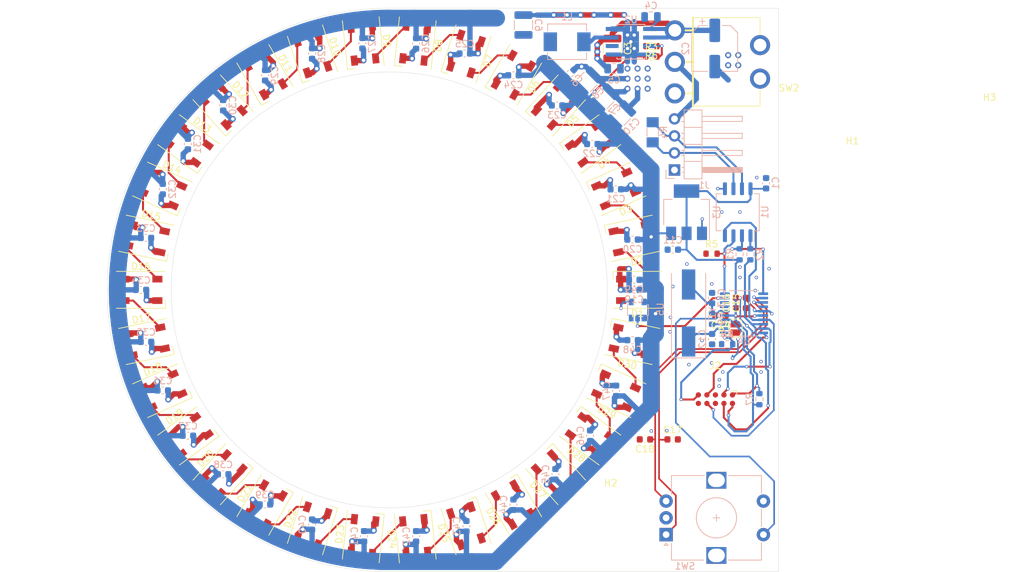
<source format=kicad_pcb>
(kicad_pcb (version 20171130) (host pcbnew 5.1.9)

  (general
    (thickness 1.6)
    (drawings 5)
    (tracks 1191)
    (zones 0)
    (modules 103)
    (nets 63)
  )

  (page A4)
  (layers
    (0 F.Cu signal)
    (31 B.Cu signal)
    (32 B.Adhes user)
    (33 F.Adhes user)
    (34 B.Paste user)
    (35 F.Paste user)
    (36 B.SilkS user)
    (37 F.SilkS user)
    (38 B.Mask user)
    (39 F.Mask user)
    (40 Dwgs.User user)
    (41 Cmts.User user)
    (42 Eco1.User user)
    (43 Eco2.User user)
    (44 Edge.Cuts user)
    (45 Margin user)
    (46 B.CrtYd user)
    (47 F.CrtYd user)
    (48 B.Fab user hide)
    (49 F.Fab user)
  )

  (setup
    (last_trace_width 0.3)
    (user_trace_width 0.3)
    (user_trace_width 0.6)
    (user_trace_width 0.8)
    (user_trace_width 2.5)
    (trace_clearance 0.2)
    (zone_clearance 0.3)
    (zone_45_only no)
    (trace_min 0.2)
    (via_size 0.8)
    (via_drill 0.4)
    (via_min_size 0.4)
    (via_min_drill 0.3)
    (user_via 0.5 0.3)
    (user_via 0.9 0.5)
    (uvia_size 0.3)
    (uvia_drill 0.1)
    (uvias_allowed no)
    (uvia_min_size 0.2)
    (uvia_min_drill 0.1)
    (edge_width 0.05)
    (segment_width 0.2)
    (pcb_text_width 0.3)
    (pcb_text_size 1.5 1.5)
    (mod_edge_width 0.12)
    (mod_text_size 1 1)
    (mod_text_width 0.15)
    (pad_size 2 2.8)
    (pad_drill 0)
    (pad_to_mask_clearance 0)
    (aux_axis_origin 0 0)
    (visible_elements FFFFFF7F)
    (pcbplotparams
      (layerselection 0x010fc_ffffffff)
      (usegerberextensions false)
      (usegerberattributes true)
      (usegerberadvancedattributes true)
      (creategerberjobfile true)
      (excludeedgelayer true)
      (linewidth 0.100000)
      (plotframeref false)
      (viasonmask false)
      (mode 1)
      (useauxorigin false)
      (hpglpennumber 1)
      (hpglpenspeed 20)
      (hpglpendiameter 15.000000)
      (psnegative false)
      (psa4output false)
      (plotreference true)
      (plotvalue true)
      (plotinvisibletext false)
      (padsonsilk false)
      (subtractmaskfromsilk false)
      (outputformat 1)
      (mirror false)
      (drillshape 1)
      (scaleselection 1)
      (outputdirectory ""))
  )

  (net 0 "")
  (net 1 GND)
  (net 2 +3V3)
  (net 3 /TIM3_CH1)
  (net 4 /TIM3_CH2)
  (net 5 +12V)
  (net 6 +5V)
  (net 7 "Net-(D1-Pad4)")
  (net 8 "Net-(D1-Pad2)")
  (net 9 "Net-(D2-Pad4)")
  (net 10 "Net-(D3-Pad4)")
  (net 11 "Net-(D22-Pad4)")
  (net 12 "Net-(D4-Pad4)")
  (net 13 "Net-(D23-Pad4)")
  (net 14 "Net-(D5-Pad4)")
  (net 15 "Net-(D10-Pad2)")
  (net 16 "Net-(D10-Pad4)")
  (net 17 "Net-(D11-Pad4)")
  (net 18 "Net-(D12-Pad4)")
  (net 19 "Net-(D13-Pad4)")
  (net 20 "Net-(D14-Pad4)")
  (net 21 "Net-(D15-Pad4)")
  (net 22 "Net-(D16-Pad4)")
  (net 23 "Net-(D17-Pad4)")
  (net 24 "Net-(D18-Pad4)")
  (net 25 "Net-(D19-Pad4)")
  (net 26 "Net-(D20-Pad4)")
  (net 27 "Net-(D24-Pad4)")
  (net 28 /DMX+)
  (net 29 /DMX-)
  (net 30 /~RESET)
  (net 31 /STM_RX)
  (net 32 "Net-(J2-Pad8)")
  (net 33 /STM_TX)
  (net 34 "Net-(J2-Pad6)")
  (net 35 "Net-(J2-Pad5)")
  (net 36 /SWCLK)
  (net 37 /SWDIO)
  (net 38 /DMX_TXEN)
  (net 39 /DMX_~RXEN)
  (net 40 "/LED Grave/SK6812_DATA_IN")
  (net 41 /BUTTON)
  (net 42 "Net-(L1-Pad1)")
  (net 43 "Net-(C12-Pad1)")
  (net 44 "Net-(C13-Pad1)")
  (net 45 "Net-(D6-Pad4)")
  (net 46 "Net-(D7-Pad4)")
  (net 47 "Net-(D8-Pad4)")
  (net 48 "Net-(D21-Pad4)")
  (net 49 "Net-(D25-Pad4)")
  (net 50 "Net-(D26-Pad4)")
  (net 51 "Net-(D27-Pad4)")
  (net 52 "Net-(D28-Pad4)")
  (net 53 "Net-(D29-Pad4)")
  (net 54 "Net-(D30-Pad4)")
  (net 55 "Net-(R2-Pad2)")
  (net 56 "Net-(R3-Pad2)")
  (net 57 "Net-(U4-Pad8)")
  (net 58 "Net-(U4-Pad7)")
  (net 59 "Net-(R9-Pad1)")
  (net 60 "Net-(J1-Pad4)")
  (net 61 "Net-(SW2-Pad1)")
  (net 62 "Net-(U4-Pad14)")

  (net_class Default "This is the default net class."
    (clearance 0.2)
    (trace_width 0.25)
    (via_dia 0.8)
    (via_drill 0.4)
    (uvia_dia 0.3)
    (uvia_drill 0.1)
    (add_net +12V)
    (add_net +3V3)
    (add_net +5V)
    (add_net /BUTTON)
    (add_net /DMX+)
    (add_net /DMX-)
    (add_net /DMX_TXEN)
    (add_net /DMX_~RXEN)
    (add_net "/LED Grave/SK6812_DATA_IN")
    (add_net /STM_RX)
    (add_net /STM_TX)
    (add_net /SWCLK)
    (add_net /SWDIO)
    (add_net /TIM3_CH1)
    (add_net /TIM3_CH2)
    (add_net /~RESET)
    (add_net GND)
    (add_net "Net-(C12-Pad1)")
    (add_net "Net-(C13-Pad1)")
    (add_net "Net-(D1-Pad2)")
    (add_net "Net-(D1-Pad4)")
    (add_net "Net-(D10-Pad2)")
    (add_net "Net-(D10-Pad4)")
    (add_net "Net-(D11-Pad4)")
    (add_net "Net-(D12-Pad4)")
    (add_net "Net-(D13-Pad4)")
    (add_net "Net-(D14-Pad4)")
    (add_net "Net-(D15-Pad4)")
    (add_net "Net-(D16-Pad4)")
    (add_net "Net-(D17-Pad4)")
    (add_net "Net-(D18-Pad4)")
    (add_net "Net-(D19-Pad4)")
    (add_net "Net-(D2-Pad4)")
    (add_net "Net-(D20-Pad4)")
    (add_net "Net-(D21-Pad4)")
    (add_net "Net-(D22-Pad4)")
    (add_net "Net-(D23-Pad4)")
    (add_net "Net-(D24-Pad4)")
    (add_net "Net-(D25-Pad4)")
    (add_net "Net-(D26-Pad4)")
    (add_net "Net-(D27-Pad4)")
    (add_net "Net-(D28-Pad4)")
    (add_net "Net-(D29-Pad4)")
    (add_net "Net-(D3-Pad4)")
    (add_net "Net-(D30-Pad4)")
    (add_net "Net-(D4-Pad4)")
    (add_net "Net-(D5-Pad4)")
    (add_net "Net-(D6-Pad4)")
    (add_net "Net-(D7-Pad4)")
    (add_net "Net-(D8-Pad4)")
    (add_net "Net-(J1-Pad4)")
    (add_net "Net-(J2-Pad5)")
    (add_net "Net-(J2-Pad6)")
    (add_net "Net-(J2-Pad8)")
    (add_net "Net-(L1-Pad1)")
    (add_net "Net-(R2-Pad2)")
    (add_net "Net-(R3-Pad2)")
    (add_net "Net-(R9-Pad1)")
    (add_net "Net-(SW2-Pad1)")
    (add_net "Net-(U4-Pad14)")
    (add_net "Net-(U4-Pad7)")
    (add_net "Net-(U4-Pad8)")
  )

  (module Connector_PinHeader_2.54mm:PinHeader_1x04_P2.54mm_Horizontal (layer B.Cu) (tedit 59FED5CB) (tstamp 6016BC53)
    (at 112.5 52.12)
    (descr "Through hole angled pin header, 1x04, 2.54mm pitch, 6mm pin length, single row")
    (tags "Through hole angled pin header THT 1x04 2.54mm single row")
    (path /60165C9A)
    (fp_text reference J1 (at 4.385 2.27) (layer B.SilkS)
      (effects (font (size 1 1) (thickness 0.15)) (justify mirror))
    )
    (fp_text value Conn_01x04 (at 4.385 -9.89) (layer B.Fab)
      (effects (font (size 1 1) (thickness 0.15)) (justify mirror))
    )
    (fp_text user %R (at 2.77 -3.81 -90) (layer B.Fab)
      (effects (font (size 1 1) (thickness 0.15)) (justify mirror))
    )
    (fp_line (start 2.135 1.27) (end 4.04 1.27) (layer B.Fab) (width 0.1))
    (fp_line (start 4.04 1.27) (end 4.04 -8.89) (layer B.Fab) (width 0.1))
    (fp_line (start 4.04 -8.89) (end 1.5 -8.89) (layer B.Fab) (width 0.1))
    (fp_line (start 1.5 -8.89) (end 1.5 0.635) (layer B.Fab) (width 0.1))
    (fp_line (start 1.5 0.635) (end 2.135 1.27) (layer B.Fab) (width 0.1))
    (fp_line (start -0.32 0.32) (end 1.5 0.32) (layer B.Fab) (width 0.1))
    (fp_line (start -0.32 0.32) (end -0.32 -0.32) (layer B.Fab) (width 0.1))
    (fp_line (start -0.32 -0.32) (end 1.5 -0.32) (layer B.Fab) (width 0.1))
    (fp_line (start 4.04 0.32) (end 10.04 0.32) (layer B.Fab) (width 0.1))
    (fp_line (start 10.04 0.32) (end 10.04 -0.32) (layer B.Fab) (width 0.1))
    (fp_line (start 4.04 -0.32) (end 10.04 -0.32) (layer B.Fab) (width 0.1))
    (fp_line (start -0.32 -2.22) (end 1.5 -2.22) (layer B.Fab) (width 0.1))
    (fp_line (start -0.32 -2.22) (end -0.32 -2.86) (layer B.Fab) (width 0.1))
    (fp_line (start -0.32 -2.86) (end 1.5 -2.86) (layer B.Fab) (width 0.1))
    (fp_line (start 4.04 -2.22) (end 10.04 -2.22) (layer B.Fab) (width 0.1))
    (fp_line (start 10.04 -2.22) (end 10.04 -2.86) (layer B.Fab) (width 0.1))
    (fp_line (start 4.04 -2.86) (end 10.04 -2.86) (layer B.Fab) (width 0.1))
    (fp_line (start -0.32 -4.76) (end 1.5 -4.76) (layer B.Fab) (width 0.1))
    (fp_line (start -0.32 -4.76) (end -0.32 -5.4) (layer B.Fab) (width 0.1))
    (fp_line (start -0.32 -5.4) (end 1.5 -5.4) (layer B.Fab) (width 0.1))
    (fp_line (start 4.04 -4.76) (end 10.04 -4.76) (layer B.Fab) (width 0.1))
    (fp_line (start 10.04 -4.76) (end 10.04 -5.4) (layer B.Fab) (width 0.1))
    (fp_line (start 4.04 -5.4) (end 10.04 -5.4) (layer B.Fab) (width 0.1))
    (fp_line (start -0.32 -7.3) (end 1.5 -7.3) (layer B.Fab) (width 0.1))
    (fp_line (start -0.32 -7.3) (end -0.32 -7.94) (layer B.Fab) (width 0.1))
    (fp_line (start -0.32 -7.94) (end 1.5 -7.94) (layer B.Fab) (width 0.1))
    (fp_line (start 4.04 -7.3) (end 10.04 -7.3) (layer B.Fab) (width 0.1))
    (fp_line (start 10.04 -7.3) (end 10.04 -7.94) (layer B.Fab) (width 0.1))
    (fp_line (start 4.04 -7.94) (end 10.04 -7.94) (layer B.Fab) (width 0.1))
    (fp_line (start 1.44 1.33) (end 1.44 -8.95) (layer B.SilkS) (width 0.12))
    (fp_line (start 1.44 -8.95) (end 4.1 -8.95) (layer B.SilkS) (width 0.12))
    (fp_line (start 4.1 -8.95) (end 4.1 1.33) (layer B.SilkS) (width 0.12))
    (fp_line (start 4.1 1.33) (end 1.44 1.33) (layer B.SilkS) (width 0.12))
    (fp_line (start 4.1 0.38) (end 10.1 0.38) (layer B.SilkS) (width 0.12))
    (fp_line (start 10.1 0.38) (end 10.1 -0.38) (layer B.SilkS) (width 0.12))
    (fp_line (start 10.1 -0.38) (end 4.1 -0.38) (layer B.SilkS) (width 0.12))
    (fp_line (start 4.1 0.32) (end 10.1 0.32) (layer B.SilkS) (width 0.12))
    (fp_line (start 4.1 0.2) (end 10.1 0.2) (layer B.SilkS) (width 0.12))
    (fp_line (start 4.1 0.08) (end 10.1 0.08) (layer B.SilkS) (width 0.12))
    (fp_line (start 4.1 -0.04) (end 10.1 -0.04) (layer B.SilkS) (width 0.12))
    (fp_line (start 4.1 -0.16) (end 10.1 -0.16) (layer B.SilkS) (width 0.12))
    (fp_line (start 4.1 -0.28) (end 10.1 -0.28) (layer B.SilkS) (width 0.12))
    (fp_line (start 1.11 0.38) (end 1.44 0.38) (layer B.SilkS) (width 0.12))
    (fp_line (start 1.11 -0.38) (end 1.44 -0.38) (layer B.SilkS) (width 0.12))
    (fp_line (start 1.44 -1.27) (end 4.1 -1.27) (layer B.SilkS) (width 0.12))
    (fp_line (start 4.1 -2.16) (end 10.1 -2.16) (layer B.SilkS) (width 0.12))
    (fp_line (start 10.1 -2.16) (end 10.1 -2.92) (layer B.SilkS) (width 0.12))
    (fp_line (start 10.1 -2.92) (end 4.1 -2.92) (layer B.SilkS) (width 0.12))
    (fp_line (start 1.042929 -2.16) (end 1.44 -2.16) (layer B.SilkS) (width 0.12))
    (fp_line (start 1.042929 -2.92) (end 1.44 -2.92) (layer B.SilkS) (width 0.12))
    (fp_line (start 1.44 -3.81) (end 4.1 -3.81) (layer B.SilkS) (width 0.12))
    (fp_line (start 4.1 -4.7) (end 10.1 -4.7) (layer B.SilkS) (width 0.12))
    (fp_line (start 10.1 -4.7) (end 10.1 -5.46) (layer B.SilkS) (width 0.12))
    (fp_line (start 10.1 -5.46) (end 4.1 -5.46) (layer B.SilkS) (width 0.12))
    (fp_line (start 1.042929 -4.7) (end 1.44 -4.7) (layer B.SilkS) (width 0.12))
    (fp_line (start 1.042929 -5.46) (end 1.44 -5.46) (layer B.SilkS) (width 0.12))
    (fp_line (start 1.44 -6.35) (end 4.1 -6.35) (layer B.SilkS) (width 0.12))
    (fp_line (start 4.1 -7.24) (end 10.1 -7.24) (layer B.SilkS) (width 0.12))
    (fp_line (start 10.1 -7.24) (end 10.1 -8) (layer B.SilkS) (width 0.12))
    (fp_line (start 10.1 -8) (end 4.1 -8) (layer B.SilkS) (width 0.12))
    (fp_line (start 1.042929 -7.24) (end 1.44 -7.24) (layer B.SilkS) (width 0.12))
    (fp_line (start 1.042929 -8) (end 1.44 -8) (layer B.SilkS) (width 0.12))
    (fp_line (start -1.27 0) (end -1.27 1.27) (layer B.SilkS) (width 0.12))
    (fp_line (start -1.27 1.27) (end 0 1.27) (layer B.SilkS) (width 0.12))
    (fp_line (start -1.8 1.8) (end -1.8 -9.4) (layer B.CrtYd) (width 0.05))
    (fp_line (start -1.8 -9.4) (end 10.55 -9.4) (layer B.CrtYd) (width 0.05))
    (fp_line (start 10.55 -9.4) (end 10.55 1.8) (layer B.CrtYd) (width 0.05))
    (fp_line (start 10.55 1.8) (end -1.8 1.8) (layer B.CrtYd) (width 0.05))
    (pad 4 thru_hole oval (at 0 -7.62) (size 1.7 1.7) (drill 1) (layers *.Cu *.Mask)
      (net 60 "Net-(J1-Pad4)"))
    (pad 3 thru_hole oval (at 0 -5.08) (size 1.7 1.7) (drill 1) (layers *.Cu *.Mask)
      (net 29 /DMX-))
    (pad 2 thru_hole oval (at 0 -2.54) (size 1.7 1.7) (drill 1) (layers *.Cu *.Mask)
      (net 28 /DMX+))
    (pad 1 thru_hole rect (at 0 0) (size 1.7 1.7) (drill 1) (layers *.Cu *.Mask)
      (net 1 GND))
    (model ${KISYS3DMOD}/Connector_PinHeader_2.54mm.3dshapes/PinHeader_1x04_P2.54mm_Horizontal.wrl
      (at (xyz 0 0 0))
      (scale (xyz 1 1 1))
      (rotate (xyz 0 0 0))
    )
  )

  (module MountingHole:MountingHole_3.2mm_M3 (layer F.Cu) (tedit 56D1B4CB) (tstamp 6016333C)
    (at 159.45 45.5)
    (descr "Mounting Hole 3.2mm, no annular, M3")
    (tags "mounting hole 3.2mm no annular m3")
    (path /60198DBB)
    (attr virtual)
    (fp_text reference H3 (at 0 -4.2) (layer F.SilkS)
      (effects (font (size 1 1) (thickness 0.15)))
    )
    (fp_text value MountingHole (at 0 4.2) (layer F.Fab)
      (effects (font (size 1 1) (thickness 0.15)))
    )
    (fp_text user %R (at 0.3 0) (layer F.Fab)
      (effects (font (size 1 1) (thickness 0.15)))
    )
    (fp_circle (center 0 0) (end 3.2 0) (layer Cmts.User) (width 0.15))
    (fp_circle (center 0 0) (end 3.45 0) (layer F.CrtYd) (width 0.05))
    (pad 1 np_thru_hole circle (at 0 0) (size 3.2 3.2) (drill 3.2) (layers *.Cu *.Mask))
  )

  (module MountingHole:MountingHole_3.2mm_M3 (layer F.Cu) (tedit 56D1B4CB) (tstamp 6016EF6E)
    (at 103 103)
    (descr "Mounting Hole 3.2mm, no annular, M3")
    (tags "mounting hole 3.2mm no annular m3")
    (path /601989DD)
    (attr virtual)
    (fp_text reference H2 (at 0 -4.2) (layer F.SilkS)
      (effects (font (size 1 1) (thickness 0.15)))
    )
    (fp_text value MountingHole (at 0 4.2) (layer F.Fab)
      (effects (font (size 1 1) (thickness 0.15)))
    )
    (fp_text user %R (at 0.3 0) (layer F.Fab)
      (effects (font (size 1 1) (thickness 0.15)))
    )
    (fp_circle (center 0 0) (end 3.2 0) (layer Cmts.User) (width 0.15))
    (fp_circle (center 0 0) (end 3.45 0) (layer F.CrtYd) (width 0.05))
    (pad 1 np_thru_hole circle (at 0 0) (size 3.2 3.2) (drill 3.2) (layers *.Cu *.Mask))
  )

  (module MountingHole:MountingHole_3.2mm_M3 (layer F.Cu) (tedit 56D1B4CB) (tstamp 60166375)
    (at 139 52)
    (descr "Mounting Hole 3.2mm, no annular, M3")
    (tags "mounting hole 3.2mm no annular m3")
    (path /60190060)
    (attr virtual)
    (fp_text reference H1 (at 0 -4.2) (layer F.SilkS)
      (effects (font (size 1 1) (thickness 0.15)))
    )
    (fp_text value MountingHole (at 0 4.2) (layer F.Fab)
      (effects (font (size 1 1) (thickness 0.15)))
    )
    (fp_text user %R (at 0.3 0) (layer F.Fab)
      (effects (font (size 1 1) (thickness 0.15)))
    )
    (fp_circle (center 0 0) (end 3.2 0) (layer Cmts.User) (width 0.15))
    (fp_circle (center 0 0) (end 3.45 0) (layer F.CrtYd) (width 0.05))
    (pad 1 np_thru_hole circle (at 0 0) (size 3.2 3.2) (drill 3.2) (layers *.Cu *.Mask))
  )

  (module shimatta_switch:NINIGI-TSM1XXC3 (layer F.Cu) (tedit 600D857B) (tstamp 600DFF96)
    (at 125.25 36 180)
    (path /601264C2)
    (fp_text reference SW2 (at -4.3 -3.9) (layer F.SilkS)
      (effects (font (size 1 1) (thickness 0.15)))
    )
    (fp_text value TSM102C3 (at 0 -0.5) (layer F.Fab)
      (effects (font (size 1 1) (thickness 0.15)))
    )
    (fp_line (start -13.8 -1.6) (end -7.3 0.9) (layer F.Fab) (width 0.12))
    (fp_line (start -12.9 -3) (end -13.8 -1.6) (layer F.Fab) (width 0.12))
    (fp_line (start -7.3 -0.8) (end -12.9 -3) (layer F.Fab) (width 0.12))
    (fp_line (start -7.3 -3) (end 0 -3) (layer F.Fab) (width 0.12))
    (fp_line (start -7.3 3) (end -7.3 -3) (layer F.Fab) (width 0.12))
    (fp_line (start 0 3) (end -7.3 3) (layer F.Fab) (width 0.12))
    (fp_line (start 11.1 -4.1) (end 11.1 -5.3) (layer F.Fab) (width 0.12))
    (fp_line (start 10 -4.1) (end 11.1 -4.1) (layer F.Fab) (width 0.12))
    (fp_line (start 11.1 -5.3) (end 10 -5.3) (layer F.Fab) (width 0.12))
    (fp_line (start 11.1 5.3) (end 11.1 4.1) (layer F.Fab) (width 0.12))
    (fp_line (start 10 5.3) (end 11.1 5.3) (layer F.Fab) (width 0.12))
    (fp_line (start 11.1 4.1) (end 10 4.1) (layer F.Fab) (width 0.12))
    (fp_line (start 11.1 -0.6) (end 10 -0.6) (layer F.Fab) (width 0.12))
    (fp_line (start 11.1 0.6) (end 11.1 -0.6) (layer F.Fab) (width 0.12))
    (fp_line (start 10 0.6) (end 11.1 0.6) (layer F.Fab) (width 0.12))
    (fp_line (start 0 6.6) (end 0 -6.6) (layer F.Fab) (width 0.12))
    (fp_line (start 10 6.6) (end 0 6.6) (layer F.Fab) (width 0.12))
    (fp_line (start 10 -6.6) (end 10 6.6) (layer F.Fab) (width 0.12))
    (fp_line (start 0 -6.6) (end 10 -6.6) (layer F.Fab) (width 0.12))
    (fp_line (start 10 4.7) (end 11.1 4.7) (layer F.SilkS) (width 0.3))
    (fp_line (start 10 0) (end 11 0) (layer F.SilkS) (width 0.3))
    (fp_line (start 10 -4.7) (end 11 -4.7) (layer F.SilkS) (width 0.3))
    (fp_line (start 0 -6.6) (end 0 -4.2) (layer F.SilkS) (width 0.12))
    (fp_line (start 0 4.4) (end 0 4.2) (layer F.SilkS) (width 0.12))
    (fp_line (start 0 6.6) (end 0 4.4) (layer F.SilkS) (width 0.12))
    (fp_line (start 10 6.6) (end 0 6.6) (layer F.SilkS) (width 0.12))
    (fp_line (start 10 -6.6) (end 10 6.6) (layer F.SilkS) (width 0.3))
    (fp_line (start 0 -6.6) (end 10 -6.6) (layer F.SilkS) (width 0.12))
    (pad 3 thru_hole circle (at 12.7 4.7 180) (size 3 3) (drill 1.9) (layers *.Cu *.Mask)
      (net 5 +12V))
    (pad 2 thru_hole circle (at 12.7 0 180) (size 3 3) (drill 1.9) (layers *.Cu *.Mask)
      (net 60 "Net-(J1-Pad4)"))
    (pad 1 thru_hole circle (at 12.7 -4.7 180) (size 3 3) (drill 1.9) (layers *.Cu *.Mask)
      (net 61 "Net-(SW2-Pad1)"))
    (pad MP thru_hole circle (at 0 2.5 180) (size 3 3) (drill 1.9) (layers *.Cu *.Mask))
    (pad MP thru_hole circle (at 0 -2.5 180) (size 3 3) (drill 1.9) (layers *.Cu *.Mask))
  )

  (module Package_TO_SOT_SMD:SOT-223-3_TabPin2 (layer B.Cu) (tedit 5A02FF57) (tstamp 600CE9C8)
    (at 114.3 58.42 90)
    (descr "module CMS SOT223 4 pins")
    (tags "CMS SOT")
    (path /600D7EED)
    (attr smd)
    (fp_text reference U3 (at 0 4.5 270) (layer B.SilkS)
      (effects (font (size 1 1) (thickness 0.15)) (justify mirror))
    )
    (fp_text value AP1117-33 (at 0 -4.5 270) (layer B.Fab)
      (effects (font (size 1 1) (thickness 0.15)) (justify mirror))
    )
    (fp_line (start 1.91 -3.41) (end 1.91 -2.15) (layer B.SilkS) (width 0.12))
    (fp_line (start 1.91 3.41) (end 1.91 2.15) (layer B.SilkS) (width 0.12))
    (fp_line (start 4.4 3.6) (end -4.4 3.6) (layer B.CrtYd) (width 0.05))
    (fp_line (start 4.4 -3.6) (end 4.4 3.6) (layer B.CrtYd) (width 0.05))
    (fp_line (start -4.4 -3.6) (end 4.4 -3.6) (layer B.CrtYd) (width 0.05))
    (fp_line (start -4.4 3.6) (end -4.4 -3.6) (layer B.CrtYd) (width 0.05))
    (fp_line (start -1.85 2.35) (end -0.85 3.35) (layer B.Fab) (width 0.1))
    (fp_line (start -1.85 2.35) (end -1.85 -3.35) (layer B.Fab) (width 0.1))
    (fp_line (start -1.85 -3.41) (end 1.91 -3.41) (layer B.SilkS) (width 0.12))
    (fp_line (start -0.85 3.35) (end 1.85 3.35) (layer B.Fab) (width 0.1))
    (fp_line (start -4.1 3.41) (end 1.91 3.41) (layer B.SilkS) (width 0.12))
    (fp_line (start -1.85 -3.35) (end 1.85 -3.35) (layer B.Fab) (width 0.1))
    (fp_line (start 1.85 3.35) (end 1.85 -3.35) (layer B.Fab) (width 0.1))
    (fp_text user %R (at 0 0) (layer B.Fab)
      (effects (font (size 0.8 0.8) (thickness 0.12)) (justify mirror))
    )
    (pad 1 smd rect (at -3.15 2.3 90) (size 2 1.5) (layers B.Cu B.Paste B.Mask)
      (net 1 GND))
    (pad 3 smd rect (at -3.15 -2.3 90) (size 2 1.5) (layers B.Cu B.Paste B.Mask)
      (net 6 +5V))
    (pad 2 smd rect (at -3.15 0 90) (size 2 1.5) (layers B.Cu B.Paste B.Mask)
      (net 2 +3V3))
    (pad 2 smd rect (at 3.15 0 90) (size 2 3.8) (layers B.Cu B.Paste B.Mask)
      (net 2 +3V3))
    (model ${KISYS3DMOD}/Package_TO_SOT_SMD.3dshapes/SOT-223.wrl
      (at (xyz 0 0 0))
      (scale (xyz 1 1 1))
      (rotate (xyz 0 0 0))
    )
  )

  (module Package_SO:TI_SO-PowerPAD-8 (layer B.Cu) (tedit 600D8ED3) (tstamp 6006D68C)
    (at 106 33 180)
    (descr "8-Lead Plastic PSOP, Exposed Die Pad (TI DDA0008B, see http://www.ti.com/lit/ds/symlink/lm3404.pdf)")
    (tags "SSOP 0.50 exposed pad")
    (path /6009A495)
    (attr smd)
    (fp_text reference U2 (at 0 3.3) (layer B.SilkS)
      (effects (font (size 1 1) (thickness 0.15)) (justify mirror))
    )
    (fp_text value ST1S10PHR (at 0 -3.4) (layer B.Fab)
      (effects (font (size 1 1) (thickness 0.15)) (justify mirror))
    )
    (fp_line (start -0.95 2.45) (end 1.95 2.45) (layer B.Fab) (width 0.15))
    (fp_line (start 1.95 2.45) (end 1.95 -2.45) (layer B.Fab) (width 0.15))
    (fp_line (start 1.95 -2.45) (end -1.95 -2.45) (layer B.Fab) (width 0.15))
    (fp_line (start -1.95 -2.45) (end -1.95 1.45) (layer B.Fab) (width 0.15))
    (fp_line (start -1.95 1.45) (end -0.95 2.45) (layer B.Fab) (width 0.15))
    (fp_line (start -4 2.7) (end -4 -2.7) (layer B.CrtYd) (width 0.05))
    (fp_line (start 4 2.7) (end 4 -2.7) (layer B.CrtYd) (width 0.05))
    (fp_line (start -4 2.7) (end 4 2.7) (layer B.CrtYd) (width 0.05))
    (fp_line (start -4 -2.7) (end 4 -2.7) (layer B.CrtYd) (width 0.05))
    (fp_line (start -2.075 2.575) (end -2.075 2.375) (layer B.SilkS) (width 0.15))
    (fp_line (start 2.075 2.575) (end 2.075 2.375) (layer B.SilkS) (width 0.15))
    (fp_line (start 2.075 -2.575) (end 2.075 -2.375) (layer B.SilkS) (width 0.15))
    (fp_line (start -2.075 -2.575) (end -2.075 -2.375) (layer B.SilkS) (width 0.15))
    (fp_line (start -2.075 2.575) (end 2.075 2.575) (layer B.SilkS) (width 0.15))
    (fp_line (start -2.075 -2.575) (end 2.075 -2.575) (layer B.SilkS) (width 0.15))
    (fp_line (start -2.075 2.375) (end -3.375 2.375) (layer B.SilkS) (width 0.15))
    (fp_text user %R (at 0 0) (layer B.Fab)
      (effects (font (size 1 1) (thickness 0.15)) (justify mirror))
    )
    (pad 9 smd rect (at -0.6025 0.775 180) (size 1.205 1.55) (layers B.Cu B.Paste B.Mask)
      (net 1 GND) (solder_paste_margin_ratio -0.2) (zone_connect 2))
    (pad 9 smd rect (at -0.6025 -0.775 180) (size 1.205 1.55) (layers B.Cu B.Paste B.Mask)
      (net 1 GND) (solder_paste_margin_ratio -0.2) (zone_connect 2))
    (pad 9 smd rect (at 0.6025 0.775 180) (size 1.205 1.55) (layers B.Cu B.Paste B.Mask)
      (net 1 GND) (solder_paste_margin_ratio -0.2) (zone_connect 2))
    (pad 9 smd rect (at 0.6025 -0.775 180) (size 1.205 1.55) (layers B.Cu B.Paste B.Mask)
      (net 1 GND) (solder_paste_margin_ratio -0.2) (zone_connect 2))
    (pad 8 smd rect (at 2.78 1.905 180) (size 1.91 0.61) (layers B.Cu B.Paste B.Mask)
      (net 1 GND))
    (pad 7 smd rect (at 2.78 0.635 180) (size 1.91 0.61) (layers B.Cu B.Paste B.Mask)
      (net 42 "Net-(L1-Pad1)"))
    (pad 6 smd rect (at 2.78 -0.635 180) (size 1.91 0.61) (layers B.Cu B.Paste B.Mask)
      (net 5 +12V))
    (pad 5 smd rect (at 2.78 -1.905 180) (size 1.91 0.61) (layers B.Cu B.Paste B.Mask)
      (net 1 GND))
    (pad 4 smd rect (at -2.78 -1.905 180) (size 1.91 0.61) (layers B.Cu B.Paste B.Mask)
      (net 1 GND))
    (pad 3 smd rect (at -2.78 -0.635 180) (size 1.91 0.61) (layers B.Cu B.Paste B.Mask)
      (net 56 "Net-(R3-Pad2)"))
    (pad 2 smd rect (at -2.78 0.635 180) (size 1.91 0.61) (layers B.Cu B.Paste B.Mask)
      (net 5 +12V))
    (pad 1 smd rect (at -2.78 1.905 180) (size 1.91 0.61) (layers B.Cu B.Paste B.Mask)
      (net 5 +12V))
    (model ${KISYS3DMOD}/Package_SO.3dshapes/TI_SO-PowerPAD-8.wrl
      (at (xyz 0 0 0))
      (scale (xyz 1 1 1))
      (rotate (xyz 0 0 0))
    )
  )

  (module Resistor_SMD:R_0603_1608Metric (layer B.Cu) (tedit 5F68FEEE) (tstamp 600C1356)
    (at 120.35 78.1 180)
    (descr "Resistor SMD 0603 (1608 Metric), square (rectangular) end terminal, IPC_7351 nominal, (Body size source: IPC-SM-782 page 72, https://www.pcb-3d.com/wordpress/wp-content/uploads/ipc-sm-782a_amendment_1_and_2.pdf), generated with kicad-footprint-generator")
    (tags resistor)
    (path /5FFDCED5)
    (attr smd)
    (fp_text reference R8 (at 0 1.43) (layer B.SilkS)
      (effects (font (size 1 1) (thickness 0.15)) (justify mirror))
    )
    (fp_text value 10k (at 0 -1.43) (layer B.Fab)
      (effects (font (size 1 1) (thickness 0.15)) (justify mirror))
    )
    (fp_line (start 1.48 -0.73) (end -1.48 -0.73) (layer B.CrtYd) (width 0.05))
    (fp_line (start 1.48 0.73) (end 1.48 -0.73) (layer B.CrtYd) (width 0.05))
    (fp_line (start -1.48 0.73) (end 1.48 0.73) (layer B.CrtYd) (width 0.05))
    (fp_line (start -1.48 -0.73) (end -1.48 0.73) (layer B.CrtYd) (width 0.05))
    (fp_line (start -0.237258 -0.5225) (end 0.237258 -0.5225) (layer B.SilkS) (width 0.12))
    (fp_line (start -0.237258 0.5225) (end 0.237258 0.5225) (layer B.SilkS) (width 0.12))
    (fp_line (start 0.8 -0.4125) (end -0.8 -0.4125) (layer B.Fab) (width 0.1))
    (fp_line (start 0.8 0.4125) (end 0.8 -0.4125) (layer B.Fab) (width 0.1))
    (fp_line (start -0.8 0.4125) (end 0.8 0.4125) (layer B.Fab) (width 0.1))
    (fp_line (start -0.8 -0.4125) (end -0.8 0.4125) (layer B.Fab) (width 0.1))
    (fp_text user %R (at 0 0) (layer B.Fab)
      (effects (font (size 0.4 0.4) (thickness 0.06)) (justify mirror))
    )
    (pad 2 smd roundrect (at 0.825 0 180) (size 0.8 0.95) (layers B.Cu B.Paste B.Mask) (roundrect_rratio 0.25)
      (net 1 GND))
    (pad 1 smd roundrect (at -0.825 0 180) (size 0.8 0.95) (layers B.Cu B.Paste B.Mask) (roundrect_rratio 0.25)
      (net 35 "Net-(J2-Pad5)"))
    (model ${KISYS3DMOD}/Resistor_SMD.3dshapes/R_0603_1608Metric.wrl
      (at (xyz 0 0 0))
      (scale (xyz 1 1 1))
      (rotate (xyz 0 0 0))
    )
  )

  (module Crystal:Crystal_SMD_HC49-SD (layer B.Cu) (tedit 5A1AD52C) (tstamp 600F35F1)
    (at 114.6 73.45 90)
    (descr "SMD Crystal HC-49-SD http://cdn-reichelt.de/documents/datenblatt/B400/xxx-HC49-SMD.pdf, 11.4x4.7mm^2 package")
    (tags "SMD SMT crystal")
    (path /5FFF8B8B)
    (attr smd)
    (fp_text reference Y1 (at 0 3.55 90) (layer B.SilkS)
      (effects (font (size 1 1) (thickness 0.15)) (justify mirror))
    )
    (fp_text value "8 MHz" (at 0 -3.55 90) (layer B.Fab)
      (effects (font (size 1 1) (thickness 0.15)) (justify mirror))
    )
    (fp_line (start 6.8 2.6) (end -6.8 2.6) (layer B.CrtYd) (width 0.05))
    (fp_line (start 6.8 -2.6) (end 6.8 2.6) (layer B.CrtYd) (width 0.05))
    (fp_line (start -6.8 -2.6) (end 6.8 -2.6) (layer B.CrtYd) (width 0.05))
    (fp_line (start -6.8 2.6) (end -6.8 -2.6) (layer B.CrtYd) (width 0.05))
    (fp_line (start -6.7 -2.55) (end 5.9 -2.55) (layer B.SilkS) (width 0.12))
    (fp_line (start -6.7 2.55) (end -6.7 -2.55) (layer B.SilkS) (width 0.12))
    (fp_line (start 5.9 2.55) (end -6.7 2.55) (layer B.SilkS) (width 0.12))
    (fp_line (start -3.015 -2.115) (end 3.015 -2.115) (layer B.Fab) (width 0.1))
    (fp_line (start -3.015 2.115) (end 3.015 2.115) (layer B.Fab) (width 0.1))
    (fp_line (start 5.7 2.35) (end -5.7 2.35) (layer B.Fab) (width 0.1))
    (fp_line (start 5.7 -2.35) (end 5.7 2.35) (layer B.Fab) (width 0.1))
    (fp_line (start -5.7 -2.35) (end 5.7 -2.35) (layer B.Fab) (width 0.1))
    (fp_line (start -5.7 2.35) (end -5.7 -2.35) (layer B.Fab) (width 0.1))
    (fp_arc (start 3.015 0) (end 3.015 2.115) (angle -180) (layer B.Fab) (width 0.1))
    (fp_arc (start -3.015 0) (end -3.015 2.115) (angle 180) (layer B.Fab) (width 0.1))
    (fp_text user %R (at 0 0 90) (layer B.Fab)
      (effects (font (size 1 1) (thickness 0.15)) (justify mirror))
    )
    (pad 2 smd rect (at 4.25 0 90) (size 4.5 2) (layers B.Cu B.Paste B.Mask)
      (net 44 "Net-(C13-Pad1)"))
    (pad 1 smd rect (at -4.25 0 90) (size 4.5 2) (layers B.Cu B.Paste B.Mask)
      (net 43 "Net-(C12-Pad1)"))
    (model ${KISYS3DMOD}/Crystal.3dshapes/Crystal_SMD_HC49-SD.wrl
      (at (xyz 0 0 0))
      (scale (xyz 1 1 1))
      (rotate (xyz 0 0 0))
    )
  )

  (module shimatta_smd:SOT-25 (layer B.Cu) (tedit 600B4DBC) (tstamp 600C147C)
    (at 107 73 180)
    (path /60184A6B/6000EF13)
    (fp_text reference U5 (at -3.4 0.1 90) (layer B.SilkS)
      (effects (font (size 1 1) (thickness 0.15)) (justify mirror))
    )
    (fp_text value 74AHCT1G126 (at 0 1.9 180) (layer B.Fab)
      (effects (font (size 1 1) (thickness 0.15)) (justify mirror))
    )
    (fp_line (start 1.5 -0.8) (end 1.4 -0.8) (layer B.SilkS) (width 0.12))
    (fp_line (start 1.5 0.8) (end 1.5 -0.8) (layer B.SilkS) (width 0.12))
    (fp_line (start 1.4 0.8) (end 1.5 0.8) (layer B.SilkS) (width 0.12))
    (fp_line (start -1.6 0.8) (end -1.5 0.8) (layer B.SilkS) (width 0.12))
    (fp_line (start -1.6 0) (end -1.6 0.8) (layer B.SilkS) (width 0.12))
    (fp_line (start -1.5 -0.8) (end -1.5 -1.6) (layer B.SilkS) (width 0.12))
    (fp_line (start -1.5 -0.8) (end -1.5 -0.8) (layer B.SilkS) (width 0.12))
    (fp_line (start -1.6 -0.8) (end -1.5 -0.8) (layer B.SilkS) (width 0.12))
    (fp_line (start -1.6 0) (end -1.6 -0.8) (layer B.SilkS) (width 0.12))
    (pad 5 smd rect (at -0.95 1.2 180) (size 0.7 1) (layers B.Cu B.Paste B.Mask)
      (net 6 +5V))
    (pad 4 smd rect (at 0.95 1.2 180) (size 0.7 1) (layers B.Cu B.Paste B.Mask)
      (net 8 "Net-(D1-Pad2)"))
    (pad 3 smd rect (at 0.95 -1.2 180) (size 0.7 1) (layers B.Cu B.Paste B.Mask)
      (net 1 GND))
    (pad 2 smd rect (at 0 -1.2 180) (size 0.7 1) (layers B.Cu B.Paste B.Mask)
      (net 40 "/LED Grave/SK6812_DATA_IN"))
    (pad 1 smd rect (at -0.95 -1.2 180) (size 0.7 1) (layers B.Cu B.Paste B.Mask)
      (net 6 +5V))
  )

  (module Rotary_Encoder:RotaryEncoder_Alps_EC12E-Switch_Vertical_H20mm (layer B.Cu) (tedit 5A64F492) (tstamp 600C138E)
    (at 111.25 106.5)
    (descr "Alps rotary encoder, EC12E... with switch, vertical shaft, http://www.alps.com/prod/info/E/HTML/Encoder/Incremental/EC12E/EC12E1240405.html & http://cdn-reichelt.de/documents/datenblatt/F100/402097STEC12E08.PDF")
    (tags "rotary encoder")
    (path /600CCA72)
    (fp_text reference SW1 (at 2.8 4.7) (layer B.SilkS)
      (effects (font (size 1 1) (thickness 0.15)) (justify mirror))
    )
    (fp_text value Rotary_Encoder_Switch (at 7.5 -10.4) (layer B.Fab)
      (effects (font (size 1 1) (thickness 0.15)) (justify mirror))
    )
    (fp_circle (center 7.5 -2.5) (end 10.5 -2.5) (layer B.Fab) (width 0.12))
    (fp_circle (center 7.5 -2.5) (end 10.5 -2.5) (layer B.SilkS) (width 0.12))
    (fp_line (start 16 -9.85) (end -1.5 -9.85) (layer B.CrtYd) (width 0.05))
    (fp_line (start 16 -9.85) (end 16 4.85) (layer B.CrtYd) (width 0.05))
    (fp_line (start -1.5 4.85) (end -1.5 -9.85) (layer B.CrtYd) (width 0.05))
    (fp_line (start -1.5 4.85) (end 16 4.85) (layer B.CrtYd) (width 0.05))
    (fp_line (start 1.9 3.7) (end 14.1 3.7) (layer B.Fab) (width 0.12))
    (fp_line (start 14.1 3.7) (end 14.1 -8.7) (layer B.Fab) (width 0.12))
    (fp_line (start 14.1 -8.7) (end 0.9 -8.7) (layer B.Fab) (width 0.12))
    (fp_line (start 0.9 -8.7) (end 0.9 2.6) (layer B.Fab) (width 0.12))
    (fp_line (start 0.9 2.6) (end 1.9 3.7) (layer B.Fab) (width 0.12))
    (fp_line (start 9.3 3.8) (end 14.2 3.8) (layer B.SilkS) (width 0.12))
    (fp_line (start 14.2 -8.8) (end 9.3 -8.8) (layer B.SilkS) (width 0.12))
    (fp_line (start 5.7 -8.8) (end 0.8 -8.8) (layer B.SilkS) (width 0.12))
    (fp_line (start 0.8 -8.8) (end 0.8 -6) (layer B.SilkS) (width 0.12))
    (fp_line (start 5.6 3.8) (end 0.8 3.8) (layer B.SilkS) (width 0.12))
    (fp_line (start 0.8 3.8) (end 0.8 1.3) (layer B.SilkS) (width 0.12))
    (fp_line (start 0 1.3) (end -0.3 1.6) (layer B.SilkS) (width 0.12))
    (fp_line (start -0.3 1.6) (end 0.3 1.6) (layer B.SilkS) (width 0.12))
    (fp_line (start 0.3 1.6) (end 0 1.3) (layer B.SilkS) (width 0.12))
    (fp_line (start 7.5 0.5) (end 7.5 -5.5) (layer B.Fab) (width 0.12))
    (fp_line (start 4.5 -2.5) (end 10.5 -2.5) (layer B.Fab) (width 0.12))
    (fp_line (start 14.2 3.8) (end 14.2 1.2) (layer B.SilkS) (width 0.12))
    (fp_line (start 14.2 -1.2) (end 14.2 -3.8) (layer B.SilkS) (width 0.12))
    (fp_line (start 14.2 -6.2) (end 14.2 -8.8) (layer B.SilkS) (width 0.12))
    (fp_line (start 7.5 -2) (end 7.5 -3) (layer B.SilkS) (width 0.12))
    (fp_line (start 7 -2.5) (end 8 -2.5) (layer B.SilkS) (width 0.12))
    (fp_text user %R (at 11.5 -6.6) (layer B.Fab)
      (effects (font (size 1 1) (thickness 0.15)) (justify mirror))
    )
    (pad A thru_hole rect (at 0 0) (size 2 2) (drill 1) (layers *.Cu *.Mask)
      (net 3 /TIM3_CH1))
    (pad C thru_hole circle (at 0 -2.5) (size 2 2) (drill 1) (layers *.Cu *.Mask)
      (net 1 GND))
    (pad B thru_hole circle (at 0 -5) (size 2 2) (drill 1) (layers *.Cu *.Mask)
      (net 4 /TIM3_CH2))
    (pad MP thru_hole rect (at 7.5 3.1) (size 3 2.5) (drill oval 2.5 2) (layers *.Cu *.Mask))
    (pad MP thru_hole rect (at 7.5 -8.1) (size 3 2.5) (drill oval 2.5 2) (layers *.Cu *.Mask))
    (pad S1 thru_hole circle (at 14.5 0) (size 2 2) (drill 1) (layers *.Cu *.Mask)
      (net 41 /BUTTON))
    (pad S2 thru_hole circle (at 14.5 -5) (size 2 2) (drill 1) (layers *.Cu *.Mask)
      (net 1 GND))
    (model ${KISYS3DMOD}/Rotary_Encoder.3dshapes/RotaryEncoder_Alps_EC12E-Switch_Vertical_H20mm.wrl
      (at (xyz 0 0 0))
      (scale (xyz 1 1 1))
      (rotate (xyz 0 0 0))
    )
  )

  (module Resistor_SMD:R_0603_1608Metric (layer B.Cu) (tedit 5F68FEEE) (tstamp 600C1367)
    (at 118.1 74.3 90)
    (descr "Resistor SMD 0603 (1608 Metric), square (rectangular) end terminal, IPC_7351 nominal, (Body size source: IPC-SM-782 page 72, https://www.pcb-3d.com/wordpress/wp-content/uploads/ipc-sm-782a_amendment_1_and_2.pdf), generated with kicad-footprint-generator")
    (tags resistor)
    (path /5FFFA551)
    (attr smd)
    (fp_text reference R9 (at 0 1.43 90) (layer B.SilkS)
      (effects (font (size 1 1) (thickness 0.15)) (justify mirror))
    )
    (fp_text value 0 (at 0 -1.43 90) (layer B.Fab)
      (effects (font (size 1 1) (thickness 0.15)) (justify mirror))
    )
    (fp_line (start 1.48 -0.73) (end -1.48 -0.73) (layer B.CrtYd) (width 0.05))
    (fp_line (start 1.48 0.73) (end 1.48 -0.73) (layer B.CrtYd) (width 0.05))
    (fp_line (start -1.48 0.73) (end 1.48 0.73) (layer B.CrtYd) (width 0.05))
    (fp_line (start -1.48 -0.73) (end -1.48 0.73) (layer B.CrtYd) (width 0.05))
    (fp_line (start -0.237258 -0.5225) (end 0.237258 -0.5225) (layer B.SilkS) (width 0.12))
    (fp_line (start -0.237258 0.5225) (end 0.237258 0.5225) (layer B.SilkS) (width 0.12))
    (fp_line (start 0.8 -0.4125) (end -0.8 -0.4125) (layer B.Fab) (width 0.1))
    (fp_line (start 0.8 0.4125) (end 0.8 -0.4125) (layer B.Fab) (width 0.1))
    (fp_line (start -0.8 0.4125) (end 0.8 0.4125) (layer B.Fab) (width 0.1))
    (fp_line (start -0.8 -0.4125) (end -0.8 0.4125) (layer B.Fab) (width 0.1))
    (fp_text user %R (at 0 0 90) (layer B.Fab)
      (effects (font (size 0.4 0.4) (thickness 0.06)) (justify mirror))
    )
    (pad 2 smd roundrect (at 0.825 0 90) (size 0.8 0.95) (layers B.Cu B.Paste B.Mask) (roundrect_rratio 0.25)
      (net 44 "Net-(C13-Pad1)"))
    (pad 1 smd roundrect (at -0.825 0 90) (size 0.8 0.95) (layers B.Cu B.Paste B.Mask) (roundrect_rratio 0.25)
      (net 59 "Net-(R9-Pad1)"))
    (model ${KISYS3DMOD}/Resistor_SMD.3dshapes/R_0603_1608Metric.wrl
      (at (xyz 0 0 0))
      (scale (xyz 1 1 1))
      (rotate (xyz 0 0 0))
    )
  )

  (module Resistor_SMD:R_0603_1608Metric (layer B.Cu) (tedit 5F68FEEE) (tstamp 600C1345)
    (at 125.15 86.3 270)
    (descr "Resistor SMD 0603 (1608 Metric), square (rectangular) end terminal, IPC_7351 nominal, (Body size source: IPC-SM-782 page 72, https://www.pcb-3d.com/wordpress/wp-content/uploads/ipc-sm-782a_amendment_1_and_2.pdf), generated with kicad-footprint-generator")
    (tags resistor)
    (path /5FFD01D5)
    (attr smd)
    (fp_text reference R7 (at 0 1.43 270) (layer B.SilkS)
      (effects (font (size 1 1) (thickness 0.15)) (justify mirror))
    )
    (fp_text value 10k (at 0 -1.43 270) (layer B.Fab)
      (effects (font (size 1 1) (thickness 0.15)) (justify mirror))
    )
    (fp_line (start 1.48 -0.73) (end -1.48 -0.73) (layer B.CrtYd) (width 0.05))
    (fp_line (start 1.48 0.73) (end 1.48 -0.73) (layer B.CrtYd) (width 0.05))
    (fp_line (start -1.48 0.73) (end 1.48 0.73) (layer B.CrtYd) (width 0.05))
    (fp_line (start -1.48 -0.73) (end -1.48 0.73) (layer B.CrtYd) (width 0.05))
    (fp_line (start -0.237258 -0.5225) (end 0.237258 -0.5225) (layer B.SilkS) (width 0.12))
    (fp_line (start -0.237258 0.5225) (end 0.237258 0.5225) (layer B.SilkS) (width 0.12))
    (fp_line (start 0.8 -0.4125) (end -0.8 -0.4125) (layer B.Fab) (width 0.1))
    (fp_line (start 0.8 0.4125) (end 0.8 -0.4125) (layer B.Fab) (width 0.1))
    (fp_line (start -0.8 0.4125) (end 0.8 0.4125) (layer B.Fab) (width 0.1))
    (fp_line (start -0.8 -0.4125) (end -0.8 0.4125) (layer B.Fab) (width 0.1))
    (fp_text user %R (at 0 0 270) (layer B.Fab)
      (effects (font (size 0.4 0.4) (thickness 0.06)) (justify mirror))
    )
    (pad 2 smd roundrect (at 0.825 0 270) (size 0.8 0.95) (layers B.Cu B.Paste B.Mask) (roundrect_rratio 0.25)
      (net 30 /~RESET))
    (pad 1 smd roundrect (at -0.825 0 270) (size 0.8 0.95) (layers B.Cu B.Paste B.Mask) (roundrect_rratio 0.25)
      (net 2 +3V3))
    (model ${KISYS3DMOD}/Resistor_SMD.3dshapes/R_0603_1608Metric.wrl
      (at (xyz 0 0 0))
      (scale (xyz 1 1 1))
      (rotate (xyz 0 0 0))
    )
  )

  (module Resistor_SMD:R_0603_1608Metric (layer F.Cu) (tedit 5F68FEEE) (tstamp 600C1334)
    (at 109.06 33.65 180)
    (descr "Resistor SMD 0603 (1608 Metric), square (rectangular) end terminal, IPC_7351 nominal, (Body size source: IPC-SM-782 page 72, https://www.pcb-3d.com/wordpress/wp-content/uploads/ipc-sm-782a_amendment_1_and_2.pdf), generated with kicad-footprint-generator")
    (tags resistor)
    (path /6014EC41)
    (attr smd)
    (fp_text reference R6 (at 0 -1.43) (layer F.SilkS)
      (effects (font (size 1 1) (thickness 0.15)))
    )
    (fp_text value 1k (at 0 1.43) (layer F.Fab)
      (effects (font (size 1 1) (thickness 0.15)))
    )
    (fp_line (start 1.48 0.73) (end -1.48 0.73) (layer F.CrtYd) (width 0.05))
    (fp_line (start 1.48 -0.73) (end 1.48 0.73) (layer F.CrtYd) (width 0.05))
    (fp_line (start -1.48 -0.73) (end 1.48 -0.73) (layer F.CrtYd) (width 0.05))
    (fp_line (start -1.48 0.73) (end -1.48 -0.73) (layer F.CrtYd) (width 0.05))
    (fp_line (start -0.237258 0.5225) (end 0.237258 0.5225) (layer F.SilkS) (width 0.12))
    (fp_line (start -0.237258 -0.5225) (end 0.237258 -0.5225) (layer F.SilkS) (width 0.12))
    (fp_line (start 0.8 0.4125) (end -0.8 0.4125) (layer F.Fab) (width 0.1))
    (fp_line (start 0.8 -0.4125) (end 0.8 0.4125) (layer F.Fab) (width 0.1))
    (fp_line (start -0.8 -0.4125) (end 0.8 -0.4125) (layer F.Fab) (width 0.1))
    (fp_line (start -0.8 0.4125) (end -0.8 -0.4125) (layer F.Fab) (width 0.1))
    (fp_text user %R (at 0 0) (layer F.Fab)
      (effects (font (size 0.4 0.4) (thickness 0.06)))
    )
    (pad 2 smd roundrect (at 0.825 0 180) (size 0.8 0.95) (layers F.Cu F.Paste F.Mask) (roundrect_rratio 0.25)
      (net 1 GND))
    (pad 1 smd roundrect (at -0.825 0 180) (size 0.8 0.95) (layers F.Cu F.Paste F.Mask) (roundrect_rratio 0.25)
      (net 56 "Net-(R3-Pad2)"))
    (model ${KISYS3DMOD}/Resistor_SMD.3dshapes/R_0603_1608Metric.wrl
      (at (xyz 0 0 0))
      (scale (xyz 1 1 1))
      (rotate (xyz 0 0 0))
    )
  )

  (module Resistor_SMD:R_0603_1608Metric (layer F.Cu) (tedit 5F68FEEE) (tstamp 600C1323)
    (at 118.025 64.6)
    (descr "Resistor SMD 0603 (1608 Metric), square (rectangular) end terminal, IPC_7351 nominal, (Body size source: IPC-SM-782 page 72, https://www.pcb-3d.com/wordpress/wp-content/uploads/ipc-sm-782a_amendment_1_and_2.pdf), generated with kicad-footprint-generator")
    (tags resistor)
    (path /600BF70F)
    (attr smd)
    (fp_text reference R5 (at 0 -1.43) (layer F.SilkS)
      (effects (font (size 1 1) (thickness 0.15)))
    )
    (fp_text value 10k (at 0 1.43) (layer F.Fab)
      (effects (font (size 1 1) (thickness 0.15)))
    )
    (fp_line (start 1.48 0.73) (end -1.48 0.73) (layer F.CrtYd) (width 0.05))
    (fp_line (start 1.48 -0.73) (end 1.48 0.73) (layer F.CrtYd) (width 0.05))
    (fp_line (start -1.48 -0.73) (end 1.48 -0.73) (layer F.CrtYd) (width 0.05))
    (fp_line (start -1.48 0.73) (end -1.48 -0.73) (layer F.CrtYd) (width 0.05))
    (fp_line (start -0.237258 0.5225) (end 0.237258 0.5225) (layer F.SilkS) (width 0.12))
    (fp_line (start -0.237258 -0.5225) (end 0.237258 -0.5225) (layer F.SilkS) (width 0.12))
    (fp_line (start 0.8 0.4125) (end -0.8 0.4125) (layer F.Fab) (width 0.1))
    (fp_line (start 0.8 -0.4125) (end 0.8 0.4125) (layer F.Fab) (width 0.1))
    (fp_line (start -0.8 -0.4125) (end 0.8 -0.4125) (layer F.Fab) (width 0.1))
    (fp_line (start -0.8 0.4125) (end -0.8 -0.4125) (layer F.Fab) (width 0.1))
    (fp_text user %R (at 0 0) (layer F.Fab)
      (effects (font (size 0.4 0.4) (thickness 0.06)))
    )
    (pad 2 smd roundrect (at 0.825 0) (size 0.8 0.95) (layers F.Cu F.Paste F.Mask) (roundrect_rratio 0.25)
      (net 38 /DMX_TXEN))
    (pad 1 smd roundrect (at -0.825 0) (size 0.8 0.95) (layers F.Cu F.Paste F.Mask) (roundrect_rratio 0.25)
      (net 1 GND))
    (model ${KISYS3DMOD}/Resistor_SMD.3dshapes/R_0603_1608Metric.wrl
      (at (xyz 0 0 0))
      (scale (xyz 1 1 1))
      (rotate (xyz 0 0 0))
    )
  )

  (module Resistor_SMD:R_MiniMELF_MMA-0204 (layer B.Cu) (tedit 58FE61E9) (tstamp 60168F3C)
    (at 109.25 46.5 90)
    (descr "Resistor, MiniMELF, MMA-0204, http://www.vishay.com/docs/28713/melfprof.pdf")
    (tags "MiniMELF Resistor")
    (path /600E065C)
    (attr smd)
    (fp_text reference R4 (at 0 1.65 90) (layer B.SilkS)
      (effects (font (size 1 1) (thickness 0.15)) (justify mirror))
    )
    (fp_text value 120 (at 0 -1.7 90) (layer B.Fab)
      (effects (font (size 1 1) (thickness 0.15)) (justify mirror))
    )
    (fp_line (start 2.5 -1.15) (end -2.5 -1.15) (layer B.CrtYd) (width 0.05))
    (fp_line (start 2.5 -1.15) (end 2.5 1.15) (layer B.CrtYd) (width 0.05))
    (fp_line (start -2.5 1.15) (end -2.5 -1.15) (layer B.CrtYd) (width 0.05))
    (fp_line (start -2.5 1.15) (end 2.5 1.15) (layer B.CrtYd) (width 0.05))
    (fp_line (start 1.8 0.7) (end -1.8 0.7) (layer B.Fab) (width 0.12))
    (fp_line (start 1.8 -0.7) (end 1.8 0.7) (layer B.Fab) (width 0.12))
    (fp_line (start -1.8 -0.7) (end 1.8 -0.7) (layer B.Fab) (width 0.12))
    (fp_line (start -1.8 0.7) (end -1.8 -0.7) (layer B.Fab) (width 0.12))
    (fp_line (start -0.9 0.7) (end -0.9 -0.7) (layer B.Fab) (width 0.12))
    (fp_line (start 0.9 -0.7) (end 0.9 0.7) (layer B.Fab) (width 0.12))
    (fp_line (start -0.6 0.85) (end 0.6 0.85) (layer B.SilkS) (width 0.12))
    (fp_line (start 0.6 -0.85) (end -0.6 -0.85) (layer B.SilkS) (width 0.12))
    (fp_text user %R (at 0 0 90) (layer B.Fab)
      (effects (font (size 0.6 0.6) (thickness 0.12)) (justify mirror))
    )
    (pad 2 smd rect (at 1.5 0 90) (size 1.5 1.8) (layers B.Cu B.Paste B.Mask)
      (net 29 /DMX-))
    (pad 1 smd rect (at -1.5 0 90) (size 1.5 1.8) (layers B.Cu B.Paste B.Mask)
      (net 28 /DMX+))
    (model ${KISYS3DMOD}/Resistor_SMD.3dshapes/R_MiniMELF_MMA-0204.wrl
      (at (xyz 0 0 0))
      (scale (xyz 1 1 1))
      (rotate (xyz 0 0 0))
    )
  )

  (module Resistor_SMD:R_0603_1608Metric (layer F.Cu) (tedit 5F68FEEE) (tstamp 600C12FF)
    (at 109.06 35.19)
    (descr "Resistor SMD 0603 (1608 Metric), square (rectangular) end terminal, IPC_7351 nominal, (Body size source: IPC-SM-782 page 72, https://www.pcb-3d.com/wordpress/wp-content/uploads/ipc-sm-782a_amendment_1_and_2.pdf), generated with kicad-footprint-generator")
    (tags resistor)
    (path /6014E774)
    (attr smd)
    (fp_text reference R3 (at 0 -1.43 180) (layer F.SilkS)
      (effects (font (size 1 1) (thickness 0.15)))
    )
    (fp_text value 5k2 (at 0 1.43 180) (layer F.Fab)
      (effects (font (size 1 1) (thickness 0.15)))
    )
    (fp_line (start 1.48 0.73) (end -1.48 0.73) (layer F.CrtYd) (width 0.05))
    (fp_line (start 1.48 -0.73) (end 1.48 0.73) (layer F.CrtYd) (width 0.05))
    (fp_line (start -1.48 -0.73) (end 1.48 -0.73) (layer F.CrtYd) (width 0.05))
    (fp_line (start -1.48 0.73) (end -1.48 -0.73) (layer F.CrtYd) (width 0.05))
    (fp_line (start -0.237258 0.5225) (end 0.237258 0.5225) (layer F.SilkS) (width 0.12))
    (fp_line (start -0.237258 -0.5225) (end 0.237258 -0.5225) (layer F.SilkS) (width 0.12))
    (fp_line (start 0.8 0.4125) (end -0.8 0.4125) (layer F.Fab) (width 0.1))
    (fp_line (start 0.8 -0.4125) (end 0.8 0.4125) (layer F.Fab) (width 0.1))
    (fp_line (start -0.8 -0.4125) (end 0.8 -0.4125) (layer F.Fab) (width 0.1))
    (fp_line (start -0.8 0.4125) (end -0.8 -0.4125) (layer F.Fab) (width 0.1))
    (fp_text user %R (at 0 0 180) (layer F.Fab)
      (effects (font (size 0.4 0.4) (thickness 0.06)))
    )
    (pad 2 smd roundrect (at 0.825 0) (size 0.8 0.95) (layers F.Cu F.Paste F.Mask) (roundrect_rratio 0.25)
      (net 56 "Net-(R3-Pad2)"))
    (pad 1 smd roundrect (at -0.825 0) (size 0.8 0.95) (layers F.Cu F.Paste F.Mask) (roundrect_rratio 0.25)
      (net 6 +5V))
    (model ${KISYS3DMOD}/Resistor_SMD.3dshapes/R_0603_1608Metric.wrl
      (at (xyz 0 0 0))
      (scale (xyz 1 1 1))
      (rotate (xyz 0 0 0))
    )
  )

  (module Resistor_SMD:R_0603_1608Metric (layer B.Cu) (tedit 5F68FEEE) (tstamp 600EACE2)
    (at 123.8 64.7 90)
    (descr "Resistor SMD 0603 (1608 Metric), square (rectangular) end terminal, IPC_7351 nominal, (Body size source: IPC-SM-782 page 72, https://www.pcb-3d.com/wordpress/wp-content/uploads/ipc-sm-782a_amendment_1_and_2.pdf), generated with kicad-footprint-generator")
    (tags resistor)
    (path /60097820)
    (attr smd)
    (fp_text reference R2 (at 0 1.43 270) (layer B.SilkS)
      (effects (font (size 1 1) (thickness 0.15)) (justify mirror))
    )
    (fp_text value 22 (at 0 -1.43 270) (layer B.Fab)
      (effects (font (size 1 1) (thickness 0.15)) (justify mirror))
    )
    (fp_line (start 1.48 -0.73) (end -1.48 -0.73) (layer B.CrtYd) (width 0.05))
    (fp_line (start 1.48 0.73) (end 1.48 -0.73) (layer B.CrtYd) (width 0.05))
    (fp_line (start -1.48 0.73) (end 1.48 0.73) (layer B.CrtYd) (width 0.05))
    (fp_line (start -1.48 -0.73) (end -1.48 0.73) (layer B.CrtYd) (width 0.05))
    (fp_line (start -0.237258 -0.5225) (end 0.237258 -0.5225) (layer B.SilkS) (width 0.12))
    (fp_line (start -0.237258 0.5225) (end 0.237258 0.5225) (layer B.SilkS) (width 0.12))
    (fp_line (start 0.8 -0.4125) (end -0.8 -0.4125) (layer B.Fab) (width 0.1))
    (fp_line (start 0.8 0.4125) (end 0.8 -0.4125) (layer B.Fab) (width 0.1))
    (fp_line (start -0.8 0.4125) (end 0.8 0.4125) (layer B.Fab) (width 0.1))
    (fp_line (start -0.8 -0.4125) (end -0.8 0.4125) (layer B.Fab) (width 0.1))
    (fp_text user %R (at 0 0 270) (layer B.Fab)
      (effects (font (size 0.4 0.4) (thickness 0.06)) (justify mirror))
    )
    (pad 2 smd roundrect (at 0.825 0 90) (size 0.8 0.95) (layers B.Cu B.Paste B.Mask) (roundrect_rratio 0.25)
      (net 55 "Net-(R2-Pad2)"))
    (pad 1 smd roundrect (at -0.825 0 90) (size 0.8 0.95) (layers B.Cu B.Paste B.Mask) (roundrect_rratio 0.25)
      (net 31 /STM_RX))
    (model ${KISYS3DMOD}/Resistor_SMD.3dshapes/R_0603_1608Metric.wrl
      (at (xyz 0 0 0))
      (scale (xyz 1 1 1))
      (rotate (xyz 0 0 0))
    )
  )

  (module Resistor_SMD:R_0603_1608Metric (layer B.Cu) (tedit 5F68FEEE) (tstamp 600C12DD)
    (at 122.2 64.7 270)
    (descr "Resistor SMD 0603 (1608 Metric), square (rectangular) end terminal, IPC_7351 nominal, (Body size source: IPC-SM-782 page 72, https://www.pcb-3d.com/wordpress/wp-content/uploads/ipc-sm-782a_amendment_1_and_2.pdf), generated with kicad-footprint-generator")
    (tags resistor)
    (path /600A136C)
    (attr smd)
    (fp_text reference R1 (at 0 1.43 90) (layer B.SilkS)
      (effects (font (size 1 1) (thickness 0.15)) (justify mirror))
    )
    (fp_text value 10k (at 0 -1.43 90) (layer B.Fab)
      (effects (font (size 1 1) (thickness 0.15)) (justify mirror))
    )
    (fp_line (start 1.48 -0.73) (end -1.48 -0.73) (layer B.CrtYd) (width 0.05))
    (fp_line (start 1.48 0.73) (end 1.48 -0.73) (layer B.CrtYd) (width 0.05))
    (fp_line (start -1.48 0.73) (end 1.48 0.73) (layer B.CrtYd) (width 0.05))
    (fp_line (start -1.48 -0.73) (end -1.48 0.73) (layer B.CrtYd) (width 0.05))
    (fp_line (start -0.237258 -0.5225) (end 0.237258 -0.5225) (layer B.SilkS) (width 0.12))
    (fp_line (start -0.237258 0.5225) (end 0.237258 0.5225) (layer B.SilkS) (width 0.12))
    (fp_line (start 0.8 -0.4125) (end -0.8 -0.4125) (layer B.Fab) (width 0.1))
    (fp_line (start 0.8 0.4125) (end 0.8 -0.4125) (layer B.Fab) (width 0.1))
    (fp_line (start -0.8 0.4125) (end 0.8 0.4125) (layer B.Fab) (width 0.1))
    (fp_line (start -0.8 -0.4125) (end -0.8 0.4125) (layer B.Fab) (width 0.1))
    (fp_text user %R (at 0 0 90) (layer B.Fab)
      (effects (font (size 0.4 0.4) (thickness 0.06)) (justify mirror))
    )
    (pad 2 smd roundrect (at 0.825 0 270) (size 0.8 0.95) (layers B.Cu B.Paste B.Mask) (roundrect_rratio 0.25)
      (net 2 +3V3))
    (pad 1 smd roundrect (at -0.825 0 270) (size 0.8 0.95) (layers B.Cu B.Paste B.Mask) (roundrect_rratio 0.25)
      (net 39 /DMX_~RXEN))
    (model ${KISYS3DMOD}/Resistor_SMD.3dshapes/R_0603_1608Metric.wrl
      (at (xyz 0 0 0))
      (scale (xyz 1 1 1))
      (rotate (xyz 0 0 0))
    )
  )

  (module shimatta_inductor:FerroCore_HPI0530 (layer B.Cu) (tedit 600D964D) (tstamp 600E79A0)
    (at 96.5 33 180)
    (path /6011C234)
    (fp_text reference L1 (at 0 3.7) (layer B.SilkS)
      (effects (font (size 1 1) (thickness 0.15)) (justify mirror))
    )
    (fp_text value HPI0530-3R3 (at -0.1 -3.8 180) (layer B.Fab)
      (effects (font (size 1 1) (thickness 0.15)) (justify mirror))
    )
    (fp_line (start -3.7 3) (end -3.7 2.9) (layer B.CrtYd) (width 0.12))
    (fp_line (start 3.7 3) (end -3.7 3) (layer B.CrtYd) (width 0.12))
    (fp_line (start 3.7 -3) (end 3.7 3) (layer B.CrtYd) (width 0.12))
    (fp_line (start -3.7 -3) (end 3.7 -3) (layer B.CrtYd) (width 0.12))
    (fp_line (start -3.7 2.9) (end -3.7 -3) (layer B.CrtYd) (width 0.12))
    (fp_line (start 2.9 2.65) (end 2.9 1.6) (layer B.SilkS) (width 0.12))
    (fp_line (start -2.9 2.65) (end -2.9 1.6) (layer B.SilkS) (width 0.12))
    (fp_line (start 2.9 2.65) (end -2.9 2.65) (layer B.SilkS) (width 0.12))
    (fp_line (start -2.9 -2.65) (end -2.9 -1.6) (layer B.SilkS) (width 0.12))
    (fp_line (start 2.9 -2.65) (end 2.9 -1.6) (layer B.SilkS) (width 0.12))
    (fp_line (start -2.9 -2.65) (end 2.9 -2.65) (layer B.SilkS) (width 0.12))
    (pad 2 smd rect (at 2.5 0 180) (size 2 2.8) (layers B.Cu B.Paste B.Mask)
      (net 6 +5V) (zone_connect 2))
    (pad 1 smd rect (at -2.5 0 180) (size 2 2.8) (layers B.Cu B.Paste B.Mask)
      (net 42 "Net-(L1-Pad1)"))
  )

  (module LED_SMD:LED_SK6812_PLCC4_5.0x5.0mm_P3.2mm (layer F.Cu) (tedit 5AA4B263) (tstamp 6007A5F8)
    (at 106.191 77.693 168)
    (descr https://cdn-shop.adafruit.com/product-files/1138/SK6812+LED+datasheet+.pdf)
    (tags "LED RGB NeoPixel")
    (path /60184A6B/601DD84D)
    (attr smd)
    (fp_text reference D30 (at 0 -3.5 168) (layer F.SilkS)
      (effects (font (size 1 1) (thickness 0.15)))
    )
    (fp_text value SK6812 (at 0 4 168) (layer F.Fab)
      (effects (font (size 1 1) (thickness 0.15)))
    )
    (fp_circle (center 0 0) (end 0 -2) (layer F.Fab) (width 0.1))
    (fp_line (start 3.65 2.75) (end 3.65 1.6) (layer F.SilkS) (width 0.12))
    (fp_line (start -3.65 2.75) (end 3.65 2.75) (layer F.SilkS) (width 0.12))
    (fp_line (start -3.65 -2.75) (end 3.65 -2.75) (layer F.SilkS) (width 0.12))
    (fp_line (start 2.5 -2.5) (end -2.5 -2.5) (layer F.Fab) (width 0.1))
    (fp_line (start 2.5 2.5) (end 2.5 -2.5) (layer F.Fab) (width 0.1))
    (fp_line (start -2.5 2.5) (end 2.5 2.5) (layer F.Fab) (width 0.1))
    (fp_line (start -2.5 -2.5) (end -2.5 2.5) (layer F.Fab) (width 0.1))
    (fp_line (start 2.5 1.5) (end 1.5 2.5) (layer F.Fab) (width 0.1))
    (fp_line (start -3.45 -2.75) (end -3.45 2.75) (layer F.CrtYd) (width 0.05))
    (fp_line (start -3.45 2.75) (end 3.45 2.75) (layer F.CrtYd) (width 0.05))
    (fp_line (start 3.45 2.75) (end 3.45 -2.75) (layer F.CrtYd) (width 0.05))
    (fp_line (start 3.45 -2.75) (end -3.45 -2.75) (layer F.CrtYd) (width 0.05))
    (fp_text user %R (at 0 0 168) (layer F.Fab)
      (effects (font (size 0.8 0.8) (thickness 0.15)))
    )
    (pad 3 smd rect (at -2.45 -1.6 168) (size 1.5 1) (layers F.Cu F.Paste F.Mask)
      (net 6 +5V))
    (pad 4 smd rect (at -2.45 1.6 168) (size 1.5 1) (layers F.Cu F.Paste F.Mask)
      (net 54 "Net-(D30-Pad4)"))
    (pad 2 smd rect (at 2.45 -1.6 168) (size 1.5 1) (layers F.Cu F.Paste F.Mask)
      (net 53 "Net-(D29-Pad4)"))
    (pad 1 smd rect (at 2.45 1.6 168) (size 1.5 1) (layers F.Cu F.Paste F.Mask)
      (net 1 GND))
    (model ${KISYS3DMOD}/LED_SMD.3dshapes/LED_SK6812_PLCC4_5.0x5.0mm_P3.2mm.wrl
      (at (xyz 0 0 0))
      (scale (xyz 1 1 1))
      (rotate (xyz 0 0 0))
    )
  )

  (module LED_SMD:LED_SK6812_PLCC4_5.0x5.0mm_P3.2mm (layer F.Cu) (tedit 5AA4B263) (tstamp 6007A5E2)
    (at 103.801 85.049 156)
    (descr https://cdn-shop.adafruit.com/product-files/1138/SK6812+LED+datasheet+.pdf)
    (tags "LED RGB NeoPixel")
    (path /60184A6B/601DD813)
    (attr smd)
    (fp_text reference D29 (at 0 -3.5 156) (layer F.SilkS)
      (effects (font (size 1 1) (thickness 0.15)))
    )
    (fp_text value SK6812 (at 0 4 156) (layer F.Fab)
      (effects (font (size 1 1) (thickness 0.15)))
    )
    (fp_circle (center 0 0) (end 0 -2) (layer F.Fab) (width 0.1))
    (fp_line (start 3.65 2.75) (end 3.65 1.6) (layer F.SilkS) (width 0.12))
    (fp_line (start -3.65 2.75) (end 3.65 2.75) (layer F.SilkS) (width 0.12))
    (fp_line (start -3.65 -2.75) (end 3.65 -2.75) (layer F.SilkS) (width 0.12))
    (fp_line (start 2.5 -2.5) (end -2.5 -2.5) (layer F.Fab) (width 0.1))
    (fp_line (start 2.5 2.5) (end 2.5 -2.5) (layer F.Fab) (width 0.1))
    (fp_line (start -2.5 2.5) (end 2.5 2.5) (layer F.Fab) (width 0.1))
    (fp_line (start -2.5 -2.5) (end -2.5 2.5) (layer F.Fab) (width 0.1))
    (fp_line (start 2.5 1.5) (end 1.5 2.5) (layer F.Fab) (width 0.1))
    (fp_line (start -3.45 -2.75) (end -3.45 2.75) (layer F.CrtYd) (width 0.05))
    (fp_line (start -3.45 2.75) (end 3.45 2.75) (layer F.CrtYd) (width 0.05))
    (fp_line (start 3.45 2.75) (end 3.45 -2.75) (layer F.CrtYd) (width 0.05))
    (fp_line (start 3.45 -2.75) (end -3.45 -2.75) (layer F.CrtYd) (width 0.05))
    (fp_text user %R (at 0 0 156) (layer F.Fab)
      (effects (font (size 0.8 0.8) (thickness 0.15)))
    )
    (pad 3 smd rect (at -2.45 -1.6 156) (size 1.5 1) (layers F.Cu F.Paste F.Mask)
      (net 6 +5V))
    (pad 4 smd rect (at -2.45 1.6 156) (size 1.5 1) (layers F.Cu F.Paste F.Mask)
      (net 53 "Net-(D29-Pad4)"))
    (pad 2 smd rect (at 2.45 -1.6 156) (size 1.5 1) (layers F.Cu F.Paste F.Mask)
      (net 52 "Net-(D28-Pad4)"))
    (pad 1 smd rect (at 2.45 1.6 156) (size 1.5 1) (layers F.Cu F.Paste F.Mask)
      (net 1 GND))
    (model ${KISYS3DMOD}/LED_SMD.3dshapes/LED_SK6812_PLCC4_5.0x5.0mm_P3.2mm.wrl
      (at (xyz 0 0 0))
      (scale (xyz 1 1 1))
      (rotate (xyz 0 0 0))
    )
  )

  (module LED_SMD:LED_SK6812_PLCC4_5.0x5.0mm_P3.2mm (layer F.Cu) (tedit 5AA4B263) (tstamp 6007A5CC)
    (at 99.934 91.748 144)
    (descr https://cdn-shop.adafruit.com/product-files/1138/SK6812+LED+datasheet+.pdf)
    (tags "LED RGB NeoPixel")
    (path /60184A6B/601DD7D9)
    (attr smd)
    (fp_text reference D28 (at 0 -3.5 144) (layer F.SilkS)
      (effects (font (size 1 1) (thickness 0.15)))
    )
    (fp_text value SK6812 (at 0 4 144) (layer F.Fab)
      (effects (font (size 1 1) (thickness 0.15)))
    )
    (fp_circle (center 0 0) (end 0 -2) (layer F.Fab) (width 0.1))
    (fp_line (start 3.65 2.75) (end 3.65 1.6) (layer F.SilkS) (width 0.12))
    (fp_line (start -3.65 2.75) (end 3.65 2.75) (layer F.SilkS) (width 0.12))
    (fp_line (start -3.65 -2.75) (end 3.65 -2.75) (layer F.SilkS) (width 0.12))
    (fp_line (start 2.5 -2.5) (end -2.5 -2.5) (layer F.Fab) (width 0.1))
    (fp_line (start 2.5 2.5) (end 2.5 -2.5) (layer F.Fab) (width 0.1))
    (fp_line (start -2.5 2.5) (end 2.5 2.5) (layer F.Fab) (width 0.1))
    (fp_line (start -2.5 -2.5) (end -2.5 2.5) (layer F.Fab) (width 0.1))
    (fp_line (start 2.5 1.5) (end 1.5 2.5) (layer F.Fab) (width 0.1))
    (fp_line (start -3.45 -2.75) (end -3.45 2.75) (layer F.CrtYd) (width 0.05))
    (fp_line (start -3.45 2.75) (end 3.45 2.75) (layer F.CrtYd) (width 0.05))
    (fp_line (start 3.45 2.75) (end 3.45 -2.75) (layer F.CrtYd) (width 0.05))
    (fp_line (start 3.45 -2.75) (end -3.45 -2.75) (layer F.CrtYd) (width 0.05))
    (fp_text user %R (at 0 0 144) (layer F.Fab)
      (effects (font (size 0.8 0.8) (thickness 0.15)))
    )
    (pad 3 smd rect (at -2.45 -1.6 144) (size 1.5 1) (layers F.Cu F.Paste F.Mask)
      (net 6 +5V))
    (pad 4 smd rect (at -2.45 1.6 144) (size 1.5 1) (layers F.Cu F.Paste F.Mask)
      (net 52 "Net-(D28-Pad4)"))
    (pad 2 smd rect (at 2.45 -1.6 144) (size 1.5 1) (layers F.Cu F.Paste F.Mask)
      (net 51 "Net-(D27-Pad4)"))
    (pad 1 smd rect (at 2.45 1.6 144) (size 1.5 1) (layers F.Cu F.Paste F.Mask)
      (net 1 GND))
    (model ${KISYS3DMOD}/LED_SMD.3dshapes/LED_SK6812_PLCC4_5.0x5.0mm_P3.2mm.wrl
      (at (xyz 0 0 0))
      (scale (xyz 1 1 1))
      (rotate (xyz 0 0 0))
    )
  )

  (module LED_SMD:LED_SK6812_PLCC4_5.0x5.0mm_P3.2mm (layer F.Cu) (tedit 5AA4B263) (tstamp 6007A5B6)
    (at 94.758 97.496 132)
    (descr https://cdn-shop.adafruit.com/product-files/1138/SK6812+LED+datasheet+.pdf)
    (tags "LED RGB NeoPixel")
    (path /60184A6B/601DD79F)
    (attr smd)
    (fp_text reference D27 (at 0 -3.5 132) (layer F.SilkS)
      (effects (font (size 1 1) (thickness 0.15)))
    )
    (fp_text value SK6812 (at 0 4 132) (layer F.Fab)
      (effects (font (size 1 1) (thickness 0.15)))
    )
    (fp_circle (center 0 0) (end 0 -2) (layer F.Fab) (width 0.1))
    (fp_line (start 3.65 2.75) (end 3.65 1.6) (layer F.SilkS) (width 0.12))
    (fp_line (start -3.65 2.75) (end 3.65 2.75) (layer F.SilkS) (width 0.12))
    (fp_line (start -3.65 -2.75) (end 3.65 -2.75) (layer F.SilkS) (width 0.12))
    (fp_line (start 2.5 -2.5) (end -2.5 -2.5) (layer F.Fab) (width 0.1))
    (fp_line (start 2.5 2.5) (end 2.5 -2.5) (layer F.Fab) (width 0.1))
    (fp_line (start -2.5 2.5) (end 2.5 2.5) (layer F.Fab) (width 0.1))
    (fp_line (start -2.5 -2.5) (end -2.5 2.5) (layer F.Fab) (width 0.1))
    (fp_line (start 2.5 1.5) (end 1.5 2.5) (layer F.Fab) (width 0.1))
    (fp_line (start -3.45 -2.75) (end -3.45 2.75) (layer F.CrtYd) (width 0.05))
    (fp_line (start -3.45 2.75) (end 3.45 2.75) (layer F.CrtYd) (width 0.05))
    (fp_line (start 3.45 2.75) (end 3.45 -2.75) (layer F.CrtYd) (width 0.05))
    (fp_line (start 3.45 -2.75) (end -3.45 -2.75) (layer F.CrtYd) (width 0.05))
    (fp_text user %R (at 0 0 132) (layer F.Fab)
      (effects (font (size 0.8 0.8) (thickness 0.15)))
    )
    (pad 3 smd rect (at -2.45 -1.6 132) (size 1.5 1) (layers F.Cu F.Paste F.Mask)
      (net 6 +5V))
    (pad 4 smd rect (at -2.45 1.6 132) (size 1.5 1) (layers F.Cu F.Paste F.Mask)
      (net 51 "Net-(D27-Pad4)"))
    (pad 2 smd rect (at 2.45 -1.6 132) (size 1.5 1) (layers F.Cu F.Paste F.Mask)
      (net 50 "Net-(D26-Pad4)"))
    (pad 1 smd rect (at 2.45 1.6 132) (size 1.5 1) (layers F.Cu F.Paste F.Mask)
      (net 1 GND))
    (model ${KISYS3DMOD}/LED_SMD.3dshapes/LED_SK6812_PLCC4_5.0x5.0mm_P3.2mm.wrl
      (at (xyz 0 0 0))
      (scale (xyz 1 1 1))
      (rotate (xyz 0 0 0))
    )
  )

  (module LED_SMD:LED_SK6812_PLCC4_5.0x5.0mm_P3.2mm (layer F.Cu) (tedit 5AA4B263) (tstamp 6007A5A0)
    (at 88.5 102.043 120)
    (descr https://cdn-shop.adafruit.com/product-files/1138/SK6812+LED+datasheet+.pdf)
    (tags "LED RGB NeoPixel")
    (path /60184A6B/601DD765)
    (attr smd)
    (fp_text reference D26 (at 0 -3.5 120) (layer F.SilkS)
      (effects (font (size 1 1) (thickness 0.15)))
    )
    (fp_text value SK6812 (at 0 4 120) (layer F.Fab)
      (effects (font (size 1 1) (thickness 0.15)))
    )
    (fp_circle (center 0 0) (end 0 -2) (layer F.Fab) (width 0.1))
    (fp_line (start 3.65 2.75) (end 3.65 1.6) (layer F.SilkS) (width 0.12))
    (fp_line (start -3.65 2.75) (end 3.65 2.75) (layer F.SilkS) (width 0.12))
    (fp_line (start -3.65 -2.75) (end 3.65 -2.75) (layer F.SilkS) (width 0.12))
    (fp_line (start 2.5 -2.5) (end -2.5 -2.5) (layer F.Fab) (width 0.1))
    (fp_line (start 2.5 2.5) (end 2.5 -2.5) (layer F.Fab) (width 0.1))
    (fp_line (start -2.5 2.5) (end 2.5 2.5) (layer F.Fab) (width 0.1))
    (fp_line (start -2.5 -2.5) (end -2.5 2.5) (layer F.Fab) (width 0.1))
    (fp_line (start 2.5 1.5) (end 1.5 2.5) (layer F.Fab) (width 0.1))
    (fp_line (start -3.45 -2.75) (end -3.45 2.75) (layer F.CrtYd) (width 0.05))
    (fp_line (start -3.45 2.75) (end 3.45 2.75) (layer F.CrtYd) (width 0.05))
    (fp_line (start 3.45 2.75) (end 3.45 -2.75) (layer F.CrtYd) (width 0.05))
    (fp_line (start 3.45 -2.75) (end -3.45 -2.75) (layer F.CrtYd) (width 0.05))
    (fp_text user %R (at 0 0 120) (layer F.Fab)
      (effects (font (size 0.8 0.8) (thickness 0.15)))
    )
    (pad 3 smd rect (at -2.45 -1.6 120) (size 1.5 1) (layers F.Cu F.Paste F.Mask)
      (net 6 +5V))
    (pad 4 smd rect (at -2.45 1.6 120) (size 1.5 1) (layers F.Cu F.Paste F.Mask)
      (net 50 "Net-(D26-Pad4)"))
    (pad 2 smd rect (at 2.45 -1.6 120) (size 1.5 1) (layers F.Cu F.Paste F.Mask)
      (net 49 "Net-(D25-Pad4)"))
    (pad 1 smd rect (at 2.45 1.6 120) (size 1.5 1) (layers F.Cu F.Paste F.Mask)
      (net 1 GND))
    (model ${KISYS3DMOD}/LED_SMD.3dshapes/LED_SK6812_PLCC4_5.0x5.0mm_P3.2mm.wrl
      (at (xyz 0 0 0))
      (scale (xyz 1 1 1))
      (rotate (xyz 0 0 0))
    )
  )

  (module LED_SMD:LED_SK6812_PLCC4_5.0x5.0mm_P3.2mm (layer F.Cu) (tedit 5AA4B263) (tstamp 6007A58A)
    (at 81.434 105.189 108)
    (descr https://cdn-shop.adafruit.com/product-files/1138/SK6812+LED+datasheet+.pdf)
    (tags "LED RGB NeoPixel")
    (path /60184A6B/601DCDFB)
    (attr smd)
    (fp_text reference D25 (at 0 -3.5 108) (layer F.SilkS)
      (effects (font (size 1 1) (thickness 0.15)))
    )
    (fp_text value SK6812 (at 0 4 108) (layer F.Fab)
      (effects (font (size 1 1) (thickness 0.15)))
    )
    (fp_circle (center 0 0) (end 0 -2) (layer F.Fab) (width 0.1))
    (fp_line (start 3.65 2.75) (end 3.65 1.6) (layer F.SilkS) (width 0.12))
    (fp_line (start -3.65 2.75) (end 3.65 2.75) (layer F.SilkS) (width 0.12))
    (fp_line (start -3.65 -2.75) (end 3.65 -2.75) (layer F.SilkS) (width 0.12))
    (fp_line (start 2.5 -2.5) (end -2.5 -2.5) (layer F.Fab) (width 0.1))
    (fp_line (start 2.5 2.5) (end 2.5 -2.5) (layer F.Fab) (width 0.1))
    (fp_line (start -2.5 2.5) (end 2.5 2.5) (layer F.Fab) (width 0.1))
    (fp_line (start -2.5 -2.5) (end -2.5 2.5) (layer F.Fab) (width 0.1))
    (fp_line (start 2.5 1.5) (end 1.5 2.5) (layer F.Fab) (width 0.1))
    (fp_line (start -3.45 -2.75) (end -3.45 2.75) (layer F.CrtYd) (width 0.05))
    (fp_line (start -3.45 2.75) (end 3.45 2.75) (layer F.CrtYd) (width 0.05))
    (fp_line (start 3.45 2.75) (end 3.45 -2.75) (layer F.CrtYd) (width 0.05))
    (fp_line (start 3.45 -2.75) (end -3.45 -2.75) (layer F.CrtYd) (width 0.05))
    (fp_text user %R (at 0 0 108) (layer F.Fab)
      (effects (font (size 0.8 0.8) (thickness 0.15)))
    )
    (pad 3 smd rect (at -2.45 -1.6 108) (size 1.5 1) (layers F.Cu F.Paste F.Mask)
      (net 6 +5V))
    (pad 4 smd rect (at -2.45 1.6 108) (size 1.5 1) (layers F.Cu F.Paste F.Mask)
      (net 49 "Net-(D25-Pad4)"))
    (pad 2 smd rect (at 2.45 -1.6 108) (size 1.5 1) (layers F.Cu F.Paste F.Mask)
      (net 27 "Net-(D24-Pad4)"))
    (pad 1 smd rect (at 2.45 1.6 108) (size 1.5 1) (layers F.Cu F.Paste F.Mask)
      (net 1 GND))
    (model ${KISYS3DMOD}/LED_SMD.3dshapes/LED_SK6812_PLCC4_5.0x5.0mm_P3.2mm.wrl
      (at (xyz 0 0 0))
      (scale (xyz 1 1 1))
      (rotate (xyz 0 0 0))
    )
  )

  (module Capacitor_SMD:C_0603_1608Metric (layer B.Cu) (tedit 5F68FEEE) (tstamp 6007A352)
    (at 106.5 68.5)
    (descr "Capacitor SMD 0603 (1608 Metric), square (rectangular) end terminal, IPC_7351 nominal, (Body size source: IPC-SM-782 page 76, https://www.pcb-3d.com/wordpress/wp-content/uploads/ipc-sm-782a_amendment_1_and_2.pdf), generated with kicad-footprint-generator")
    (tags capacitor)
    (path /60184A6B/601DD86D)
    (attr smd)
    (fp_text reference C49 (at 0 1.43) (layer B.SilkS)
      (effects (font (size 1 1) (thickness 0.15)) (justify mirror))
    )
    (fp_text value 100n (at 0 -1.43) (layer B.Fab)
      (effects (font (size 1 1) (thickness 0.15)) (justify mirror))
    )
    (fp_line (start 1.48 -0.73) (end -1.48 -0.73) (layer B.CrtYd) (width 0.05))
    (fp_line (start 1.48 0.73) (end 1.48 -0.73) (layer B.CrtYd) (width 0.05))
    (fp_line (start -1.48 0.73) (end 1.48 0.73) (layer B.CrtYd) (width 0.05))
    (fp_line (start -1.48 -0.73) (end -1.48 0.73) (layer B.CrtYd) (width 0.05))
    (fp_line (start -0.14058 -0.51) (end 0.14058 -0.51) (layer B.SilkS) (width 0.12))
    (fp_line (start -0.14058 0.51) (end 0.14058 0.51) (layer B.SilkS) (width 0.12))
    (fp_line (start 0.8 -0.4) (end -0.8 -0.4) (layer B.Fab) (width 0.1))
    (fp_line (start 0.8 0.4) (end 0.8 -0.4) (layer B.Fab) (width 0.1))
    (fp_line (start -0.8 0.4) (end 0.8 0.4) (layer B.Fab) (width 0.1))
    (fp_line (start -0.8 -0.4) (end -0.8 0.4) (layer B.Fab) (width 0.1))
    (fp_text user %R (at 0 0) (layer B.Fab)
      (effects (font (size 0.4 0.4) (thickness 0.06)) (justify mirror))
    )
    (pad 2 smd roundrect (at 0.775 0) (size 0.9 0.95) (layers B.Cu B.Paste B.Mask) (roundrect_rratio 0.25)
      (net 6 +5V))
    (pad 1 smd roundrect (at -0.775 0) (size 0.9 0.95) (layers B.Cu B.Paste B.Mask) (roundrect_rratio 0.25)
      (net 1 GND))
    (model ${KISYS3DMOD}/Capacitor_SMD.3dshapes/C_0603_1608Metric.wrl
      (at (xyz 0 0 0))
      (scale (xyz 1 1 1))
      (rotate (xyz 0 0 0))
    )
  )

  (module Capacitor_SMD:C_0603_1608Metric (layer B.Cu) (tedit 5F68FEEE) (tstamp 6007A341)
    (at 106.25 77.5)
    (descr "Capacitor SMD 0603 (1608 Metric), square (rectangular) end terminal, IPC_7351 nominal, (Body size source: IPC-SM-782 page 76, https://www.pcb-3d.com/wordpress/wp-content/uploads/ipc-sm-782a_amendment_1_and_2.pdf), generated with kicad-footprint-generator")
    (tags capacitor)
    (path /60184A6B/601DD833)
    (attr smd)
    (fp_text reference C48 (at 0 1.43) (layer B.SilkS)
      (effects (font (size 1 1) (thickness 0.15)) (justify mirror))
    )
    (fp_text value 100n (at 0 -1.43) (layer B.Fab)
      (effects (font (size 1 1) (thickness 0.15)) (justify mirror))
    )
    (fp_line (start 1.48 -0.73) (end -1.48 -0.73) (layer B.CrtYd) (width 0.05))
    (fp_line (start 1.48 0.73) (end 1.48 -0.73) (layer B.CrtYd) (width 0.05))
    (fp_line (start -1.48 0.73) (end 1.48 0.73) (layer B.CrtYd) (width 0.05))
    (fp_line (start -1.48 -0.73) (end -1.48 0.73) (layer B.CrtYd) (width 0.05))
    (fp_line (start -0.14058 -0.51) (end 0.14058 -0.51) (layer B.SilkS) (width 0.12))
    (fp_line (start -0.14058 0.51) (end 0.14058 0.51) (layer B.SilkS) (width 0.12))
    (fp_line (start 0.8 -0.4) (end -0.8 -0.4) (layer B.Fab) (width 0.1))
    (fp_line (start 0.8 0.4) (end 0.8 -0.4) (layer B.Fab) (width 0.1))
    (fp_line (start -0.8 0.4) (end 0.8 0.4) (layer B.Fab) (width 0.1))
    (fp_line (start -0.8 -0.4) (end -0.8 0.4) (layer B.Fab) (width 0.1))
    (fp_text user %R (at 0 0) (layer B.Fab)
      (effects (font (size 0.4 0.4) (thickness 0.06)) (justify mirror))
    )
    (pad 2 smd roundrect (at 0.775 0) (size 0.9 0.95) (layers B.Cu B.Paste B.Mask) (roundrect_rratio 0.25)
      (net 6 +5V))
    (pad 1 smd roundrect (at -0.775 0) (size 0.9 0.95) (layers B.Cu B.Paste B.Mask) (roundrect_rratio 0.25)
      (net 1 GND))
    (model ${KISYS3DMOD}/Capacitor_SMD.3dshapes/C_0603_1608Metric.wrl
      (at (xyz 0 0 0))
      (scale (xyz 1 1 1))
      (rotate (xyz 0 0 0))
    )
  )

  (module Capacitor_SMD:C_0603_1608Metric (layer B.Cu) (tedit 5F68FEEE) (tstamp 6007A330)
    (at 103.801 85.049 270)
    (descr "Capacitor SMD 0603 (1608 Metric), square (rectangular) end terminal, IPC_7351 nominal, (Body size source: IPC-SM-782 page 76, https://www.pcb-3d.com/wordpress/wp-content/uploads/ipc-sm-782a_amendment_1_and_2.pdf), generated with kicad-footprint-generator")
    (tags capacitor)
    (path /60184A6B/601DD7F9)
    (attr smd)
    (fp_text reference C47 (at 0 1.43 90) (layer B.SilkS)
      (effects (font (size 1 1) (thickness 0.15)) (justify mirror))
    )
    (fp_text value 100n (at 0 -1.43 90) (layer B.Fab)
      (effects (font (size 1 1) (thickness 0.15)) (justify mirror))
    )
    (fp_line (start 1.48 -0.73) (end -1.48 -0.73) (layer B.CrtYd) (width 0.05))
    (fp_line (start 1.48 0.73) (end 1.48 -0.73) (layer B.CrtYd) (width 0.05))
    (fp_line (start -1.48 0.73) (end 1.48 0.73) (layer B.CrtYd) (width 0.05))
    (fp_line (start -1.48 -0.73) (end -1.48 0.73) (layer B.CrtYd) (width 0.05))
    (fp_line (start -0.14058 -0.51) (end 0.14058 -0.51) (layer B.SilkS) (width 0.12))
    (fp_line (start -0.14058 0.51) (end 0.14058 0.51) (layer B.SilkS) (width 0.12))
    (fp_line (start 0.8 -0.4) (end -0.8 -0.4) (layer B.Fab) (width 0.1))
    (fp_line (start 0.8 0.4) (end 0.8 -0.4) (layer B.Fab) (width 0.1))
    (fp_line (start -0.8 0.4) (end 0.8 0.4) (layer B.Fab) (width 0.1))
    (fp_line (start -0.8 -0.4) (end -0.8 0.4) (layer B.Fab) (width 0.1))
    (fp_text user %R (at 0 0 90) (layer B.Fab)
      (effects (font (size 0.4 0.4) (thickness 0.06)) (justify mirror))
    )
    (pad 2 smd roundrect (at 0.775 0 270) (size 0.9 0.95) (layers B.Cu B.Paste B.Mask) (roundrect_rratio 0.25)
      (net 6 +5V))
    (pad 1 smd roundrect (at -0.775 0 270) (size 0.9 0.95) (layers B.Cu B.Paste B.Mask) (roundrect_rratio 0.25)
      (net 1 GND))
    (model ${KISYS3DMOD}/Capacitor_SMD.3dshapes/C_0603_1608Metric.wrl
      (at (xyz 0 0 0))
      (scale (xyz 1 1 1))
      (rotate (xyz 0 0 0))
    )
  )

  (module Capacitor_SMD:C_0603_1608Metric (layer B.Cu) (tedit 5F68FEEE) (tstamp 6007A31F)
    (at 99.934 91.748 270)
    (descr "Capacitor SMD 0603 (1608 Metric), square (rectangular) end terminal, IPC_7351 nominal, (Body size source: IPC-SM-782 page 76, https://www.pcb-3d.com/wordpress/wp-content/uploads/ipc-sm-782a_amendment_1_and_2.pdf), generated with kicad-footprint-generator")
    (tags capacitor)
    (path /60184A6B/601DD7BF)
    (attr smd)
    (fp_text reference C46 (at 0 1.43 90) (layer B.SilkS)
      (effects (font (size 1 1) (thickness 0.15)) (justify mirror))
    )
    (fp_text value 100n (at 0 -1.43 90) (layer B.Fab)
      (effects (font (size 1 1) (thickness 0.15)) (justify mirror))
    )
    (fp_line (start 1.48 -0.73) (end -1.48 -0.73) (layer B.CrtYd) (width 0.05))
    (fp_line (start 1.48 0.73) (end 1.48 -0.73) (layer B.CrtYd) (width 0.05))
    (fp_line (start -1.48 0.73) (end 1.48 0.73) (layer B.CrtYd) (width 0.05))
    (fp_line (start -1.48 -0.73) (end -1.48 0.73) (layer B.CrtYd) (width 0.05))
    (fp_line (start -0.14058 -0.51) (end 0.14058 -0.51) (layer B.SilkS) (width 0.12))
    (fp_line (start -0.14058 0.51) (end 0.14058 0.51) (layer B.SilkS) (width 0.12))
    (fp_line (start 0.8 -0.4) (end -0.8 -0.4) (layer B.Fab) (width 0.1))
    (fp_line (start 0.8 0.4) (end 0.8 -0.4) (layer B.Fab) (width 0.1))
    (fp_line (start -0.8 0.4) (end 0.8 0.4) (layer B.Fab) (width 0.1))
    (fp_line (start -0.8 -0.4) (end -0.8 0.4) (layer B.Fab) (width 0.1))
    (fp_text user %R (at 0 0 90) (layer B.Fab)
      (effects (font (size 0.4 0.4) (thickness 0.06)) (justify mirror))
    )
    (pad 2 smd roundrect (at 0.775 0 270) (size 0.9 0.95) (layers B.Cu B.Paste B.Mask) (roundrect_rratio 0.25)
      (net 6 +5V))
    (pad 1 smd roundrect (at -0.775 0 270) (size 0.9 0.95) (layers B.Cu B.Paste B.Mask) (roundrect_rratio 0.25)
      (net 1 GND))
    (model ${KISYS3DMOD}/Capacitor_SMD.3dshapes/C_0603_1608Metric.wrl
      (at (xyz 0 0 0))
      (scale (xyz 1 1 1))
      (rotate (xyz 0 0 0))
    )
  )

  (module Capacitor_SMD:C_0603_1608Metric (layer B.Cu) (tedit 5F68FEEE) (tstamp 6007A30E)
    (at 94.758 97.496 270)
    (descr "Capacitor SMD 0603 (1608 Metric), square (rectangular) end terminal, IPC_7351 nominal, (Body size source: IPC-SM-782 page 76, https://www.pcb-3d.com/wordpress/wp-content/uploads/ipc-sm-782a_amendment_1_and_2.pdf), generated with kicad-footprint-generator")
    (tags capacitor)
    (path /60184A6B/601DD785)
    (attr smd)
    (fp_text reference C45 (at 0 1.43 90) (layer B.SilkS)
      (effects (font (size 1 1) (thickness 0.15)) (justify mirror))
    )
    (fp_text value 100n (at 0 -1.43 90) (layer B.Fab)
      (effects (font (size 1 1) (thickness 0.15)) (justify mirror))
    )
    (fp_line (start 1.48 -0.73) (end -1.48 -0.73) (layer B.CrtYd) (width 0.05))
    (fp_line (start 1.48 0.73) (end 1.48 -0.73) (layer B.CrtYd) (width 0.05))
    (fp_line (start -1.48 0.73) (end 1.48 0.73) (layer B.CrtYd) (width 0.05))
    (fp_line (start -1.48 -0.73) (end -1.48 0.73) (layer B.CrtYd) (width 0.05))
    (fp_line (start -0.14058 -0.51) (end 0.14058 -0.51) (layer B.SilkS) (width 0.12))
    (fp_line (start -0.14058 0.51) (end 0.14058 0.51) (layer B.SilkS) (width 0.12))
    (fp_line (start 0.8 -0.4) (end -0.8 -0.4) (layer B.Fab) (width 0.1))
    (fp_line (start 0.8 0.4) (end 0.8 -0.4) (layer B.Fab) (width 0.1))
    (fp_line (start -0.8 0.4) (end 0.8 0.4) (layer B.Fab) (width 0.1))
    (fp_line (start -0.8 -0.4) (end -0.8 0.4) (layer B.Fab) (width 0.1))
    (fp_text user %R (at 0 0 90) (layer B.Fab)
      (effects (font (size 0.4 0.4) (thickness 0.06)) (justify mirror))
    )
    (pad 2 smd roundrect (at 0.775 0 270) (size 0.9 0.95) (layers B.Cu B.Paste B.Mask) (roundrect_rratio 0.25)
      (net 6 +5V))
    (pad 1 smd roundrect (at -0.775 0 270) (size 0.9 0.95) (layers B.Cu B.Paste B.Mask) (roundrect_rratio 0.25)
      (net 1 GND))
    (model ${KISYS3DMOD}/Capacitor_SMD.3dshapes/C_0603_1608Metric.wrl
      (at (xyz 0 0 0))
      (scale (xyz 1 1 1))
      (rotate (xyz 0 0 0))
    )
  )

  (module Capacitor_SMD:C_0603_1608Metric (layer B.Cu) (tedit 5F68FEEE) (tstamp 6007A2FD)
    (at 88.5 102.043 270)
    (descr "Capacitor SMD 0603 (1608 Metric), square (rectangular) end terminal, IPC_7351 nominal, (Body size source: IPC-SM-782 page 76, https://www.pcb-3d.com/wordpress/wp-content/uploads/ipc-sm-782a_amendment_1_and_2.pdf), generated with kicad-footprint-generator")
    (tags capacitor)
    (path /60184A6B/601DD74B)
    (attr smd)
    (fp_text reference C44 (at 0 1.43 90) (layer B.SilkS)
      (effects (font (size 1 1) (thickness 0.15)) (justify mirror))
    )
    (fp_text value 100n (at 0 -1.43 90) (layer B.Fab)
      (effects (font (size 1 1) (thickness 0.15)) (justify mirror))
    )
    (fp_line (start 1.48 -0.73) (end -1.48 -0.73) (layer B.CrtYd) (width 0.05))
    (fp_line (start 1.48 0.73) (end 1.48 -0.73) (layer B.CrtYd) (width 0.05))
    (fp_line (start -1.48 0.73) (end 1.48 0.73) (layer B.CrtYd) (width 0.05))
    (fp_line (start -1.48 -0.73) (end -1.48 0.73) (layer B.CrtYd) (width 0.05))
    (fp_line (start -0.14058 -0.51) (end 0.14058 -0.51) (layer B.SilkS) (width 0.12))
    (fp_line (start -0.14058 0.51) (end 0.14058 0.51) (layer B.SilkS) (width 0.12))
    (fp_line (start 0.8 -0.4) (end -0.8 -0.4) (layer B.Fab) (width 0.1))
    (fp_line (start 0.8 0.4) (end 0.8 -0.4) (layer B.Fab) (width 0.1))
    (fp_line (start -0.8 0.4) (end 0.8 0.4) (layer B.Fab) (width 0.1))
    (fp_line (start -0.8 -0.4) (end -0.8 0.4) (layer B.Fab) (width 0.1))
    (fp_text user %R (at 0 0 90) (layer B.Fab)
      (effects (font (size 0.4 0.4) (thickness 0.06)) (justify mirror))
    )
    (pad 2 smd roundrect (at 0.775 0 270) (size 0.9 0.95) (layers B.Cu B.Paste B.Mask) (roundrect_rratio 0.25)
      (net 6 +5V))
    (pad 1 smd roundrect (at -0.775 0 270) (size 0.9 0.95) (layers B.Cu B.Paste B.Mask) (roundrect_rratio 0.25)
      (net 1 GND))
    (model ${KISYS3DMOD}/Capacitor_SMD.3dshapes/C_0603_1608Metric.wrl
      (at (xyz 0 0 0))
      (scale (xyz 1 1 1))
      (rotate (xyz 0 0 0))
    )
  )

  (module Package_SO:TSSOP-20_4.4x6.5mm_P0.65mm (layer B.Cu) (tedit 5E476F32) (tstamp 6006D66B)
    (at 122.85 73.5)
    (descr "TSSOP, 20 Pin (JEDEC MO-153 Var AC https://www.jedec.org/document_search?search_api_views_fulltext=MO-153), generated with kicad-footprint-generator ipc_gullwing_generator.py")
    (tags "TSSOP SO")
    (path /5FFCA58E)
    (attr smd)
    (fp_text reference U4 (at 0 4.2) (layer B.SilkS)
      (effects (font (size 1 1) (thickness 0.15)) (justify mirror))
    )
    (fp_text value STM32F030F4Px (at 0 -4.2) (layer B.Fab)
      (effects (font (size 1 1) (thickness 0.15)) (justify mirror))
    )
    (fp_line (start 0 -3.385) (end 2.2 -3.385) (layer B.SilkS) (width 0.12))
    (fp_line (start 0 -3.385) (end -2.2 -3.385) (layer B.SilkS) (width 0.12))
    (fp_line (start 0 3.385) (end 2.2 3.385) (layer B.SilkS) (width 0.12))
    (fp_line (start 0 3.385) (end -3.6 3.385) (layer B.SilkS) (width 0.12))
    (fp_line (start -1.2 3.25) (end 2.2 3.25) (layer B.Fab) (width 0.1))
    (fp_line (start 2.2 3.25) (end 2.2 -3.25) (layer B.Fab) (width 0.1))
    (fp_line (start 2.2 -3.25) (end -2.2 -3.25) (layer B.Fab) (width 0.1))
    (fp_line (start -2.2 -3.25) (end -2.2 2.25) (layer B.Fab) (width 0.1))
    (fp_line (start -2.2 2.25) (end -1.2 3.25) (layer B.Fab) (width 0.1))
    (fp_line (start -3.85 3.5) (end -3.85 -3.5) (layer B.CrtYd) (width 0.05))
    (fp_line (start -3.85 -3.5) (end 3.85 -3.5) (layer B.CrtYd) (width 0.05))
    (fp_line (start 3.85 -3.5) (end 3.85 3.5) (layer B.CrtYd) (width 0.05))
    (fp_line (start 3.85 3.5) (end -3.85 3.5) (layer B.CrtYd) (width 0.05))
    (fp_text user %R (at 0 0) (layer B.Fab)
      (effects (font (size 1 1) (thickness 0.15)) (justify mirror))
    )
    (pad 20 smd roundrect (at 2.8625 2.925) (size 1.475 0.4) (layers B.Cu B.Paste B.Mask) (roundrect_rratio 0.25)
      (net 36 /SWCLK))
    (pad 19 smd roundrect (at 2.8625 2.275) (size 1.475 0.4) (layers B.Cu B.Paste B.Mask) (roundrect_rratio 0.25)
      (net 37 /SWDIO))
    (pad 18 smd roundrect (at 2.8625 1.625) (size 1.475 0.4) (layers B.Cu B.Paste B.Mask) (roundrect_rratio 0.25)
      (net 31 /STM_RX))
    (pad 17 smd roundrect (at 2.8625 0.975) (size 1.475 0.4) (layers B.Cu B.Paste B.Mask) (roundrect_rratio 0.25)
      (net 33 /STM_TX))
    (pad 16 smd roundrect (at 2.8625 0.325) (size 1.475 0.4) (layers B.Cu B.Paste B.Mask) (roundrect_rratio 0.25)
      (net 2 +3V3))
    (pad 15 smd roundrect (at 2.8625 -0.325) (size 1.475 0.4) (layers B.Cu B.Paste B.Mask) (roundrect_rratio 0.25)
      (net 1 GND))
    (pad 14 smd roundrect (at 2.8625 -0.975) (size 1.475 0.4) (layers B.Cu B.Paste B.Mask) (roundrect_rratio 0.25)
      (net 62 "Net-(U4-Pad14)"))
    (pad 13 smd roundrect (at 2.8625 -1.625) (size 1.475 0.4) (layers B.Cu B.Paste B.Mask) (roundrect_rratio 0.25)
      (net 4 /TIM3_CH2))
    (pad 12 smd roundrect (at 2.8625 -2.275) (size 1.475 0.4) (layers B.Cu B.Paste B.Mask) (roundrect_rratio 0.25)
      (net 3 /TIM3_CH1))
    (pad 11 smd roundrect (at 2.8625 -2.925) (size 1.475 0.4) (layers B.Cu B.Paste B.Mask) (roundrect_rratio 0.25)
      (net 39 /DMX_~RXEN))
    (pad 10 smd roundrect (at -2.8625 -2.925) (size 1.475 0.4) (layers B.Cu B.Paste B.Mask) (roundrect_rratio 0.25)
      (net 38 /DMX_TXEN))
    (pad 9 smd roundrect (at -2.8625 -2.275) (size 1.475 0.4) (layers B.Cu B.Paste B.Mask) (roundrect_rratio 0.25)
      (net 40 "/LED Grave/SK6812_DATA_IN"))
    (pad 8 smd roundrect (at -2.8625 -1.625) (size 1.475 0.4) (layers B.Cu B.Paste B.Mask) (roundrect_rratio 0.25)
      (net 57 "Net-(U4-Pad8)"))
    (pad 7 smd roundrect (at -2.8625 -0.975) (size 1.475 0.4) (layers B.Cu B.Paste B.Mask) (roundrect_rratio 0.25)
      (net 58 "Net-(U4-Pad7)"))
    (pad 6 smd roundrect (at -2.8625 -0.325) (size 1.475 0.4) (layers B.Cu B.Paste B.Mask) (roundrect_rratio 0.25)
      (net 41 /BUTTON))
    (pad 5 smd roundrect (at -2.8625 0.325) (size 1.475 0.4) (layers B.Cu B.Paste B.Mask) (roundrect_rratio 0.25)
      (net 2 +3V3))
    (pad 4 smd roundrect (at -2.8625 0.975) (size 1.475 0.4) (layers B.Cu B.Paste B.Mask) (roundrect_rratio 0.25)
      (net 30 /~RESET))
    (pad 3 smd roundrect (at -2.8625 1.625) (size 1.475 0.4) (layers B.Cu B.Paste B.Mask) (roundrect_rratio 0.25)
      (net 59 "Net-(R9-Pad1)"))
    (pad 2 smd roundrect (at -2.8625 2.275) (size 1.475 0.4) (layers B.Cu B.Paste B.Mask) (roundrect_rratio 0.25)
      (net 43 "Net-(C12-Pad1)"))
    (pad 1 smd roundrect (at -2.8625 2.925) (size 1.475 0.4) (layers B.Cu B.Paste B.Mask) (roundrect_rratio 0.25)
      (net 35 "Net-(J2-Pad5)"))
    (model ${KISYS3DMOD}/Package_SO.3dshapes/TSSOP-20_4.4x6.5mm_P0.65mm.wrl
      (at (xyz 0 0 0))
      (scale (xyz 1 1 1))
      (rotate (xyz 0 0 0))
    )
  )

  (module Package_SO:SO-8_5.3x6.2mm_P1.27mm (layer B.Cu) (tedit 5EA5315B) (tstamp 6006D645)
    (at 121.92 58.42 90)
    (descr "SO, 8 Pin (https://www.ti.com/lit/ml/msop001a/msop001a.pdf), generated with kicad-footprint-generator ipc_gullwing_generator.py")
    (tags "SO SO")
    (path /60052EC8)
    (attr smd)
    (fp_text reference U1 (at 0 4.05 90) (layer B.SilkS)
      (effects (font (size 1 1) (thickness 0.15)) (justify mirror))
    )
    (fp_text value ST3485E (at 0 -4.05 90) (layer B.Fab)
      (effects (font (size 1 1) (thickness 0.15)) (justify mirror))
    )
    (fp_line (start 0 -3.21) (end 2.76 -3.21) (layer B.SilkS) (width 0.12))
    (fp_line (start 2.76 -3.21) (end 2.76 -2.465) (layer B.SilkS) (width 0.12))
    (fp_line (start 0 -3.21) (end -2.76 -3.21) (layer B.SilkS) (width 0.12))
    (fp_line (start -2.76 -3.21) (end -2.76 -2.465) (layer B.SilkS) (width 0.12))
    (fp_line (start 0 3.21) (end 2.76 3.21) (layer B.SilkS) (width 0.12))
    (fp_line (start 2.76 3.21) (end 2.76 2.465) (layer B.SilkS) (width 0.12))
    (fp_line (start 0 3.21) (end -2.76 3.21) (layer B.SilkS) (width 0.12))
    (fp_line (start -2.76 3.21) (end -2.76 2.465) (layer B.SilkS) (width 0.12))
    (fp_line (start -2.76 2.465) (end -4.45 2.465) (layer B.SilkS) (width 0.12))
    (fp_line (start -1.65 3.1) (end 2.65 3.1) (layer B.Fab) (width 0.1))
    (fp_line (start 2.65 3.1) (end 2.65 -3.1) (layer B.Fab) (width 0.1))
    (fp_line (start 2.65 -3.1) (end -2.65 -3.1) (layer B.Fab) (width 0.1))
    (fp_line (start -2.65 -3.1) (end -2.65 2.1) (layer B.Fab) (width 0.1))
    (fp_line (start -2.65 2.1) (end -1.65 3.1) (layer B.Fab) (width 0.1))
    (fp_line (start -4.7 3.35) (end -4.7 -3.35) (layer B.CrtYd) (width 0.05))
    (fp_line (start -4.7 -3.35) (end 4.7 -3.35) (layer B.CrtYd) (width 0.05))
    (fp_line (start 4.7 -3.35) (end 4.7 3.35) (layer B.CrtYd) (width 0.05))
    (fp_line (start 4.7 3.35) (end -4.7 3.35) (layer B.CrtYd) (width 0.05))
    (fp_text user %R (at 0 0 90) (layer B.Fab)
      (effects (font (size 1 1) (thickness 0.15)) (justify mirror))
    )
    (pad 8 smd roundrect (at 3.5 1.905 90) (size 1.9 0.6) (layers B.Cu B.Paste B.Mask) (roundrect_rratio 0.25)
      (net 2 +3V3))
    (pad 7 smd roundrect (at 3.5 0.635 90) (size 1.9 0.6) (layers B.Cu B.Paste B.Mask) (roundrect_rratio 0.25)
      (net 29 /DMX-))
    (pad 6 smd roundrect (at 3.5 -0.635 90) (size 1.9 0.6) (layers B.Cu B.Paste B.Mask) (roundrect_rratio 0.25)
      (net 28 /DMX+))
    (pad 5 smd roundrect (at 3.5 -1.905 90) (size 1.9 0.6) (layers B.Cu B.Paste B.Mask) (roundrect_rratio 0.25)
      (net 1 GND))
    (pad 4 smd roundrect (at -3.5 -1.905 90) (size 1.9 0.6) (layers B.Cu B.Paste B.Mask) (roundrect_rratio 0.25)
      (net 33 /STM_TX))
    (pad 3 smd roundrect (at -3.5 -0.635 90) (size 1.9 0.6) (layers B.Cu B.Paste B.Mask) (roundrect_rratio 0.25)
      (net 38 /DMX_TXEN))
    (pad 2 smd roundrect (at -3.5 0.635 90) (size 1.9 0.6) (layers B.Cu B.Paste B.Mask) (roundrect_rratio 0.25)
      (net 39 /DMX_~RXEN))
    (pad 1 smd roundrect (at -3.5 1.905 90) (size 1.9 0.6) (layers B.Cu B.Paste B.Mask) (roundrect_rratio 0.25)
      (net 55 "Net-(R2-Pad2)"))
    (model ${KISYS3DMOD}/Package_SO.3dshapes/SO-8_5.3x6.2mm_P1.27mm.wrl
      (at (xyz 0 0 0))
      (scale (xyz 1 1 1))
      (rotate (xyz 0 0 0))
    )
  )

  (module Jumper:SolderJumper-2_P1.3mm_Open_RoundedPad1.0x1.5mm (layer F.Cu) (tedit 5B391E66) (tstamp 6006D626)
    (at 121.6 75.75 90)
    (descr "SMD Solder Jumper, 1x1.5mm, rounded Pads, 0.3mm gap, open")
    (tags "solder jumper open")
    (path /5FFD9E07)
    (attr virtual)
    (fp_text reference JP1 (at 0 -1.8 90) (layer F.SilkS)
      (effects (font (size 1 1) (thickness 0.15)))
    )
    (fp_text value BOOT0 (at 0 1.9 90) (layer F.Fab)
      (effects (font (size 1 1) (thickness 0.15)))
    )
    (fp_line (start -1.4 0.3) (end -1.4 -0.3) (layer F.SilkS) (width 0.12))
    (fp_line (start 0.7 1) (end -0.7 1) (layer F.SilkS) (width 0.12))
    (fp_line (start 1.4 -0.3) (end 1.4 0.3) (layer F.SilkS) (width 0.12))
    (fp_line (start -0.7 -1) (end 0.7 -1) (layer F.SilkS) (width 0.12))
    (fp_line (start -1.65 -1.25) (end 1.65 -1.25) (layer F.CrtYd) (width 0.05))
    (fp_line (start -1.65 -1.25) (end -1.65 1.25) (layer F.CrtYd) (width 0.05))
    (fp_line (start 1.65 1.25) (end 1.65 -1.25) (layer F.CrtYd) (width 0.05))
    (fp_line (start 1.65 1.25) (end -1.65 1.25) (layer F.CrtYd) (width 0.05))
    (fp_arc (start -0.7 -0.3) (end -0.7 -1) (angle -90) (layer F.SilkS) (width 0.12))
    (fp_arc (start -0.7 0.3) (end -1.4 0.3) (angle -90) (layer F.SilkS) (width 0.12))
    (fp_arc (start 0.7 0.3) (end 0.7 1) (angle -90) (layer F.SilkS) (width 0.12))
    (fp_arc (start 0.7 -0.3) (end 1.4 -0.3) (angle -90) (layer F.SilkS) (width 0.12))
    (pad 2 smd custom (at 0.65 0 90) (size 1 0.5) (layers F.Cu F.Mask)
      (net 2 +3V3) (zone_connect 2)
      (options (clearance outline) (anchor rect))
      (primitives
        (gr_circle (center 0 0.25) (end 0.5 0.25) (width 0))
        (gr_circle (center 0 -0.25) (end 0.5 -0.25) (width 0))
        (gr_poly (pts
           (xy 0 -0.75) (xy -0.5 -0.75) (xy -0.5 0.75) (xy 0 0.75)) (width 0))
      ))
    (pad 1 smd custom (at -0.65 0 90) (size 1 0.5) (layers F.Cu F.Mask)
      (net 35 "Net-(J2-Pad5)") (zone_connect 2)
      (options (clearance outline) (anchor rect))
      (primitives
        (gr_circle (center 0 0.25) (end 0.5 0.25) (width 0))
        (gr_circle (center 0 -0.25) (end 0.5 -0.25) (width 0))
        (gr_poly (pts
           (xy 0 -0.75) (xy 0.5 -0.75) (xy 0.5 0.75) (xy 0 0.75)) (width 0))
      ))
  )

  (module Connector:Tag-Connect_TC2050-IDC-FP_2x05_P1.27mm_Vertical (layer F.Cu) (tedit 600744E8) (tstamp 6006D614)
    (at 118.6 86.3 180)
    (descr "Tag-Connect programming header; http://www.tag-connect.com/Materials/TC2050-IDC-430%20Datasheet.pdf")
    (tags "tag connect programming header pogo pins")
    (path /5FFD0C02)
    (attr virtual)
    (fp_text reference J2 (at 0 5) (layer F.SilkS)
      (effects (font (size 1 1) (thickness 0.15)))
    )
    (fp_text value 10PIN_JTAG_SWD (at 0 -4.8) (layer F.Fab)
      (effects (font (size 1 1) (thickness 0.15)))
    )
    (fp_line (start -3.175 1.27) (end -3.175 0.635) (layer F.SilkS) (width 0.12))
    (fp_line (start -2.54 1.27) (end -3.175 1.27) (layer F.SilkS) (width 0.12))
    (fp_line (start -5.5 4.25) (end -5.5 -4.25) (layer F.CrtYd) (width 0.05))
    (fp_line (start 4.75 4.25) (end -5.5 4.25) (layer F.CrtYd) (width 0.05))
    (fp_line (start 4.75 -4.25) (end 4.75 4.25) (layer F.CrtYd) (width 0.05))
    (fp_line (start -5.5 -4.25) (end 4.75 -4.25) (layer F.CrtYd) (width 0.05))
    (fp_line (start -2.54 0.635) (end -2.54 -0.635) (layer Dwgs.User) (width 0.1))
    (fp_line (start 2.54 0.635) (end -2.54 0.635) (layer Dwgs.User) (width 0.1))
    (fp_line (start 2.54 -0.635) (end 2.54 0.635) (layer Dwgs.User) (width 0.1))
    (fp_line (start -2.54 -0.635) (end 2.54 -0.635) (layer Dwgs.User) (width 0.1))
    (fp_line (start -2.54 0.635) (end -1.27 -0.635) (layer Dwgs.User) (width 0.1))
    (fp_line (start -2.54 0) (end -1.905 -0.635) (layer Dwgs.User) (width 0.1))
    (fp_line (start -1.905 0.635) (end -0.635 -0.635) (layer Dwgs.User) (width 0.1))
    (fp_line (start -1.27 0.635) (end 0 -0.635) (layer Dwgs.User) (width 0.1))
    (fp_line (start 1.905 0.635) (end 2.54 0) (layer Dwgs.User) (width 0.1))
    (fp_line (start -0.635 0.635) (end 0.635 -0.635) (layer Dwgs.User) (width 0.1))
    (fp_line (start 0 0.635) (end 1.27 -0.635) (layer Dwgs.User) (width 0.1))
    (fp_line (start 0.635 0.635) (end 1.905 -0.635) (layer Dwgs.User) (width 0.1))
    (fp_line (start 1.27 0.635) (end 2.54 -0.635) (layer Dwgs.User) (width 0.1))
    (fp_text user KEEPOUT (at 0 0) (layer Cmts.User)
      (effects (font (size 0.4 0.4) (thickness 0.07)))
    )
    (fp_text user %R (at 0 0) (layer F.Fab)
      (effects (font (size 1 1) (thickness 0.15)))
    )
    (pad "" np_thru_hole circle (at 1.905 -2.54 180) (size 2.3749 2.3749) (drill 2.3749) (layers *.Cu *.Mask))
    (pad "" np_thru_hole circle (at 1.905 2.54 180) (size 2.3749 2.3749) (drill 2.3749) (layers *.Cu *.Mask))
    (pad "" np_thru_hole circle (at -3.81 2.54 180) (size 2.3749 2.3749) (drill 2.3749) (layers *.Cu *.Mask))
    (pad "" np_thru_hole circle (at -3.81 -2.54 180) (size 2.3749 2.3749) (drill 2.3749) (layers *.Cu *.Mask))
    (pad 10 connect circle (at -2.54 -0.635 180) (size 0.7874 0.7874) (layers F.Cu F.Mask)
      (net 30 /~RESET))
    (pad 9 connect circle (at -1.27 -0.635 180) (size 0.7874 0.7874) (layers F.Cu F.Mask)
      (net 31 /STM_RX))
    (pad 8 connect circle (at 0 -0.635 180) (size 0.7874 0.7874) (layers F.Cu F.Mask)
      (net 32 "Net-(J2-Pad8)"))
    (pad 7 connect circle (at 1.27 -0.635 180) (size 0.7874 0.7874) (layers F.Cu F.Mask)
      (net 33 /STM_TX))
    (pad 6 connect circle (at 2.54 -0.635 180) (size 0.7874 0.7874) (layers F.Cu F.Mask)
      (net 34 "Net-(J2-Pad6)"))
    (pad 5 connect circle (at 2.54 0.635 180) (size 0.7874 0.7874) (layers F.Cu F.Mask)
      (net 35 "Net-(J2-Pad5)"))
    (pad 4 connect circle (at 1.27 0.635 180) (size 0.7874 0.7874) (layers F.Cu F.Mask)
      (net 36 /SWCLK))
    (pad 3 connect circle (at 0 0.635 180) (size 0.7874 0.7874) (layers F.Cu F.Mask)
      (net 1 GND) (zone_connect 2))
    (pad 2 connect circle (at -1.27 0.635 180) (size 0.7874 0.7874) (layers F.Cu F.Mask)
      (net 37 /SWDIO))
    (pad 1 connect circle (at -2.54 0.635 180) (size 0.7874 0.7874) (layers F.Cu F.Mask)
      (net 2 +3V3))
    (pad "" np_thru_hole circle (at -3.81 0 180) (size 0.9906 0.9906) (drill 0.9906) (layers *.Cu *.Mask))
    (pad "" np_thru_hole circle (at 3.81 1.016 180) (size 0.9906 0.9906) (drill 0.9906) (layers *.Cu *.Mask))
    (pad "" np_thru_hole circle (at 3.81 -1.016 180) (size 0.9906 0.9906) (drill 0.9906) (layers *.Cu *.Mask))
  )

  (module LED_SMD:LED_SK6812_PLCC4_5.0x5.0mm_P3.2mm (layer F.Cu) (tedit 5AA4B263) (tstamp 6006D5D0)
    (at 73.868 106.797 96)
    (descr https://cdn-shop.adafruit.com/product-files/1138/SK6812+LED+datasheet+.pdf)
    (tags "LED RGB NeoPixel")
    (path /60184A6B/600B9CC5)
    (attr smd)
    (fp_text reference D24 (at 0 -3.5 96) (layer F.SilkS)
      (effects (font (size 1 1) (thickness 0.15)))
    )
    (fp_text value SK6812 (at 0 4 96) (layer F.Fab)
      (effects (font (size 1 1) (thickness 0.15)))
    )
    (fp_line (start 3.45 -2.75) (end -3.45 -2.75) (layer F.CrtYd) (width 0.05))
    (fp_line (start 3.45 2.75) (end 3.45 -2.75) (layer F.CrtYd) (width 0.05))
    (fp_line (start -3.45 2.75) (end 3.45 2.75) (layer F.CrtYd) (width 0.05))
    (fp_line (start -3.45 -2.75) (end -3.45 2.75) (layer F.CrtYd) (width 0.05))
    (fp_line (start 2.5 1.5) (end 1.5 2.5) (layer F.Fab) (width 0.1))
    (fp_line (start -2.5 -2.5) (end -2.5 2.5) (layer F.Fab) (width 0.1))
    (fp_line (start -2.5 2.5) (end 2.5 2.5) (layer F.Fab) (width 0.1))
    (fp_line (start 2.5 2.5) (end 2.5 -2.5) (layer F.Fab) (width 0.1))
    (fp_line (start 2.5 -2.5) (end -2.5 -2.5) (layer F.Fab) (width 0.1))
    (fp_line (start -3.65 -2.75) (end 3.65 -2.75) (layer F.SilkS) (width 0.12))
    (fp_line (start -3.65 2.75) (end 3.65 2.75) (layer F.SilkS) (width 0.12))
    (fp_line (start 3.65 2.75) (end 3.65 1.6) (layer F.SilkS) (width 0.12))
    (fp_circle (center 0 0) (end 0 -2) (layer F.Fab) (width 0.1))
    (fp_text user %R (at 0 0 96) (layer F.Fab)
      (effects (font (size 0.8 0.8) (thickness 0.15)))
    )
    (pad 3 smd rect (at -2.45 -1.6 96) (size 1.5 1) (layers F.Cu F.Paste F.Mask)
      (net 6 +5V))
    (pad 4 smd rect (at -2.45 1.6 96) (size 1.5 1) (layers F.Cu F.Paste F.Mask)
      (net 27 "Net-(D24-Pad4)"))
    (pad 2 smd rect (at 2.45 -1.6 96) (size 1.5 1) (layers F.Cu F.Paste F.Mask)
      (net 13 "Net-(D23-Pad4)"))
    (pad 1 smd rect (at 2.45 1.6 96) (size 1.5 1) (layers F.Cu F.Paste F.Mask)
      (net 1 GND))
    (model ${KISYS3DMOD}/LED_SMD.3dshapes/LED_SK6812_PLCC4_5.0x5.0mm_P3.2mm.wrl
      (at (xyz 0 0 0))
      (scale (xyz 1 1 1))
      (rotate (xyz 0 0 0))
    )
  )

  (module LED_SMD:LED_SK6812_PLCC4_5.0x5.0mm_P3.2mm (layer F.Cu) (tedit 5AA4B263) (tstamp 6006E151)
    (at 36.199 85.049 24)
    (descr https://cdn-shop.adafruit.com/product-files/1138/SK6812+LED+datasheet+.pdf)
    (tags "LED RGB NeoPixel")
    (path /60184A6B/6006106B)
    (attr smd)
    (fp_text reference D18 (at 0 -3.5 24) (layer F.SilkS)
      (effects (font (size 1 1) (thickness 0.15)))
    )
    (fp_text value SK6812 (at 0 4 24) (layer F.Fab)
      (effects (font (size 1 1) (thickness 0.15)))
    )
    (fp_line (start 3.45 -2.75) (end -3.45 -2.75) (layer F.CrtYd) (width 0.05))
    (fp_line (start 3.45 2.75) (end 3.45 -2.75) (layer F.CrtYd) (width 0.05))
    (fp_line (start -3.45 2.75) (end 3.45 2.75) (layer F.CrtYd) (width 0.05))
    (fp_line (start -3.45 -2.75) (end -3.45 2.75) (layer F.CrtYd) (width 0.05))
    (fp_line (start 2.5 1.5) (end 1.5 2.5) (layer F.Fab) (width 0.1))
    (fp_line (start -2.5 -2.5) (end -2.5 2.5) (layer F.Fab) (width 0.1))
    (fp_line (start -2.5 2.5) (end 2.5 2.5) (layer F.Fab) (width 0.1))
    (fp_line (start 2.5 2.5) (end 2.5 -2.5) (layer F.Fab) (width 0.1))
    (fp_line (start 2.5 -2.5) (end -2.5 -2.5) (layer F.Fab) (width 0.1))
    (fp_line (start -3.65 -2.75) (end 3.65 -2.75) (layer F.SilkS) (width 0.12))
    (fp_line (start -3.65 2.75) (end 3.65 2.75) (layer F.SilkS) (width 0.12))
    (fp_line (start 3.65 2.75) (end 3.65 1.6) (layer F.SilkS) (width 0.12))
    (fp_circle (center 0 0) (end 0 -2) (layer F.Fab) (width 0.1))
    (fp_text user %R (at 0 0 24) (layer F.Fab)
      (effects (font (size 0.8 0.8) (thickness 0.15)))
    )
    (pad 3 smd rect (at -2.45 -1.6 24) (size 1.5 1) (layers F.Cu F.Paste F.Mask)
      (net 6 +5V))
    (pad 4 smd rect (at -2.45 1.6 24) (size 1.5 1) (layers F.Cu F.Paste F.Mask)
      (net 24 "Net-(D18-Pad4)"))
    (pad 2 smd rect (at 2.45 -1.6 24) (size 1.5 1) (layers F.Cu F.Paste F.Mask)
      (net 23 "Net-(D17-Pad4)"))
    (pad 1 smd rect (at 2.45 1.6 24) (size 1.5 1) (layers F.Cu F.Paste F.Mask)
      (net 1 GND))
    (model ${KISYS3DMOD}/LED_SMD.3dshapes/LED_SK6812_PLCC4_5.0x5.0mm_P3.2mm.wrl
      (at (xyz 0 0 0))
      (scale (xyz 1 1 1))
      (rotate (xyz 0 0 0))
    )
  )

  (module LED_SMD:LED_SK6812_PLCC4_5.0x5.0mm_P3.2mm (layer F.Cu) (tedit 5AA4B263) (tstamp 6006D5A4)
    (at 45.242 42.504 312)
    (descr https://cdn-shop.adafruit.com/product-files/1138/SK6812+LED+datasheet+.pdf)
    (tags "LED RGB NeoPixel")
    (path /60184A6B/6003F790)
    (attr smd)
    (fp_text reference D12 (at 0 -3.5 132) (layer F.SilkS)
      (effects (font (size 1 1) (thickness 0.15)))
    )
    (fp_text value SK6812 (at 0 4 132) (layer F.Fab)
      (effects (font (size 1 1) (thickness 0.15)))
    )
    (fp_line (start 3.45 -2.75) (end -3.45 -2.75) (layer F.CrtYd) (width 0.05))
    (fp_line (start 3.45 2.75) (end 3.45 -2.75) (layer F.CrtYd) (width 0.05))
    (fp_line (start -3.45 2.75) (end 3.45 2.75) (layer F.CrtYd) (width 0.05))
    (fp_line (start -3.45 -2.75) (end -3.45 2.75) (layer F.CrtYd) (width 0.05))
    (fp_line (start 2.5 1.5) (end 1.5 2.5) (layer F.Fab) (width 0.1))
    (fp_line (start -2.5 -2.5) (end -2.5 2.5) (layer F.Fab) (width 0.1))
    (fp_line (start -2.5 2.5) (end 2.5 2.5) (layer F.Fab) (width 0.1))
    (fp_line (start 2.5 2.5) (end 2.5 -2.5) (layer F.Fab) (width 0.1))
    (fp_line (start 2.5 -2.5) (end -2.5 -2.5) (layer F.Fab) (width 0.1))
    (fp_line (start -3.65 -2.75) (end 3.65 -2.75) (layer F.SilkS) (width 0.12))
    (fp_line (start -3.65 2.75) (end 3.65 2.75) (layer F.SilkS) (width 0.12))
    (fp_line (start 3.65 2.75) (end 3.65 1.6) (layer F.SilkS) (width 0.12))
    (fp_circle (center 0 0) (end 0 -2) (layer F.Fab) (width 0.1))
    (fp_text user %R (at 0 0 132) (layer F.Fab)
      (effects (font (size 0.8 0.8) (thickness 0.15)))
    )
    (pad 3 smd rect (at -2.45 -1.6 312) (size 1.5 1) (layers F.Cu F.Paste F.Mask)
      (net 6 +5V))
    (pad 4 smd rect (at -2.45 1.6 312) (size 1.5 1) (layers F.Cu F.Paste F.Mask)
      (net 18 "Net-(D12-Pad4)"))
    (pad 2 smd rect (at 2.45 -1.6 312) (size 1.5 1) (layers F.Cu F.Paste F.Mask)
      (net 17 "Net-(D11-Pad4)"))
    (pad 1 smd rect (at 2.45 1.6 312) (size 1.5 1) (layers F.Cu F.Paste F.Mask)
      (net 1 GND))
    (model ${KISYS3DMOD}/LED_SMD.3dshapes/LED_SK6812_PLCC4_5.0x5.0mm_P3.2mm.wrl
      (at (xyz 0 0 0))
      (scale (xyz 1 1 1))
      (rotate (xyz 0 0 0))
    )
  )

  (module LED_SMD:LED_SK6812_PLCC4_5.0x5.0mm_P3.2mm (layer F.Cu) (tedit 5AA4B263) (tstamp 6006D58E)
    (at 88.5 37.957 240)
    (descr https://cdn-shop.adafruit.com/product-files/1138/SK6812+LED+datasheet+.pdf)
    (tags "LED RGB NeoPixel")
    (path /60184A6B/6003449D)
    (attr smd)
    (fp_text reference D6 (at 0 -3.5 60) (layer F.SilkS)
      (effects (font (size 1 1) (thickness 0.15)))
    )
    (fp_text value SK6812 (at 0 4 60) (layer F.Fab)
      (effects (font (size 1 1) (thickness 0.15)))
    )
    (fp_line (start 3.45 -2.75) (end -3.45 -2.75) (layer F.CrtYd) (width 0.05))
    (fp_line (start 3.45 2.75) (end 3.45 -2.75) (layer F.CrtYd) (width 0.05))
    (fp_line (start -3.45 2.75) (end 3.45 2.75) (layer F.CrtYd) (width 0.05))
    (fp_line (start -3.45 -2.75) (end -3.45 2.75) (layer F.CrtYd) (width 0.05))
    (fp_line (start 2.5 1.5) (end 1.5 2.5) (layer F.Fab) (width 0.1))
    (fp_line (start -2.5 -2.5) (end -2.5 2.5) (layer F.Fab) (width 0.1))
    (fp_line (start -2.5 2.5) (end 2.5 2.5) (layer F.Fab) (width 0.1))
    (fp_line (start 2.5 2.5) (end 2.5 -2.5) (layer F.Fab) (width 0.1))
    (fp_line (start 2.5 -2.5) (end -2.5 -2.5) (layer F.Fab) (width 0.1))
    (fp_line (start -3.65 -2.75) (end 3.65 -2.75) (layer F.SilkS) (width 0.12))
    (fp_line (start -3.65 2.75) (end 3.65 2.75) (layer F.SilkS) (width 0.12))
    (fp_line (start 3.65 2.75) (end 3.65 1.6) (layer F.SilkS) (width 0.12))
    (fp_circle (center 0 0) (end 0 -2) (layer F.Fab) (width 0.1))
    (fp_text user %R (at 0 0 60) (layer F.Fab)
      (effects (font (size 0.8 0.8) (thickness 0.15)))
    )
    (pad 3 smd rect (at -2.45 -1.6 240) (size 1.5 1) (layers F.Cu F.Paste F.Mask)
      (net 6 +5V))
    (pad 4 smd rect (at -2.45 1.6 240) (size 1.5 1) (layers F.Cu F.Paste F.Mask)
      (net 45 "Net-(D6-Pad4)"))
    (pad 2 smd rect (at 2.45 -1.6 240) (size 1.5 1) (layers F.Cu F.Paste F.Mask)
      (net 14 "Net-(D5-Pad4)"))
    (pad 1 smd rect (at 2.45 1.6 240) (size 1.5 1) (layers F.Cu F.Paste F.Mask)
      (net 1 GND))
    (model ${KISYS3DMOD}/LED_SMD.3dshapes/LED_SK6812_PLCC4_5.0x5.0mm_P3.2mm.wrl
      (at (xyz 0 0 0))
      (scale (xyz 1 1 1))
      (rotate (xyz 0 0 0))
    )
  )

  (module LED_SMD:LED_SK6812_PLCC4_5.0x5.0mm_P3.2mm (layer F.Cu) (tedit 5AA4B263) (tstamp 6006D578)
    (at 66.132 106.797 84)
    (descr https://cdn-shop.adafruit.com/product-files/1138/SK6812+LED+datasheet+.pdf)
    (tags "LED RGB NeoPixel")
    (path /60184A6B/600B9C8B)
    (attr smd)
    (fp_text reference D23 (at 0 -3.5 84) (layer F.SilkS)
      (effects (font (size 1 1) (thickness 0.15)))
    )
    (fp_text value SK6812 (at 0 4 84) (layer F.Fab)
      (effects (font (size 1 1) (thickness 0.15)))
    )
    (fp_line (start 3.45 -2.75) (end -3.45 -2.75) (layer F.CrtYd) (width 0.05))
    (fp_line (start 3.45 2.75) (end 3.45 -2.75) (layer F.CrtYd) (width 0.05))
    (fp_line (start -3.45 2.75) (end 3.45 2.75) (layer F.CrtYd) (width 0.05))
    (fp_line (start -3.45 -2.75) (end -3.45 2.75) (layer F.CrtYd) (width 0.05))
    (fp_line (start 2.5 1.5) (end 1.5 2.5) (layer F.Fab) (width 0.1))
    (fp_line (start -2.5 -2.5) (end -2.5 2.5) (layer F.Fab) (width 0.1))
    (fp_line (start -2.5 2.5) (end 2.5 2.5) (layer F.Fab) (width 0.1))
    (fp_line (start 2.5 2.5) (end 2.5 -2.5) (layer F.Fab) (width 0.1))
    (fp_line (start 2.5 -2.5) (end -2.5 -2.5) (layer F.Fab) (width 0.1))
    (fp_line (start -3.65 -2.75) (end 3.65 -2.75) (layer F.SilkS) (width 0.12))
    (fp_line (start -3.65 2.75) (end 3.65 2.75) (layer F.SilkS) (width 0.12))
    (fp_line (start 3.65 2.75) (end 3.65 1.6) (layer F.SilkS) (width 0.12))
    (fp_circle (center 0 0) (end 0 -2) (layer F.Fab) (width 0.1))
    (fp_text user %R (at 0 0 84) (layer F.Fab)
      (effects (font (size 0.8 0.8) (thickness 0.15)))
    )
    (pad 3 smd rect (at -2.45 -1.6 84) (size 1.5 1) (layers F.Cu F.Paste F.Mask)
      (net 6 +5V))
    (pad 4 smd rect (at -2.45 1.6 84) (size 1.5 1) (layers F.Cu F.Paste F.Mask)
      (net 13 "Net-(D23-Pad4)"))
    (pad 2 smd rect (at 2.45 -1.6 84) (size 1.5 1) (layers F.Cu F.Paste F.Mask)
      (net 11 "Net-(D22-Pad4)"))
    (pad 1 smd rect (at 2.45 1.6 84) (size 1.5 1) (layers F.Cu F.Paste F.Mask)
      (net 1 GND))
    (model ${KISYS3DMOD}/LED_SMD.3dshapes/LED_SK6812_PLCC4_5.0x5.0mm_P3.2mm.wrl
      (at (xyz 0 0 0))
      (scale (xyz 1 1 1))
      (rotate (xyz 0 0 0))
    )
  )

  (module LED_SMD:LED_SK6812_PLCC4_5.0x5.0mm_P3.2mm (layer F.Cu) (tedit 5AA4B263) (tstamp 6006D562)
    (at 33.809 77.693 12)
    (descr https://cdn-shop.adafruit.com/product-files/1138/SK6812+LED+datasheet+.pdf)
    (tags "LED RGB NeoPixel")
    (path /60184A6B/60061031)
    (attr smd)
    (fp_text reference D17 (at 0 -3.5 12) (layer F.SilkS)
      (effects (font (size 1 1) (thickness 0.15)))
    )
    (fp_text value SK6812 (at 0 4 12) (layer F.Fab)
      (effects (font (size 1 1) (thickness 0.15)))
    )
    (fp_line (start 3.45 -2.75) (end -3.45 -2.75) (layer F.CrtYd) (width 0.05))
    (fp_line (start 3.45 2.75) (end 3.45 -2.75) (layer F.CrtYd) (width 0.05))
    (fp_line (start -3.45 2.75) (end 3.45 2.75) (layer F.CrtYd) (width 0.05))
    (fp_line (start -3.45 -2.75) (end -3.45 2.75) (layer F.CrtYd) (width 0.05))
    (fp_line (start 2.5 1.5) (end 1.5 2.5) (layer F.Fab) (width 0.1))
    (fp_line (start -2.5 -2.5) (end -2.5 2.5) (layer F.Fab) (width 0.1))
    (fp_line (start -2.5 2.5) (end 2.5 2.5) (layer F.Fab) (width 0.1))
    (fp_line (start 2.5 2.5) (end 2.5 -2.5) (layer F.Fab) (width 0.1))
    (fp_line (start 2.5 -2.5) (end -2.5 -2.5) (layer F.Fab) (width 0.1))
    (fp_line (start -3.65 -2.75) (end 3.65 -2.75) (layer F.SilkS) (width 0.12))
    (fp_line (start -3.65 2.75) (end 3.65 2.75) (layer F.SilkS) (width 0.12))
    (fp_line (start 3.65 2.75) (end 3.65 1.6) (layer F.SilkS) (width 0.12))
    (fp_circle (center 0 0) (end 0 -2) (layer F.Fab) (width 0.1))
    (fp_text user %R (at 0 0 12) (layer F.Fab)
      (effects (font (size 0.8 0.8) (thickness 0.15)))
    )
    (pad 3 smd rect (at -2.45 -1.6 12) (size 1.5 1) (layers F.Cu F.Paste F.Mask)
      (net 6 +5V))
    (pad 4 smd rect (at -2.45 1.6 12) (size 1.5 1) (layers F.Cu F.Paste F.Mask)
      (net 23 "Net-(D17-Pad4)"))
    (pad 2 smd rect (at 2.45 -1.6 12) (size 1.5 1) (layers F.Cu F.Paste F.Mask)
      (net 22 "Net-(D16-Pad4)"))
    (pad 1 smd rect (at 2.45 1.6 12) (size 1.5 1) (layers F.Cu F.Paste F.Mask)
      (net 1 GND))
    (model ${KISYS3DMOD}/LED_SMD.3dshapes/LED_SK6812_PLCC4_5.0x5.0mm_P3.2mm.wrl
      (at (xyz 0 0 0))
      (scale (xyz 1 1 1))
      (rotate (xyz 0 0 0))
    )
  )

  (module LED_SMD:LED_SK6812_PLCC4_5.0x5.0mm_P3.2mm (layer F.Cu) (tedit 5AA4B263) (tstamp 6006D54C)
    (at 51.5 37.957 300)
    (descr https://cdn-shop.adafruit.com/product-files/1138/SK6812+LED+datasheet+.pdf)
    (tags "LED RGB NeoPixel")
    (path /60184A6B/6003F756)
    (attr smd)
    (fp_text reference D11 (at 0 -3.5 120) (layer F.SilkS)
      (effects (font (size 1 1) (thickness 0.15)))
    )
    (fp_text value SK6812 (at 0 4 120) (layer F.Fab)
      (effects (font (size 1 1) (thickness 0.15)))
    )
    (fp_line (start 3.45 -2.75) (end -3.45 -2.75) (layer F.CrtYd) (width 0.05))
    (fp_line (start 3.45 2.75) (end 3.45 -2.75) (layer F.CrtYd) (width 0.05))
    (fp_line (start -3.45 2.75) (end 3.45 2.75) (layer F.CrtYd) (width 0.05))
    (fp_line (start -3.45 -2.75) (end -3.45 2.75) (layer F.CrtYd) (width 0.05))
    (fp_line (start 2.5 1.5) (end 1.5 2.5) (layer F.Fab) (width 0.1))
    (fp_line (start -2.5 -2.5) (end -2.5 2.5) (layer F.Fab) (width 0.1))
    (fp_line (start -2.5 2.5) (end 2.5 2.5) (layer F.Fab) (width 0.1))
    (fp_line (start 2.5 2.5) (end 2.5 -2.5) (layer F.Fab) (width 0.1))
    (fp_line (start 2.5 -2.5) (end -2.5 -2.5) (layer F.Fab) (width 0.1))
    (fp_line (start -3.65 -2.75) (end 3.65 -2.75) (layer F.SilkS) (width 0.12))
    (fp_line (start -3.65 2.75) (end 3.65 2.75) (layer F.SilkS) (width 0.12))
    (fp_line (start 3.65 2.75) (end 3.65 1.6) (layer F.SilkS) (width 0.12))
    (fp_circle (center 0 0) (end 0 -2) (layer F.Fab) (width 0.1))
    (fp_text user %R (at 0 0 120) (layer F.Fab)
      (effects (font (size 0.8 0.8) (thickness 0.15)))
    )
    (pad 3 smd rect (at -2.45 -1.6 300) (size 1.5 1) (layers F.Cu F.Paste F.Mask)
      (net 6 +5V))
    (pad 4 smd rect (at -2.45 1.6 300) (size 1.5 1) (layers F.Cu F.Paste F.Mask)
      (net 17 "Net-(D11-Pad4)"))
    (pad 2 smd rect (at 2.45 -1.6 300) (size 1.5 1) (layers F.Cu F.Paste F.Mask)
      (net 16 "Net-(D10-Pad4)"))
    (pad 1 smd rect (at 2.45 1.6 300) (size 1.5 1) (layers F.Cu F.Paste F.Mask)
      (net 1 GND))
    (model ${KISYS3DMOD}/LED_SMD.3dshapes/LED_SK6812_PLCC4_5.0x5.0mm_P3.2mm.wrl
      (at (xyz 0 0 0))
      (scale (xyz 1 1 1))
      (rotate (xyz 0 0 0))
    )
  )

  (module LED_SMD:LED_SK6812_PLCC4_5.0x5.0mm_P3.2mm (layer F.Cu) (tedit 5AA4B263) (tstamp 6006D536)
    (at 94.758 42.504 228)
    (descr https://cdn-shop.adafruit.com/product-files/1138/SK6812+LED+datasheet+.pdf)
    (tags "LED RGB NeoPixel")
    (path /60184A6B/60034281)
    (attr smd)
    (fp_text reference D5 (at 0 -3.5 48) (layer F.SilkS)
      (effects (font (size 1 1) (thickness 0.15)))
    )
    (fp_text value SK6812 (at 0 4 48) (layer F.Fab)
      (effects (font (size 1 1) (thickness 0.15)))
    )
    (fp_line (start 3.45 -2.75) (end -3.45 -2.75) (layer F.CrtYd) (width 0.05))
    (fp_line (start 3.45 2.75) (end 3.45 -2.75) (layer F.CrtYd) (width 0.05))
    (fp_line (start -3.45 2.75) (end 3.45 2.75) (layer F.CrtYd) (width 0.05))
    (fp_line (start -3.45 -2.75) (end -3.45 2.75) (layer F.CrtYd) (width 0.05))
    (fp_line (start 2.5 1.5) (end 1.5 2.5) (layer F.Fab) (width 0.1))
    (fp_line (start -2.5 -2.5) (end -2.5 2.5) (layer F.Fab) (width 0.1))
    (fp_line (start -2.5 2.5) (end 2.5 2.5) (layer F.Fab) (width 0.1))
    (fp_line (start 2.5 2.5) (end 2.5 -2.5) (layer F.Fab) (width 0.1))
    (fp_line (start 2.5 -2.5) (end -2.5 -2.5) (layer F.Fab) (width 0.1))
    (fp_line (start -3.65 -2.75) (end 3.65 -2.75) (layer F.SilkS) (width 0.12))
    (fp_line (start -3.65 2.75) (end 3.65 2.75) (layer F.SilkS) (width 0.12))
    (fp_line (start 3.65 2.75) (end 3.65 1.6) (layer F.SilkS) (width 0.12))
    (fp_circle (center 0 0) (end 0 -2) (layer F.Fab) (width 0.1))
    (fp_text user %R (at 0 0 48) (layer F.Fab)
      (effects (font (size 0.8 0.8) (thickness 0.15)))
    )
    (pad 3 smd rect (at -2.45 -1.6 228) (size 1.5 1) (layers F.Cu F.Paste F.Mask)
      (net 6 +5V))
    (pad 4 smd rect (at -2.45 1.6 228) (size 1.5 1) (layers F.Cu F.Paste F.Mask)
      (net 14 "Net-(D5-Pad4)"))
    (pad 2 smd rect (at 2.45 -1.6 228) (size 1.5 1) (layers F.Cu F.Paste F.Mask)
      (net 12 "Net-(D4-Pad4)"))
    (pad 1 smd rect (at 2.45 1.6 228) (size 1.5 1) (layers F.Cu F.Paste F.Mask)
      (net 1 GND))
    (model ${KISYS3DMOD}/LED_SMD.3dshapes/LED_SK6812_PLCC4_5.0x5.0mm_P3.2mm.wrl
      (at (xyz 0 0 0))
      (scale (xyz 1 1 1))
      (rotate (xyz 0 0 0))
    )
  )

  (module LED_SMD:LED_SK6812_PLCC4_5.0x5.0mm_P3.2mm (layer F.Cu) (tedit 5AA4B263) (tstamp 6006D520)
    (at 58.566 105.189 72)
    (descr https://cdn-shop.adafruit.com/product-files/1138/SK6812+LED+datasheet+.pdf)
    (tags "LED RGB NeoPixel")
    (path /60184A6B/600B9C51)
    (attr smd)
    (fp_text reference D22 (at 0 -3.5 72) (layer F.SilkS)
      (effects (font (size 1 1) (thickness 0.15)))
    )
    (fp_text value SK6812 (at 0 4 72) (layer F.Fab)
      (effects (font (size 1 1) (thickness 0.15)))
    )
    (fp_line (start 3.45 -2.75) (end -3.45 -2.75) (layer F.CrtYd) (width 0.05))
    (fp_line (start 3.45 2.75) (end 3.45 -2.75) (layer F.CrtYd) (width 0.05))
    (fp_line (start -3.45 2.75) (end 3.45 2.75) (layer F.CrtYd) (width 0.05))
    (fp_line (start -3.45 -2.75) (end -3.45 2.75) (layer F.CrtYd) (width 0.05))
    (fp_line (start 2.5 1.5) (end 1.5 2.5) (layer F.Fab) (width 0.1))
    (fp_line (start -2.5 -2.5) (end -2.5 2.5) (layer F.Fab) (width 0.1))
    (fp_line (start -2.5 2.5) (end 2.5 2.5) (layer F.Fab) (width 0.1))
    (fp_line (start 2.5 2.5) (end 2.5 -2.5) (layer F.Fab) (width 0.1))
    (fp_line (start 2.5 -2.5) (end -2.5 -2.5) (layer F.Fab) (width 0.1))
    (fp_line (start -3.65 -2.75) (end 3.65 -2.75) (layer F.SilkS) (width 0.12))
    (fp_line (start -3.65 2.75) (end 3.65 2.75) (layer F.SilkS) (width 0.12))
    (fp_line (start 3.65 2.75) (end 3.65 1.6) (layer F.SilkS) (width 0.12))
    (fp_circle (center 0 0) (end 0 -2) (layer F.Fab) (width 0.1))
    (fp_text user %R (at 0 0 72) (layer F.Fab)
      (effects (font (size 0.8 0.8) (thickness 0.15)))
    )
    (pad 3 smd rect (at -2.45 -1.6 72) (size 1.5 1) (layers F.Cu F.Paste F.Mask)
      (net 6 +5V))
    (pad 4 smd rect (at -2.45 1.6 72) (size 1.5 1) (layers F.Cu F.Paste F.Mask)
      (net 11 "Net-(D22-Pad4)"))
    (pad 2 smd rect (at 2.45 -1.6 72) (size 1.5 1) (layers F.Cu F.Paste F.Mask)
      (net 48 "Net-(D21-Pad4)"))
    (pad 1 smd rect (at 2.45 1.6 72) (size 1.5 1) (layers F.Cu F.Paste F.Mask)
      (net 1 GND))
    (model ${KISYS3DMOD}/LED_SMD.3dshapes/LED_SK6812_PLCC4_5.0x5.0mm_P3.2mm.wrl
      (at (xyz 0 0 0))
      (scale (xyz 1 1 1))
      (rotate (xyz 0 0 0))
    )
  )

  (module LED_SMD:LED_SK6812_PLCC4_5.0x5.0mm_P3.2mm (layer F.Cu) (tedit 5AA4B263) (tstamp 6006D50A)
    (at 33 70)
    (descr https://cdn-shop.adafruit.com/product-files/1138/SK6812+LED+datasheet+.pdf)
    (tags "LED RGB NeoPixel")
    (path /60184A6B/60060FF7)
    (attr smd)
    (fp_text reference D16 (at 0 -3.5) (layer F.SilkS)
      (effects (font (size 1 1) (thickness 0.15)))
    )
    (fp_text value SK6812 (at 0 4) (layer F.Fab)
      (effects (font (size 1 1) (thickness 0.15)))
    )
    (fp_line (start 3.45 -2.75) (end -3.45 -2.75) (layer F.CrtYd) (width 0.05))
    (fp_line (start 3.45 2.75) (end 3.45 -2.75) (layer F.CrtYd) (width 0.05))
    (fp_line (start -3.45 2.75) (end 3.45 2.75) (layer F.CrtYd) (width 0.05))
    (fp_line (start -3.45 -2.75) (end -3.45 2.75) (layer F.CrtYd) (width 0.05))
    (fp_line (start 2.5 1.5) (end 1.5 2.5) (layer F.Fab) (width 0.1))
    (fp_line (start -2.5 -2.5) (end -2.5 2.5) (layer F.Fab) (width 0.1))
    (fp_line (start -2.5 2.5) (end 2.5 2.5) (layer F.Fab) (width 0.1))
    (fp_line (start 2.5 2.5) (end 2.5 -2.5) (layer F.Fab) (width 0.1))
    (fp_line (start 2.5 -2.5) (end -2.5 -2.5) (layer F.Fab) (width 0.1))
    (fp_line (start -3.65 -2.75) (end 3.65 -2.75) (layer F.SilkS) (width 0.12))
    (fp_line (start -3.65 2.75) (end 3.65 2.75) (layer F.SilkS) (width 0.12))
    (fp_line (start 3.65 2.75) (end 3.65 1.6) (layer F.SilkS) (width 0.12))
    (fp_circle (center 0 0) (end 0 -2) (layer F.Fab) (width 0.1))
    (fp_text user %R (at 0 0) (layer F.Fab)
      (effects (font (size 0.8 0.8) (thickness 0.15)))
    )
    (pad 3 smd rect (at -2.45 -1.6) (size 1.5 1) (layers F.Cu F.Paste F.Mask)
      (net 6 +5V))
    (pad 4 smd rect (at -2.45 1.6) (size 1.5 1) (layers F.Cu F.Paste F.Mask)
      (net 22 "Net-(D16-Pad4)"))
    (pad 2 smd rect (at 2.45 -1.6) (size 1.5 1) (layers F.Cu F.Paste F.Mask)
      (net 21 "Net-(D15-Pad4)"))
    (pad 1 smd rect (at 2.45 1.6) (size 1.5 1) (layers F.Cu F.Paste F.Mask)
      (net 1 GND))
    (model ${KISYS3DMOD}/LED_SMD.3dshapes/LED_SK6812_PLCC4_5.0x5.0mm_P3.2mm.wrl
      (at (xyz 0 0 0))
      (scale (xyz 1 1 1))
      (rotate (xyz 0 0 0))
    )
  )

  (module LED_SMD:LED_SK6812_PLCC4_5.0x5.0mm_P3.2mm (layer F.Cu) (tedit 5AA4B263) (tstamp 6006D4F4)
    (at 58.566 34.811 288)
    (descr https://cdn-shop.adafruit.com/product-files/1138/SK6812+LED+datasheet+.pdf)
    (tags "LED RGB NeoPixel")
    (path /60184A6B/6003F71C)
    (attr smd)
    (fp_text reference D10 (at 0 -3.5 108) (layer F.SilkS)
      (effects (font (size 1 1) (thickness 0.15)))
    )
    (fp_text value SK6812 (at 0 4 108) (layer F.Fab)
      (effects (font (size 1 1) (thickness 0.15)))
    )
    (fp_line (start 3.45 -2.75) (end -3.45 -2.75) (layer F.CrtYd) (width 0.05))
    (fp_line (start 3.45 2.75) (end 3.45 -2.75) (layer F.CrtYd) (width 0.05))
    (fp_line (start -3.45 2.75) (end 3.45 2.75) (layer F.CrtYd) (width 0.05))
    (fp_line (start -3.45 -2.75) (end -3.45 2.75) (layer F.CrtYd) (width 0.05))
    (fp_line (start 2.5 1.5) (end 1.5 2.5) (layer F.Fab) (width 0.1))
    (fp_line (start -2.5 -2.5) (end -2.5 2.5) (layer F.Fab) (width 0.1))
    (fp_line (start -2.5 2.5) (end 2.5 2.5) (layer F.Fab) (width 0.1))
    (fp_line (start 2.5 2.5) (end 2.5 -2.5) (layer F.Fab) (width 0.1))
    (fp_line (start 2.5 -2.5) (end -2.5 -2.5) (layer F.Fab) (width 0.1))
    (fp_line (start -3.65 -2.75) (end 3.65 -2.75) (layer F.SilkS) (width 0.12))
    (fp_line (start -3.65 2.75) (end 3.65 2.75) (layer F.SilkS) (width 0.12))
    (fp_line (start 3.65 2.75) (end 3.65 1.6) (layer F.SilkS) (width 0.12))
    (fp_circle (center 0 0) (end 0 -2) (layer F.Fab) (width 0.1))
    (fp_text user %R (at 0 0 108) (layer F.Fab)
      (effects (font (size 0.8 0.8) (thickness 0.15)))
    )
    (pad 3 smd rect (at -2.45 -1.6 288) (size 1.5 1) (layers F.Cu F.Paste F.Mask)
      (net 6 +5V))
    (pad 4 smd rect (at -2.45 1.6 288) (size 1.5 1) (layers F.Cu F.Paste F.Mask)
      (net 16 "Net-(D10-Pad4)"))
    (pad 2 smd rect (at 2.45 -1.6 288) (size 1.5 1) (layers F.Cu F.Paste F.Mask)
      (net 15 "Net-(D10-Pad2)"))
    (pad 1 smd rect (at 2.45 1.6 288) (size 1.5 1) (layers F.Cu F.Paste F.Mask)
      (net 1 GND))
    (model ${KISYS3DMOD}/LED_SMD.3dshapes/LED_SK6812_PLCC4_5.0x5.0mm_P3.2mm.wrl
      (at (xyz 0 0 0))
      (scale (xyz 1 1 1))
      (rotate (xyz 0 0 0))
    )
  )

  (module LED_SMD:LED_SK6812_PLCC4_5.0x5.0mm_P3.2mm (layer F.Cu) (tedit 5AA4B263) (tstamp 6006D4DE)
    (at 99.934 48.252 216)
    (descr https://cdn-shop.adafruit.com/product-files/1138/SK6812+LED+datasheet+.pdf)
    (tags "LED RGB NeoPixel")
    (path /60184A6B/6001DBB9)
    (attr smd)
    (fp_text reference D4 (at 0 -3.5 36) (layer F.SilkS)
      (effects (font (size 1 1) (thickness 0.15)))
    )
    (fp_text value SK6812 (at 0 4 36) (layer F.Fab)
      (effects (font (size 1 1) (thickness 0.15)))
    )
    (fp_line (start 3.45 -2.75) (end -3.45 -2.75) (layer F.CrtYd) (width 0.05))
    (fp_line (start 3.45 2.75) (end 3.45 -2.75) (layer F.CrtYd) (width 0.05))
    (fp_line (start -3.45 2.75) (end 3.45 2.75) (layer F.CrtYd) (width 0.05))
    (fp_line (start -3.45 -2.75) (end -3.45 2.75) (layer F.CrtYd) (width 0.05))
    (fp_line (start 2.5 1.5) (end 1.5 2.5) (layer F.Fab) (width 0.1))
    (fp_line (start -2.5 -2.5) (end -2.5 2.5) (layer F.Fab) (width 0.1))
    (fp_line (start -2.5 2.5) (end 2.5 2.5) (layer F.Fab) (width 0.1))
    (fp_line (start 2.5 2.5) (end 2.5 -2.5) (layer F.Fab) (width 0.1))
    (fp_line (start 2.5 -2.5) (end -2.5 -2.5) (layer F.Fab) (width 0.1))
    (fp_line (start -3.65 -2.75) (end 3.65 -2.75) (layer F.SilkS) (width 0.12))
    (fp_line (start -3.65 2.75) (end 3.65 2.75) (layer F.SilkS) (width 0.12))
    (fp_line (start 3.65 2.75) (end 3.65 1.6) (layer F.SilkS) (width 0.12))
    (fp_circle (center 0 0) (end 0 -2) (layer F.Fab) (width 0.1))
    (fp_text user %R (at 0 0 36) (layer F.Fab)
      (effects (font (size 0.8 0.8) (thickness 0.15)))
    )
    (pad 3 smd rect (at -2.45 -1.6 216) (size 1.5 1) (layers F.Cu F.Paste F.Mask)
      (net 6 +5V))
    (pad 4 smd rect (at -2.45 1.6 216) (size 1.5 1) (layers F.Cu F.Paste F.Mask)
      (net 12 "Net-(D4-Pad4)"))
    (pad 2 smd rect (at 2.45 -1.6 216) (size 1.5 1) (layers F.Cu F.Paste F.Mask)
      (net 10 "Net-(D3-Pad4)"))
    (pad 1 smd rect (at 2.45 1.6 216) (size 1.5 1) (layers F.Cu F.Paste F.Mask)
      (net 1 GND))
    (model ${KISYS3DMOD}/LED_SMD.3dshapes/LED_SK6812_PLCC4_5.0x5.0mm_P3.2mm.wrl
      (at (xyz 0 0 0))
      (scale (xyz 1 1 1))
      (rotate (xyz 0 0 0))
    )
  )

  (module LED_SMD:LED_SK6812_PLCC4_5.0x5.0mm_P3.2mm (layer F.Cu) (tedit 5AA4B263) (tstamp 6006D4C8)
    (at 51.5 102.043 60)
    (descr https://cdn-shop.adafruit.com/product-files/1138/SK6812+LED+datasheet+.pdf)
    (tags "LED RGB NeoPixel")
    (path /60184A6B/600B9C17)
    (attr smd)
    (fp_text reference D21 (at 0 -3.5 60) (layer F.SilkS)
      (effects (font (size 1 1) (thickness 0.15)))
    )
    (fp_text value SK6812 (at 0 4 60) (layer F.Fab)
      (effects (font (size 1 1) (thickness 0.15)))
    )
    (fp_line (start 3.45 -2.75) (end -3.45 -2.75) (layer F.CrtYd) (width 0.05))
    (fp_line (start 3.45 2.75) (end 3.45 -2.75) (layer F.CrtYd) (width 0.05))
    (fp_line (start -3.45 2.75) (end 3.45 2.75) (layer F.CrtYd) (width 0.05))
    (fp_line (start -3.45 -2.75) (end -3.45 2.75) (layer F.CrtYd) (width 0.05))
    (fp_line (start 2.5 1.5) (end 1.5 2.5) (layer F.Fab) (width 0.1))
    (fp_line (start -2.5 -2.5) (end -2.5 2.5) (layer F.Fab) (width 0.1))
    (fp_line (start -2.5 2.5) (end 2.5 2.5) (layer F.Fab) (width 0.1))
    (fp_line (start 2.5 2.5) (end 2.5 -2.5) (layer F.Fab) (width 0.1))
    (fp_line (start 2.5 -2.5) (end -2.5 -2.5) (layer F.Fab) (width 0.1))
    (fp_line (start -3.65 -2.75) (end 3.65 -2.75) (layer F.SilkS) (width 0.12))
    (fp_line (start -3.65 2.75) (end 3.65 2.75) (layer F.SilkS) (width 0.12))
    (fp_line (start 3.65 2.75) (end 3.65 1.6) (layer F.SilkS) (width 0.12))
    (fp_circle (center 0 0) (end 0 -2) (layer F.Fab) (width 0.1))
    (fp_text user %R (at 0 0 60) (layer F.Fab)
      (effects (font (size 0.8 0.8) (thickness 0.15)))
    )
    (pad 3 smd rect (at -2.45 -1.6 60) (size 1.5 1) (layers F.Cu F.Paste F.Mask)
      (net 6 +5V))
    (pad 4 smd rect (at -2.45 1.6 60) (size 1.5 1) (layers F.Cu F.Paste F.Mask)
      (net 48 "Net-(D21-Pad4)"))
    (pad 2 smd rect (at 2.45 -1.6 60) (size 1.5 1) (layers F.Cu F.Paste F.Mask)
      (net 26 "Net-(D20-Pad4)"))
    (pad 1 smd rect (at 2.45 1.6 60) (size 1.5 1) (layers F.Cu F.Paste F.Mask)
      (net 1 GND))
    (model ${KISYS3DMOD}/LED_SMD.3dshapes/LED_SK6812_PLCC4_5.0x5.0mm_P3.2mm.wrl
      (at (xyz 0 0 0))
      (scale (xyz 1 1 1))
      (rotate (xyz 0 0 0))
    )
  )

  (module LED_SMD:LED_SK6812_PLCC4_5.0x5.0mm_P3.2mm (layer F.Cu) (tedit 5AA4B263) (tstamp 6006D4B2)
    (at 33.809 62.307 348)
    (descr https://cdn-shop.adafruit.com/product-files/1138/SK6812+LED+datasheet+.pdf)
    (tags "LED RGB NeoPixel")
    (path /60184A6B/60060FBD)
    (attr smd)
    (fp_text reference D15 (at 0 -3.5 168) (layer F.SilkS)
      (effects (font (size 1 1) (thickness 0.15)))
    )
    (fp_text value SK6812 (at 0 4 168) (layer F.Fab)
      (effects (font (size 1 1) (thickness 0.15)))
    )
    (fp_line (start 3.45 -2.75) (end -3.45 -2.75) (layer F.CrtYd) (width 0.05))
    (fp_line (start 3.45 2.75) (end 3.45 -2.75) (layer F.CrtYd) (width 0.05))
    (fp_line (start -3.45 2.75) (end 3.45 2.75) (layer F.CrtYd) (width 0.05))
    (fp_line (start -3.45 -2.75) (end -3.45 2.75) (layer F.CrtYd) (width 0.05))
    (fp_line (start 2.5 1.5) (end 1.5 2.5) (layer F.Fab) (width 0.1))
    (fp_line (start -2.5 -2.5) (end -2.5 2.5) (layer F.Fab) (width 0.1))
    (fp_line (start -2.5 2.5) (end 2.5 2.5) (layer F.Fab) (width 0.1))
    (fp_line (start 2.5 2.5) (end 2.5 -2.5) (layer F.Fab) (width 0.1))
    (fp_line (start 2.5 -2.5) (end -2.5 -2.5) (layer F.Fab) (width 0.1))
    (fp_line (start -3.65 -2.75) (end 3.65 -2.75) (layer F.SilkS) (width 0.12))
    (fp_line (start -3.65 2.75) (end 3.65 2.75) (layer F.SilkS) (width 0.12))
    (fp_line (start 3.65 2.75) (end 3.65 1.6) (layer F.SilkS) (width 0.12))
    (fp_circle (center 0 0) (end 0 -2) (layer F.Fab) (width 0.1))
    (fp_text user %R (at 0 0 168) (layer F.Fab)
      (effects (font (size 0.8 0.8) (thickness 0.15)))
    )
    (pad 3 smd rect (at -2.45 -1.6 348) (size 1.5 1) (layers F.Cu F.Paste F.Mask)
      (net 6 +5V))
    (pad 4 smd rect (at -2.45 1.6 348) (size 1.5 1) (layers F.Cu F.Paste F.Mask)
      (net 21 "Net-(D15-Pad4)"))
    (pad 2 smd rect (at 2.45 -1.6 348) (size 1.5 1) (layers F.Cu F.Paste F.Mask)
      (net 20 "Net-(D14-Pad4)"))
    (pad 1 smd rect (at 2.45 1.6 348) (size 1.5 1) (layers F.Cu F.Paste F.Mask)
      (net 1 GND))
    (model ${KISYS3DMOD}/LED_SMD.3dshapes/LED_SK6812_PLCC4_5.0x5.0mm_P3.2mm.wrl
      (at (xyz 0 0 0))
      (scale (xyz 1 1 1))
      (rotate (xyz 0 0 0))
    )
  )

  (module LED_SMD:LED_SK6812_PLCC4_5.0x5.0mm_P3.2mm (layer F.Cu) (tedit 5AA4B263) (tstamp 6006D49C)
    (at 66.132 33.203 276)
    (descr https://cdn-shop.adafruit.com/product-files/1138/SK6812+LED+datasheet+.pdf)
    (tags "LED RGB NeoPixel")
    (path /60184A6B/6003F6E2)
    (attr smd)
    (fp_text reference D9 (at 0 -3.5 96) (layer F.SilkS)
      (effects (font (size 1 1) (thickness 0.15)))
    )
    (fp_text value SK6812 (at 0 4 96) (layer F.Fab)
      (effects (font (size 1 1) (thickness 0.15)))
    )
    (fp_line (start 3.45 -2.75) (end -3.45 -2.75) (layer F.CrtYd) (width 0.05))
    (fp_line (start 3.45 2.75) (end 3.45 -2.75) (layer F.CrtYd) (width 0.05))
    (fp_line (start -3.45 2.75) (end 3.45 2.75) (layer F.CrtYd) (width 0.05))
    (fp_line (start -3.45 -2.75) (end -3.45 2.75) (layer F.CrtYd) (width 0.05))
    (fp_line (start 2.5 1.5) (end 1.5 2.5) (layer F.Fab) (width 0.1))
    (fp_line (start -2.5 -2.5) (end -2.5 2.5) (layer F.Fab) (width 0.1))
    (fp_line (start -2.5 2.5) (end 2.5 2.5) (layer F.Fab) (width 0.1))
    (fp_line (start 2.5 2.5) (end 2.5 -2.5) (layer F.Fab) (width 0.1))
    (fp_line (start 2.5 -2.5) (end -2.5 -2.5) (layer F.Fab) (width 0.1))
    (fp_line (start -3.65 -2.75) (end 3.65 -2.75) (layer F.SilkS) (width 0.12))
    (fp_line (start -3.65 2.75) (end 3.65 2.75) (layer F.SilkS) (width 0.12))
    (fp_line (start 3.65 2.75) (end 3.65 1.6) (layer F.SilkS) (width 0.12))
    (fp_circle (center 0 0) (end 0 -2) (layer F.Fab) (width 0.1))
    (fp_text user %R (at 0 0 96) (layer F.Fab)
      (effects (font (size 0.8 0.8) (thickness 0.15)))
    )
    (pad 3 smd rect (at -2.45 -1.6 276) (size 1.5 1) (layers F.Cu F.Paste F.Mask)
      (net 6 +5V))
    (pad 4 smd rect (at -2.45 1.6 276) (size 1.5 1) (layers F.Cu F.Paste F.Mask)
      (net 15 "Net-(D10-Pad2)"))
    (pad 2 smd rect (at 2.45 -1.6 276) (size 1.5 1) (layers F.Cu F.Paste F.Mask)
      (net 47 "Net-(D8-Pad4)"))
    (pad 1 smd rect (at 2.45 1.6 276) (size 1.5 1) (layers F.Cu F.Paste F.Mask)
      (net 1 GND))
    (model ${KISYS3DMOD}/LED_SMD.3dshapes/LED_SK6812_PLCC4_5.0x5.0mm_P3.2mm.wrl
      (at (xyz 0 0 0))
      (scale (xyz 1 1 1))
      (rotate (xyz 0 0 0))
    )
  )

  (module LED_SMD:LED_SK6812_PLCC4_5.0x5.0mm_P3.2mm (layer F.Cu) (tedit 5AA4B263) (tstamp 6006D486)
    (at 103.801 54.951 204)
    (descr https://cdn-shop.adafruit.com/product-files/1138/SK6812+LED+datasheet+.pdf)
    (tags "LED RGB NeoPixel")
    (path /60184A6B/6001DA55)
    (attr smd)
    (fp_text reference D3 (at 0 -3.5 24) (layer F.SilkS)
      (effects (font (size 1 1) (thickness 0.15)))
    )
    (fp_text value SK6812 (at 0 4 24) (layer F.Fab)
      (effects (font (size 1 1) (thickness 0.15)))
    )
    (fp_line (start 3.45 -2.75) (end -3.45 -2.75) (layer F.CrtYd) (width 0.05))
    (fp_line (start 3.45 2.75) (end 3.45 -2.75) (layer F.CrtYd) (width 0.05))
    (fp_line (start -3.45 2.75) (end 3.45 2.75) (layer F.CrtYd) (width 0.05))
    (fp_line (start -3.45 -2.75) (end -3.45 2.75) (layer F.CrtYd) (width 0.05))
    (fp_line (start 2.5 1.5) (end 1.5 2.5) (layer F.Fab) (width 0.1))
    (fp_line (start -2.5 -2.5) (end -2.5 2.5) (layer F.Fab) (width 0.1))
    (fp_line (start -2.5 2.5) (end 2.5 2.5) (layer F.Fab) (width 0.1))
    (fp_line (start 2.5 2.5) (end 2.5 -2.5) (layer F.Fab) (width 0.1))
    (fp_line (start 2.5 -2.5) (end -2.5 -2.5) (layer F.Fab) (width 0.1))
    (fp_line (start -3.65 -2.75) (end 3.65 -2.75) (layer F.SilkS) (width 0.12))
    (fp_line (start -3.65 2.75) (end 3.65 2.75) (layer F.SilkS) (width 0.12))
    (fp_line (start 3.65 2.75) (end 3.65 1.6) (layer F.SilkS) (width 0.12))
    (fp_circle (center 0 0) (end 0 -2) (layer F.Fab) (width 0.1))
    (fp_text user %R (at 0 0 24) (layer F.Fab)
      (effects (font (size 0.8 0.8) (thickness 0.15)))
    )
    (pad 3 smd rect (at -2.45 -1.6 204) (size 1.5 1) (layers F.Cu F.Paste F.Mask)
      (net 6 +5V))
    (pad 4 smd rect (at -2.45 1.6 204) (size 1.5 1) (layers F.Cu F.Paste F.Mask)
      (net 10 "Net-(D3-Pad4)"))
    (pad 2 smd rect (at 2.45 -1.6 204) (size 1.5 1) (layers F.Cu F.Paste F.Mask)
      (net 9 "Net-(D2-Pad4)"))
    (pad 1 smd rect (at 2.45 1.6 204) (size 1.5 1) (layers F.Cu F.Paste F.Mask)
      (net 1 GND))
    (model ${KISYS3DMOD}/LED_SMD.3dshapes/LED_SK6812_PLCC4_5.0x5.0mm_P3.2mm.wrl
      (at (xyz 0 0 0))
      (scale (xyz 1 1 1))
      (rotate (xyz 0 0 0))
    )
  )

  (module LED_SMD:LED_SK6812_PLCC4_5.0x5.0mm_P3.2mm (layer F.Cu) (tedit 5AA4B263) (tstamp 6006D470)
    (at 45.242 97.496 48)
    (descr https://cdn-shop.adafruit.com/product-files/1138/SK6812+LED+datasheet+.pdf)
    (tags "LED RGB NeoPixel")
    (path /60184A6B/600B9BDD)
    (attr smd)
    (fp_text reference D20 (at 0 -3.5 48) (layer F.SilkS)
      (effects (font (size 1 1) (thickness 0.15)))
    )
    (fp_text value SK6812 (at 0 4 48) (layer F.Fab)
      (effects (font (size 1 1) (thickness 0.15)))
    )
    (fp_line (start 3.45 -2.75) (end -3.45 -2.75) (layer F.CrtYd) (width 0.05))
    (fp_line (start 3.45 2.75) (end 3.45 -2.75) (layer F.CrtYd) (width 0.05))
    (fp_line (start -3.45 2.75) (end 3.45 2.75) (layer F.CrtYd) (width 0.05))
    (fp_line (start -3.45 -2.75) (end -3.45 2.75) (layer F.CrtYd) (width 0.05))
    (fp_line (start 2.5 1.5) (end 1.5 2.5) (layer F.Fab) (width 0.1))
    (fp_line (start -2.5 -2.5) (end -2.5 2.5) (layer F.Fab) (width 0.1))
    (fp_line (start -2.5 2.5) (end 2.5 2.5) (layer F.Fab) (width 0.1))
    (fp_line (start 2.5 2.5) (end 2.5 -2.5) (layer F.Fab) (width 0.1))
    (fp_line (start 2.5 -2.5) (end -2.5 -2.5) (layer F.Fab) (width 0.1))
    (fp_line (start -3.65 -2.75) (end 3.65 -2.75) (layer F.SilkS) (width 0.12))
    (fp_line (start -3.65 2.75) (end 3.65 2.75) (layer F.SilkS) (width 0.12))
    (fp_line (start 3.65 2.75) (end 3.65 1.6) (layer F.SilkS) (width 0.12))
    (fp_circle (center 0 0) (end 0 -2) (layer F.Fab) (width 0.1))
    (fp_text user %R (at 0 0 48) (layer F.Fab)
      (effects (font (size 0.8 0.8) (thickness 0.15)))
    )
    (pad 3 smd rect (at -2.45 -1.6 48) (size 1.5 1) (layers F.Cu F.Paste F.Mask)
      (net 6 +5V))
    (pad 4 smd rect (at -2.45 1.6 48) (size 1.5 1) (layers F.Cu F.Paste F.Mask)
      (net 26 "Net-(D20-Pad4)"))
    (pad 2 smd rect (at 2.45 -1.6 48) (size 1.5 1) (layers F.Cu F.Paste F.Mask)
      (net 25 "Net-(D19-Pad4)"))
    (pad 1 smd rect (at 2.45 1.6 48) (size 1.5 1) (layers F.Cu F.Paste F.Mask)
      (net 1 GND))
    (model ${KISYS3DMOD}/LED_SMD.3dshapes/LED_SK6812_PLCC4_5.0x5.0mm_P3.2mm.wrl
      (at (xyz 0 0 0))
      (scale (xyz 1 1 1))
      (rotate (xyz 0 0 0))
    )
  )

  (module LED_SMD:LED_SK6812_PLCC4_5.0x5.0mm_P3.2mm (layer F.Cu) (tedit 5AA4B263) (tstamp 6006D45A)
    (at 36.199 54.951 336)
    (descr https://cdn-shop.adafruit.com/product-files/1138/SK6812+LED+datasheet+.pdf)
    (tags "LED RGB NeoPixel")
    (path /60184A6B/60060F83)
    (attr smd)
    (fp_text reference D14 (at 0 -3.5 156) (layer F.SilkS)
      (effects (font (size 1 1) (thickness 0.15)))
    )
    (fp_text value SK6812 (at 0 4 156) (layer F.Fab)
      (effects (font (size 1 1) (thickness 0.15)))
    )
    (fp_line (start 3.45 -2.75) (end -3.45 -2.75) (layer F.CrtYd) (width 0.05))
    (fp_line (start 3.45 2.75) (end 3.45 -2.75) (layer F.CrtYd) (width 0.05))
    (fp_line (start -3.45 2.75) (end 3.45 2.75) (layer F.CrtYd) (width 0.05))
    (fp_line (start -3.45 -2.75) (end -3.45 2.75) (layer F.CrtYd) (width 0.05))
    (fp_line (start 2.5 1.5) (end 1.5 2.5) (layer F.Fab) (width 0.1))
    (fp_line (start -2.5 -2.5) (end -2.5 2.5) (layer F.Fab) (width 0.1))
    (fp_line (start -2.5 2.5) (end 2.5 2.5) (layer F.Fab) (width 0.1))
    (fp_line (start 2.5 2.5) (end 2.5 -2.5) (layer F.Fab) (width 0.1))
    (fp_line (start 2.5 -2.5) (end -2.5 -2.5) (layer F.Fab) (width 0.1))
    (fp_line (start -3.65 -2.75) (end 3.65 -2.75) (layer F.SilkS) (width 0.12))
    (fp_line (start -3.65 2.75) (end 3.65 2.75) (layer F.SilkS) (width 0.12))
    (fp_line (start 3.65 2.75) (end 3.65 1.6) (layer F.SilkS) (width 0.12))
    (fp_circle (center 0 0) (end 0 -2) (layer F.Fab) (width 0.1))
    (fp_text user %R (at 0 0 156) (layer F.Fab)
      (effects (font (size 0.8 0.8) (thickness 0.15)))
    )
    (pad 3 smd rect (at -2.45 -1.6 336) (size 1.5 1) (layers F.Cu F.Paste F.Mask)
      (net 6 +5V))
    (pad 4 smd rect (at -2.45 1.6 336) (size 1.5 1) (layers F.Cu F.Paste F.Mask)
      (net 20 "Net-(D14-Pad4)"))
    (pad 2 smd rect (at 2.45 -1.6 336) (size 1.5 1) (layers F.Cu F.Paste F.Mask)
      (net 19 "Net-(D13-Pad4)"))
    (pad 1 smd rect (at 2.45 1.6 336) (size 1.5 1) (layers F.Cu F.Paste F.Mask)
      (net 1 GND))
    (model ${KISYS3DMOD}/LED_SMD.3dshapes/LED_SK6812_PLCC4_5.0x5.0mm_P3.2mm.wrl
      (at (xyz 0 0 0))
      (scale (xyz 1 1 1))
      (rotate (xyz 0 0 0))
    )
  )

  (module LED_SMD:LED_SK6812_PLCC4_5.0x5.0mm_P3.2mm (layer F.Cu) (tedit 5AA4B263) (tstamp 6006D444)
    (at 73.868 33.203 264)
    (descr https://cdn-shop.adafruit.com/product-files/1138/SK6812+LED+datasheet+.pdf)
    (tags "LED RGB NeoPixel")
    (path /60184A6B/6003F6A8)
    (attr smd)
    (fp_text reference D8 (at 0 -3.5 84) (layer F.SilkS)
      (effects (font (size 1 1) (thickness 0.15)))
    )
    (fp_text value SK6812 (at 0 4 84) (layer F.Fab)
      (effects (font (size 1 1) (thickness 0.15)))
    )
    (fp_line (start 3.45 -2.75) (end -3.45 -2.75) (layer F.CrtYd) (width 0.05))
    (fp_line (start 3.45 2.75) (end 3.45 -2.75) (layer F.CrtYd) (width 0.05))
    (fp_line (start -3.45 2.75) (end 3.45 2.75) (layer F.CrtYd) (width 0.05))
    (fp_line (start -3.45 -2.75) (end -3.45 2.75) (layer F.CrtYd) (width 0.05))
    (fp_line (start 2.5 1.5) (end 1.5 2.5) (layer F.Fab) (width 0.1))
    (fp_line (start -2.5 -2.5) (end -2.5 2.5) (layer F.Fab) (width 0.1))
    (fp_line (start -2.5 2.5) (end 2.5 2.5) (layer F.Fab) (width 0.1))
    (fp_line (start 2.5 2.5) (end 2.5 -2.5) (layer F.Fab) (width 0.1))
    (fp_line (start 2.5 -2.5) (end -2.5 -2.5) (layer F.Fab) (width 0.1))
    (fp_line (start -3.65 -2.75) (end 3.65 -2.75) (layer F.SilkS) (width 0.12))
    (fp_line (start -3.65 2.75) (end 3.65 2.75) (layer F.SilkS) (width 0.12))
    (fp_line (start 3.65 2.75) (end 3.65 1.6) (layer F.SilkS) (width 0.12))
    (fp_circle (center 0 0) (end 0 -2) (layer F.Fab) (width 0.1))
    (fp_text user %R (at 0 0 84) (layer F.Fab)
      (effects (font (size 0.8 0.8) (thickness 0.15)))
    )
    (pad 3 smd rect (at -2.45 -1.6 264) (size 1.5 1) (layers F.Cu F.Paste F.Mask)
      (net 6 +5V))
    (pad 4 smd rect (at -2.45 1.6 264) (size 1.5 1) (layers F.Cu F.Paste F.Mask)
      (net 47 "Net-(D8-Pad4)"))
    (pad 2 smd rect (at 2.45 -1.6 264) (size 1.5 1) (layers F.Cu F.Paste F.Mask)
      (net 46 "Net-(D7-Pad4)"))
    (pad 1 smd rect (at 2.45 1.6 264) (size 1.5 1) (layers F.Cu F.Paste F.Mask)
      (net 1 GND))
    (model ${KISYS3DMOD}/LED_SMD.3dshapes/LED_SK6812_PLCC4_5.0x5.0mm_P3.2mm.wrl
      (at (xyz 0 0 0))
      (scale (xyz 1 1 1))
      (rotate (xyz 0 0 0))
    )
  )

  (module LED_SMD:LED_SK6812_PLCC4_5.0x5.0mm_P3.2mm (layer F.Cu) (tedit 5AA4B263) (tstamp 6006D42E)
    (at 106.191 62.307 192)
    (descr https://cdn-shop.adafruit.com/product-files/1138/SK6812+LED+datasheet+.pdf)
    (tags "LED RGB NeoPixel")
    (path /60184A6B/60019D8F)
    (attr smd)
    (fp_text reference D2 (at 0 -3.5 12) (layer F.SilkS)
      (effects (font (size 1 1) (thickness 0.15)))
    )
    (fp_text value SK6812 (at 0 4 12) (layer F.Fab)
      (effects (font (size 1 1) (thickness 0.15)))
    )
    (fp_line (start 3.45 -2.75) (end -3.45 -2.75) (layer F.CrtYd) (width 0.05))
    (fp_line (start 3.45 2.75) (end 3.45 -2.75) (layer F.CrtYd) (width 0.05))
    (fp_line (start -3.45 2.75) (end 3.45 2.75) (layer F.CrtYd) (width 0.05))
    (fp_line (start -3.45 -2.75) (end -3.45 2.75) (layer F.CrtYd) (width 0.05))
    (fp_line (start 2.5 1.5) (end 1.5 2.5) (layer F.Fab) (width 0.1))
    (fp_line (start -2.5 -2.5) (end -2.5 2.5) (layer F.Fab) (width 0.1))
    (fp_line (start -2.5 2.5) (end 2.5 2.5) (layer F.Fab) (width 0.1))
    (fp_line (start 2.5 2.5) (end 2.5 -2.5) (layer F.Fab) (width 0.1))
    (fp_line (start 2.5 -2.5) (end -2.5 -2.5) (layer F.Fab) (width 0.1))
    (fp_line (start -3.65 -2.75) (end 3.65 -2.75) (layer F.SilkS) (width 0.12))
    (fp_line (start -3.65 2.75) (end 3.65 2.75) (layer F.SilkS) (width 0.12))
    (fp_line (start 3.65 2.75) (end 3.65 1.6) (layer F.SilkS) (width 0.12))
    (fp_circle (center 0 0) (end 0 -2) (layer F.Fab) (width 0.1))
    (fp_text user %R (at 0 0 12) (layer F.Fab)
      (effects (font (size 0.8 0.8) (thickness 0.15)))
    )
    (pad 3 smd rect (at -2.45 -1.6 192) (size 1.5 1) (layers F.Cu F.Paste F.Mask)
      (net 6 +5V))
    (pad 4 smd rect (at -2.45 1.6 192) (size 1.5 1) (layers F.Cu F.Paste F.Mask)
      (net 9 "Net-(D2-Pad4)"))
    (pad 2 smd rect (at 2.45 -1.6 192) (size 1.5 1) (layers F.Cu F.Paste F.Mask)
      (net 7 "Net-(D1-Pad4)"))
    (pad 1 smd rect (at 2.45 1.6 192) (size 1.5 1) (layers F.Cu F.Paste F.Mask)
      (net 1 GND))
    (model ${KISYS3DMOD}/LED_SMD.3dshapes/LED_SK6812_PLCC4_5.0x5.0mm_P3.2mm.wrl
      (at (xyz 0 0 0))
      (scale (xyz 1 1 1))
      (rotate (xyz 0 0 0))
    )
  )

  (module LED_SMD:LED_SK6812_PLCC4_5.0x5.0mm_P3.2mm (layer F.Cu) (tedit 5AA4B263) (tstamp 6006D418)
    (at 40.066 91.748 36)
    (descr https://cdn-shop.adafruit.com/product-files/1138/SK6812+LED+datasheet+.pdf)
    (tags "LED RGB NeoPixel")
    (path /60184A6B/600B968D)
    (attr smd)
    (fp_text reference D19 (at 0 -3.5 36) (layer F.SilkS)
      (effects (font (size 1 1) (thickness 0.15)))
    )
    (fp_text value SK6812 (at 0 4 36) (layer F.Fab)
      (effects (font (size 1 1) (thickness 0.15)))
    )
    (fp_line (start 3.45 -2.75) (end -3.45 -2.75) (layer F.CrtYd) (width 0.05))
    (fp_line (start 3.45 2.75) (end 3.45 -2.75) (layer F.CrtYd) (width 0.05))
    (fp_line (start -3.45 2.75) (end 3.45 2.75) (layer F.CrtYd) (width 0.05))
    (fp_line (start -3.45 -2.75) (end -3.45 2.75) (layer F.CrtYd) (width 0.05))
    (fp_line (start 2.5 1.5) (end 1.5 2.5) (layer F.Fab) (width 0.1))
    (fp_line (start -2.5 -2.5) (end -2.5 2.5) (layer F.Fab) (width 0.1))
    (fp_line (start -2.5 2.5) (end 2.5 2.5) (layer F.Fab) (width 0.1))
    (fp_line (start 2.5 2.5) (end 2.5 -2.5) (layer F.Fab) (width 0.1))
    (fp_line (start 2.5 -2.5) (end -2.5 -2.5) (layer F.Fab) (width 0.1))
    (fp_line (start -3.65 -2.75) (end 3.65 -2.75) (layer F.SilkS) (width 0.12))
    (fp_line (start -3.65 2.75) (end 3.65 2.75) (layer F.SilkS) (width 0.12))
    (fp_line (start 3.65 2.75) (end 3.65 1.6) (layer F.SilkS) (width 0.12))
    (fp_circle (center 0 0) (end 0 -2) (layer F.Fab) (width 0.1))
    (fp_text user %R (at 0 0 36) (layer F.Fab)
      (effects (font (size 0.8 0.8) (thickness 0.15)))
    )
    (pad 3 smd rect (at -2.45 -1.6 36) (size 1.5 1) (layers F.Cu F.Paste F.Mask)
      (net 6 +5V))
    (pad 4 smd rect (at -2.45 1.6 36) (size 1.5 1) (layers F.Cu F.Paste F.Mask)
      (net 25 "Net-(D19-Pad4)"))
    (pad 2 smd rect (at 2.45 -1.6 36) (size 1.5 1) (layers F.Cu F.Paste F.Mask)
      (net 24 "Net-(D18-Pad4)"))
    (pad 1 smd rect (at 2.45 1.6 36) (size 1.5 1) (layers F.Cu F.Paste F.Mask)
      (net 1 GND))
    (model ${KISYS3DMOD}/LED_SMD.3dshapes/LED_SK6812_PLCC4_5.0x5.0mm_P3.2mm.wrl
      (at (xyz 0 0 0))
      (scale (xyz 1 1 1))
      (rotate (xyz 0 0 0))
    )
  )

  (module LED_SMD:LED_SK6812_PLCC4_5.0x5.0mm_P3.2mm (layer F.Cu) (tedit 5AA4B263) (tstamp 6006D402)
    (at 40.066 48.252 324)
    (descr https://cdn-shop.adafruit.com/product-files/1138/SK6812+LED+datasheet+.pdf)
    (tags "LED RGB NeoPixel")
    (path /60184A6B/60060A87)
    (attr smd)
    (fp_text reference D13 (at 0 -3.5 144) (layer F.SilkS)
      (effects (font (size 1 1) (thickness 0.15)))
    )
    (fp_text value SK6812 (at 0 4 144) (layer F.Fab)
      (effects (font (size 1 1) (thickness 0.15)))
    )
    (fp_line (start 3.45 -2.75) (end -3.45 -2.75) (layer F.CrtYd) (width 0.05))
    (fp_line (start 3.45 2.75) (end 3.45 -2.75) (layer F.CrtYd) (width 0.05))
    (fp_line (start -3.45 2.75) (end 3.45 2.75) (layer F.CrtYd) (width 0.05))
    (fp_line (start -3.45 -2.75) (end -3.45 2.75) (layer F.CrtYd) (width 0.05))
    (fp_line (start 2.5 1.5) (end 1.5 2.5) (layer F.Fab) (width 0.1))
    (fp_line (start -2.5 -2.5) (end -2.5 2.5) (layer F.Fab) (width 0.1))
    (fp_line (start -2.5 2.5) (end 2.5 2.5) (layer F.Fab) (width 0.1))
    (fp_line (start 2.5 2.5) (end 2.5 -2.5) (layer F.Fab) (width 0.1))
    (fp_line (start 2.5 -2.5) (end -2.5 -2.5) (layer F.Fab) (width 0.1))
    (fp_line (start -3.65 -2.75) (end 3.65 -2.75) (layer F.SilkS) (width 0.12))
    (fp_line (start -3.65 2.75) (end 3.65 2.75) (layer F.SilkS) (width 0.12))
    (fp_line (start 3.65 2.75) (end 3.65 1.6) (layer F.SilkS) (width 0.12))
    (fp_circle (center 0 0) (end 0 -2) (layer F.Fab) (width 0.1))
    (fp_text user %R (at 0 0 144) (layer F.Fab)
      (effects (font (size 0.8 0.8) (thickness 0.15)))
    )
    (pad 3 smd rect (at -2.45 -1.6 324) (size 1.5 1) (layers F.Cu F.Paste F.Mask)
      (net 6 +5V))
    (pad 4 smd rect (at -2.45 1.6 324) (size 1.5 1) (layers F.Cu F.Paste F.Mask)
      (net 19 "Net-(D13-Pad4)"))
    (pad 2 smd rect (at 2.45 -1.6 324) (size 1.5 1) (layers F.Cu F.Paste F.Mask)
      (net 18 "Net-(D12-Pad4)"))
    (pad 1 smd rect (at 2.45 1.6 324) (size 1.5 1) (layers F.Cu F.Paste F.Mask)
      (net 1 GND))
    (model ${KISYS3DMOD}/LED_SMD.3dshapes/LED_SK6812_PLCC4_5.0x5.0mm_P3.2mm.wrl
      (at (xyz 0 0 0))
      (scale (xyz 1 1 1))
      (rotate (xyz 0 0 0))
    )
  )

  (module LED_SMD:LED_SK6812_PLCC4_5.0x5.0mm_P3.2mm (layer F.Cu) (tedit 5AA4B263) (tstamp 6006D3EC)
    (at 81.434 34.811 252)
    (descr https://cdn-shop.adafruit.com/product-files/1138/SK6812+LED+datasheet+.pdf)
    (tags "LED RGB NeoPixel")
    (path /60184A6B/6003F3D4)
    (attr smd)
    (fp_text reference D7 (at 0 -3.5 72) (layer F.SilkS)
      (effects (font (size 1 1) (thickness 0.15)))
    )
    (fp_text value SK6812 (at 0 4 72) (layer F.Fab)
      (effects (font (size 1 1) (thickness 0.15)))
    )
    (fp_line (start 3.45 -2.75) (end -3.45 -2.75) (layer F.CrtYd) (width 0.05))
    (fp_line (start 3.45 2.75) (end 3.45 -2.75) (layer F.CrtYd) (width 0.05))
    (fp_line (start -3.45 2.75) (end 3.45 2.75) (layer F.CrtYd) (width 0.05))
    (fp_line (start -3.45 -2.75) (end -3.45 2.75) (layer F.CrtYd) (width 0.05))
    (fp_line (start 2.5 1.5) (end 1.5 2.5) (layer F.Fab) (width 0.1))
    (fp_line (start -2.5 -2.5) (end -2.5 2.5) (layer F.Fab) (width 0.1))
    (fp_line (start -2.5 2.5) (end 2.5 2.5) (layer F.Fab) (width 0.1))
    (fp_line (start 2.5 2.5) (end 2.5 -2.5) (layer F.Fab) (width 0.1))
    (fp_line (start 2.5 -2.5) (end -2.5 -2.5) (layer F.Fab) (width 0.1))
    (fp_line (start -3.65 -2.75) (end 3.65 -2.75) (layer F.SilkS) (width 0.12))
    (fp_line (start -3.65 2.75) (end 3.65 2.75) (layer F.SilkS) (width 0.12))
    (fp_line (start 3.65 2.75) (end 3.65 1.6) (layer F.SilkS) (width 0.12))
    (fp_circle (center 0 0) (end 0 -2) (layer F.Fab) (width 0.1))
    (fp_text user %R (at 0 0 72) (layer F.Fab)
      (effects (font (size 0.8 0.8) (thickness 0.15)))
    )
    (pad 3 smd rect (at -2.45 -1.6 252) (size 1.5 1) (layers F.Cu F.Paste F.Mask)
      (net 6 +5V))
    (pad 4 smd rect (at -2.45 1.6 252) (size 1.5 1) (layers F.Cu F.Paste F.Mask)
      (net 46 "Net-(D7-Pad4)"))
    (pad 2 smd rect (at 2.45 -1.6 252) (size 1.5 1) (layers F.Cu F.Paste F.Mask)
      (net 45 "Net-(D6-Pad4)"))
    (pad 1 smd rect (at 2.45 1.6 252) (size 1.5 1) (layers F.Cu F.Paste F.Mask)
      (net 1 GND))
    (model ${KISYS3DMOD}/LED_SMD.3dshapes/LED_SK6812_PLCC4_5.0x5.0mm_P3.2mm.wrl
      (at (xyz 0 0 0))
      (scale (xyz 1 1 1))
      (rotate (xyz 0 0 0))
    )
  )

  (module LED_SMD:LED_SK6812_PLCC4_5.0x5.0mm_P3.2mm (layer F.Cu) (tedit 5AA4B263) (tstamp 6006D3D6)
    (at 107 70 180)
    (descr https://cdn-shop.adafruit.com/product-files/1138/SK6812+LED+datasheet+.pdf)
    (tags "LED RGB NeoPixel")
    (path /60184A6B/60011517)
    (attr smd)
    (fp_text reference D1 (at 0 -3.5) (layer F.SilkS)
      (effects (font (size 1 1) (thickness 0.15)))
    )
    (fp_text value SK6812 (at 0 4) (layer F.Fab)
      (effects (font (size 1 1) (thickness 0.15)))
    )
    (fp_line (start 3.45 -2.75) (end -3.45 -2.75) (layer F.CrtYd) (width 0.05))
    (fp_line (start 3.45 2.75) (end 3.45 -2.75) (layer F.CrtYd) (width 0.05))
    (fp_line (start -3.45 2.75) (end 3.45 2.75) (layer F.CrtYd) (width 0.05))
    (fp_line (start -3.45 -2.75) (end -3.45 2.75) (layer F.CrtYd) (width 0.05))
    (fp_line (start 2.5 1.5) (end 1.5 2.5) (layer F.Fab) (width 0.1))
    (fp_line (start -2.5 -2.5) (end -2.5 2.5) (layer F.Fab) (width 0.1))
    (fp_line (start -2.5 2.5) (end 2.5 2.5) (layer F.Fab) (width 0.1))
    (fp_line (start 2.5 2.5) (end 2.5 -2.5) (layer F.Fab) (width 0.1))
    (fp_line (start 2.5 -2.5) (end -2.5 -2.5) (layer F.Fab) (width 0.1))
    (fp_line (start -3.65 -2.75) (end 3.65 -2.75) (layer F.SilkS) (width 0.12))
    (fp_line (start -3.65 2.75) (end 3.65 2.75) (layer F.SilkS) (width 0.12))
    (fp_line (start 3.65 2.75) (end 3.65 1.6) (layer F.SilkS) (width 0.12))
    (fp_circle (center 0 0) (end 0 -2) (layer F.Fab) (width 0.1))
    (fp_text user %R (at 0 0) (layer F.Fab)
      (effects (font (size 0.8 0.8) (thickness 0.15)))
    )
    (pad 3 smd rect (at -2.45 -1.6 180) (size 1.5 1) (layers F.Cu F.Paste F.Mask)
      (net 6 +5V))
    (pad 4 smd rect (at -2.45 1.6 180) (size 1.5 1) (layers F.Cu F.Paste F.Mask)
      (net 7 "Net-(D1-Pad4)"))
    (pad 2 smd rect (at 2.45 -1.6 180) (size 1.5 1) (layers F.Cu F.Paste F.Mask)
      (net 8 "Net-(D1-Pad2)"))
    (pad 1 smd rect (at 2.45 1.6 180) (size 1.5 1) (layers F.Cu F.Paste F.Mask)
      (net 1 GND))
    (model ${KISYS3DMOD}/LED_SMD.3dshapes/LED_SK6812_PLCC4_5.0x5.0mm_P3.2mm.wrl
      (at (xyz 0 0 0))
      (scale (xyz 1 1 1))
      (rotate (xyz 0 0 0))
    )
  )

  (module Capacitor_SMD:C_0603_1608Metric (layer B.Cu) (tedit 5F68FEEE) (tstamp 6006D3C0)
    (at 81.5 105.25 270)
    (descr "Capacitor SMD 0603 (1608 Metric), square (rectangular) end terminal, IPC_7351 nominal, (Body size source: IPC-SM-782 page 76, https://www.pcb-3d.com/wordpress/wp-content/uploads/ipc-sm-782a_amendment_1_and_2.pdf), generated with kicad-footprint-generator")
    (tags capacitor)
    (path /60184A6B/600B9CE5)
    (attr smd)
    (fp_text reference C43 (at 0 1.43 90) (layer B.SilkS)
      (effects (font (size 1 1) (thickness 0.15)) (justify mirror))
    )
    (fp_text value 100n (at 0 -1.43 90) (layer B.Fab)
      (effects (font (size 1 1) (thickness 0.15)) (justify mirror))
    )
    (fp_line (start -0.8 -0.4) (end -0.8 0.4) (layer B.Fab) (width 0.1))
    (fp_line (start -0.8 0.4) (end 0.8 0.4) (layer B.Fab) (width 0.1))
    (fp_line (start 0.8 0.4) (end 0.8 -0.4) (layer B.Fab) (width 0.1))
    (fp_line (start 0.8 -0.4) (end -0.8 -0.4) (layer B.Fab) (width 0.1))
    (fp_line (start -0.14058 0.51) (end 0.14058 0.51) (layer B.SilkS) (width 0.12))
    (fp_line (start -0.14058 -0.51) (end 0.14058 -0.51) (layer B.SilkS) (width 0.12))
    (fp_line (start -1.48 -0.73) (end -1.48 0.73) (layer B.CrtYd) (width 0.05))
    (fp_line (start -1.48 0.73) (end 1.48 0.73) (layer B.CrtYd) (width 0.05))
    (fp_line (start 1.48 0.73) (end 1.48 -0.73) (layer B.CrtYd) (width 0.05))
    (fp_line (start 1.48 -0.73) (end -1.48 -0.73) (layer B.CrtYd) (width 0.05))
    (fp_text user %R (at 0 0 90) (layer B.Fab)
      (effects (font (size 0.4 0.4) (thickness 0.06)) (justify mirror))
    )
    (pad 2 smd roundrect (at 0.775 0 270) (size 0.9 0.95) (layers B.Cu B.Paste B.Mask) (roundrect_rratio 0.25)
      (net 6 +5V))
    (pad 1 smd roundrect (at -0.775 0 270) (size 0.9 0.95) (layers B.Cu B.Paste B.Mask) (roundrect_rratio 0.25)
      (net 1 GND))
    (model ${KISYS3DMOD}/Capacitor_SMD.3dshapes/C_0603_1608Metric.wrl
      (at (xyz 0 0 0))
      (scale (xyz 1 1 1))
      (rotate (xyz 0 0 0))
    )
  )

  (module Capacitor_SMD:C_0603_1608Metric (layer B.Cu) (tedit 5F68FEEE) (tstamp 6006D3AF)
    (at 40 91.75 180)
    (descr "Capacitor SMD 0603 (1608 Metric), square (rectangular) end terminal, IPC_7351 nominal, (Body size source: IPC-SM-782 page 76, https://www.pcb-3d.com/wordpress/wp-content/uploads/ipc-sm-782a_amendment_1_and_2.pdf), generated with kicad-footprint-generator")
    (tags capacitor)
    (path /60184A6B/6006108B)
    (attr smd)
    (fp_text reference C37 (at 0 1.43) (layer B.SilkS)
      (effects (font (size 1 1) (thickness 0.15)) (justify mirror))
    )
    (fp_text value 100n (at 0 -1.43) (layer B.Fab)
      (effects (font (size 1 1) (thickness 0.15)) (justify mirror))
    )
    (fp_line (start -0.8 -0.4) (end -0.8 0.4) (layer B.Fab) (width 0.1))
    (fp_line (start -0.8 0.4) (end 0.8 0.4) (layer B.Fab) (width 0.1))
    (fp_line (start 0.8 0.4) (end 0.8 -0.4) (layer B.Fab) (width 0.1))
    (fp_line (start 0.8 -0.4) (end -0.8 -0.4) (layer B.Fab) (width 0.1))
    (fp_line (start -0.14058 0.51) (end 0.14058 0.51) (layer B.SilkS) (width 0.12))
    (fp_line (start -0.14058 -0.51) (end 0.14058 -0.51) (layer B.SilkS) (width 0.12))
    (fp_line (start -1.48 -0.73) (end -1.48 0.73) (layer B.CrtYd) (width 0.05))
    (fp_line (start -1.48 0.73) (end 1.48 0.73) (layer B.CrtYd) (width 0.05))
    (fp_line (start 1.48 0.73) (end 1.48 -0.73) (layer B.CrtYd) (width 0.05))
    (fp_line (start 1.48 -0.73) (end -1.48 -0.73) (layer B.CrtYd) (width 0.05))
    (fp_text user %R (at 0 0) (layer B.Fab)
      (effects (font (size 0.4 0.4) (thickness 0.06)) (justify mirror))
    )
    (pad 2 smd roundrect (at 0.775 0 180) (size 0.9 0.95) (layers B.Cu B.Paste B.Mask) (roundrect_rratio 0.25)
      (net 6 +5V))
    (pad 1 smd roundrect (at -0.775 0 180) (size 0.9 0.95) (layers B.Cu B.Paste B.Mask) (roundrect_rratio 0.25)
      (net 1 GND))
    (model ${KISYS3DMOD}/Capacitor_SMD.3dshapes/C_0603_1608Metric.wrl
      (at (xyz 0 0 0))
      (scale (xyz 1 1 1))
      (rotate (xyz 0 0 0))
    )
  )

  (module Capacitor_SMD:C_0603_1608Metric (layer B.Cu) (tedit 5F68FEEE) (tstamp 6006D39E)
    (at 40 48.25 90)
    (descr "Capacitor SMD 0603 (1608 Metric), square (rectangular) end terminal, IPC_7351 nominal, (Body size source: IPC-SM-782 page 76, https://www.pcb-3d.com/wordpress/wp-content/uploads/ipc-sm-782a_amendment_1_and_2.pdf), generated with kicad-footprint-generator")
    (tags capacitor)
    (path /60184A6B/6003F7B0)
    (attr smd)
    (fp_text reference C31 (at 0 1.43 90) (layer B.SilkS)
      (effects (font (size 1 1) (thickness 0.15)) (justify mirror))
    )
    (fp_text value 100n (at 0 -1.43 90) (layer B.Fab)
      (effects (font (size 1 1) (thickness 0.15)) (justify mirror))
    )
    (fp_line (start -0.8 -0.4) (end -0.8 0.4) (layer B.Fab) (width 0.1))
    (fp_line (start -0.8 0.4) (end 0.8 0.4) (layer B.Fab) (width 0.1))
    (fp_line (start 0.8 0.4) (end 0.8 -0.4) (layer B.Fab) (width 0.1))
    (fp_line (start 0.8 -0.4) (end -0.8 -0.4) (layer B.Fab) (width 0.1))
    (fp_line (start -0.14058 0.51) (end 0.14058 0.51) (layer B.SilkS) (width 0.12))
    (fp_line (start -0.14058 -0.51) (end 0.14058 -0.51) (layer B.SilkS) (width 0.12))
    (fp_line (start -1.48 -0.73) (end -1.48 0.73) (layer B.CrtYd) (width 0.05))
    (fp_line (start -1.48 0.73) (end 1.48 0.73) (layer B.CrtYd) (width 0.05))
    (fp_line (start 1.48 0.73) (end 1.48 -0.73) (layer B.CrtYd) (width 0.05))
    (fp_line (start 1.48 -0.73) (end -1.48 -0.73) (layer B.CrtYd) (width 0.05))
    (fp_text user %R (at 0 0 90) (layer B.Fab)
      (effects (font (size 0.4 0.4) (thickness 0.06)) (justify mirror))
    )
    (pad 2 smd roundrect (at 0.775 0 90) (size 0.9 0.95) (layers B.Cu B.Paste B.Mask) (roundrect_rratio 0.25)
      (net 6 +5V))
    (pad 1 smd roundrect (at -0.775 0 90) (size 0.9 0.95) (layers B.Cu B.Paste B.Mask) (roundrect_rratio 0.25)
      (net 1 GND))
    (model ${KISYS3DMOD}/Capacitor_SMD.3dshapes/C_0603_1608Metric.wrl
      (at (xyz 0 0 0))
      (scale (xyz 1 1 1))
      (rotate (xyz 0 0 0))
    )
  )

  (module Capacitor_SMD:C_0603_1608Metric (layer B.Cu) (tedit 5F68FEEE) (tstamp 6006D38D)
    (at 88.5 38)
    (descr "Capacitor SMD 0603 (1608 Metric), square (rectangular) end terminal, IPC_7351 nominal, (Body size source: IPC-SM-782 page 76, https://www.pcb-3d.com/wordpress/wp-content/uploads/ipc-sm-782a_amendment_1_and_2.pdf), generated with kicad-footprint-generator")
    (tags capacitor)
    (path /60184A6B/600344BD)
    (attr smd)
    (fp_text reference C24 (at 0 1.43) (layer B.SilkS)
      (effects (font (size 1 1) (thickness 0.15)) (justify mirror))
    )
    (fp_text value 100n (at 0 -1.43) (layer B.Fab)
      (effects (font (size 1 1) (thickness 0.15)) (justify mirror))
    )
    (fp_line (start -0.8 -0.4) (end -0.8 0.4) (layer B.Fab) (width 0.1))
    (fp_line (start -0.8 0.4) (end 0.8 0.4) (layer B.Fab) (width 0.1))
    (fp_line (start 0.8 0.4) (end 0.8 -0.4) (layer B.Fab) (width 0.1))
    (fp_line (start 0.8 -0.4) (end -0.8 -0.4) (layer B.Fab) (width 0.1))
    (fp_line (start -0.14058 0.51) (end 0.14058 0.51) (layer B.SilkS) (width 0.12))
    (fp_line (start -0.14058 -0.51) (end 0.14058 -0.51) (layer B.SilkS) (width 0.12))
    (fp_line (start -1.48 -0.73) (end -1.48 0.73) (layer B.CrtYd) (width 0.05))
    (fp_line (start -1.48 0.73) (end 1.48 0.73) (layer B.CrtYd) (width 0.05))
    (fp_line (start 1.48 0.73) (end 1.48 -0.73) (layer B.CrtYd) (width 0.05))
    (fp_line (start 1.48 -0.73) (end -1.48 -0.73) (layer B.CrtYd) (width 0.05))
    (fp_text user %R (at 0 0) (layer B.Fab)
      (effects (font (size 0.4 0.4) (thickness 0.06)) (justify mirror))
    )
    (pad 2 smd roundrect (at 0.775 0) (size 0.9 0.95) (layers B.Cu B.Paste B.Mask) (roundrect_rratio 0.25)
      (net 6 +5V))
    (pad 1 smd roundrect (at -0.775 0) (size 0.9 0.95) (layers B.Cu B.Paste B.Mask) (roundrect_rratio 0.25)
      (net 1 GND))
    (model ${KISYS3DMOD}/Capacitor_SMD.3dshapes/C_0603_1608Metric.wrl
      (at (xyz 0 0 0))
      (scale (xyz 1 1 1))
      (rotate (xyz 0 0 0))
    )
  )

  (module Capacitor_SMD:C_0603_1608Metric (layer B.Cu) (tedit 5F68FEEE) (tstamp 6006D37C)
    (at 74 106.75 270)
    (descr "Capacitor SMD 0603 (1608 Metric), square (rectangular) end terminal, IPC_7351 nominal, (Body size source: IPC-SM-782 page 76, https://www.pcb-3d.com/wordpress/wp-content/uploads/ipc-sm-782a_amendment_1_and_2.pdf), generated with kicad-footprint-generator")
    (tags capacitor)
    (path /60184A6B/600B9CAB)
    (attr smd)
    (fp_text reference C42 (at 0 1.43 270) (layer B.SilkS)
      (effects (font (size 1 1) (thickness 0.15)) (justify mirror))
    )
    (fp_text value 100n (at 0 -1.43 270) (layer B.Fab)
      (effects (font (size 1 1) (thickness 0.15)) (justify mirror))
    )
    (fp_line (start -0.8 -0.4) (end -0.8 0.4) (layer B.Fab) (width 0.1))
    (fp_line (start -0.8 0.4) (end 0.8 0.4) (layer B.Fab) (width 0.1))
    (fp_line (start 0.8 0.4) (end 0.8 -0.4) (layer B.Fab) (width 0.1))
    (fp_line (start 0.8 -0.4) (end -0.8 -0.4) (layer B.Fab) (width 0.1))
    (fp_line (start -0.14058 0.51) (end 0.14058 0.51) (layer B.SilkS) (width 0.12))
    (fp_line (start -0.14058 -0.51) (end 0.14058 -0.51) (layer B.SilkS) (width 0.12))
    (fp_line (start -1.48 -0.73) (end -1.48 0.73) (layer B.CrtYd) (width 0.05))
    (fp_line (start -1.48 0.73) (end 1.48 0.73) (layer B.CrtYd) (width 0.05))
    (fp_line (start 1.48 0.73) (end 1.48 -0.73) (layer B.CrtYd) (width 0.05))
    (fp_line (start 1.48 -0.73) (end -1.48 -0.73) (layer B.CrtYd) (width 0.05))
    (fp_text user %R (at 0 0 270) (layer B.Fab)
      (effects (font (size 0.4 0.4) (thickness 0.06)) (justify mirror))
    )
    (pad 2 smd roundrect (at 0.775 0 270) (size 0.9 0.95) (layers B.Cu B.Paste B.Mask) (roundrect_rratio 0.25)
      (net 6 +5V))
    (pad 1 smd roundrect (at -0.775 0 270) (size 0.9 0.95) (layers B.Cu B.Paste B.Mask) (roundrect_rratio 0.25)
      (net 1 GND))
    (model ${KISYS3DMOD}/Capacitor_SMD.3dshapes/C_0603_1608Metric.wrl
      (at (xyz 0 0 0))
      (scale (xyz 1 1 1))
      (rotate (xyz 0 0 0))
    )
  )

  (module Capacitor_SMD:C_0603_1608Metric (layer B.Cu) (tedit 5F68FEEE) (tstamp 6006D36B)
    (at 36.25 85 180)
    (descr "Capacitor SMD 0603 (1608 Metric), square (rectangular) end terminal, IPC_7351 nominal, (Body size source: IPC-SM-782 page 76, https://www.pcb-3d.com/wordpress/wp-content/uploads/ipc-sm-782a_amendment_1_and_2.pdf), generated with kicad-footprint-generator")
    (tags capacitor)
    (path /60184A6B/60061051)
    (attr smd)
    (fp_text reference C36 (at 0 1.43) (layer B.SilkS)
      (effects (font (size 1 1) (thickness 0.15)) (justify mirror))
    )
    (fp_text value 100n (at 0 -1.43) (layer B.Fab)
      (effects (font (size 1 1) (thickness 0.15)) (justify mirror))
    )
    (fp_line (start -0.8 -0.4) (end -0.8 0.4) (layer B.Fab) (width 0.1))
    (fp_line (start -0.8 0.4) (end 0.8 0.4) (layer B.Fab) (width 0.1))
    (fp_line (start 0.8 0.4) (end 0.8 -0.4) (layer B.Fab) (width 0.1))
    (fp_line (start 0.8 -0.4) (end -0.8 -0.4) (layer B.Fab) (width 0.1))
    (fp_line (start -0.14058 0.51) (end 0.14058 0.51) (layer B.SilkS) (width 0.12))
    (fp_line (start -0.14058 -0.51) (end 0.14058 -0.51) (layer B.SilkS) (width 0.12))
    (fp_line (start -1.48 -0.73) (end -1.48 0.73) (layer B.CrtYd) (width 0.05))
    (fp_line (start -1.48 0.73) (end 1.48 0.73) (layer B.CrtYd) (width 0.05))
    (fp_line (start 1.48 0.73) (end 1.48 -0.73) (layer B.CrtYd) (width 0.05))
    (fp_line (start 1.48 -0.73) (end -1.48 -0.73) (layer B.CrtYd) (width 0.05))
    (fp_text user %R (at 0 0) (layer B.Fab)
      (effects (font (size 0.4 0.4) (thickness 0.06)) (justify mirror))
    )
    (pad 2 smd roundrect (at 0.775 0 180) (size 0.9 0.95) (layers B.Cu B.Paste B.Mask) (roundrect_rratio 0.25)
      (net 6 +5V))
    (pad 1 smd roundrect (at -0.775 0 180) (size 0.9 0.95) (layers B.Cu B.Paste B.Mask) (roundrect_rratio 0.25)
      (net 1 GND))
    (model ${KISYS3DMOD}/Capacitor_SMD.3dshapes/C_0603_1608Metric.wrl
      (at (xyz 0 0 0))
      (scale (xyz 1 1 1))
      (rotate (xyz 0 0 0))
    )
  )

  (module Capacitor_SMD:C_0603_1608Metric (layer B.Cu) (tedit 5F68FEEE) (tstamp 6006D35A)
    (at 45.25 42.475 90)
    (descr "Capacitor SMD 0603 (1608 Metric), square (rectangular) end terminal, IPC_7351 nominal, (Body size source: IPC-SM-782 page 76, https://www.pcb-3d.com/wordpress/wp-content/uploads/ipc-sm-782a_amendment_1_and_2.pdf), generated with kicad-footprint-generator")
    (tags capacitor)
    (path /60184A6B/6003F776)
    (attr smd)
    (fp_text reference C30 (at 0 1.43 90) (layer B.SilkS)
      (effects (font (size 1 1) (thickness 0.15)) (justify mirror))
    )
    (fp_text value 100n (at 0 -1.43 90) (layer B.Fab)
      (effects (font (size 1 1) (thickness 0.15)) (justify mirror))
    )
    (fp_line (start -0.8 -0.4) (end -0.8 0.4) (layer B.Fab) (width 0.1))
    (fp_line (start -0.8 0.4) (end 0.8 0.4) (layer B.Fab) (width 0.1))
    (fp_line (start 0.8 0.4) (end 0.8 -0.4) (layer B.Fab) (width 0.1))
    (fp_line (start 0.8 -0.4) (end -0.8 -0.4) (layer B.Fab) (width 0.1))
    (fp_line (start -0.14058 0.51) (end 0.14058 0.51) (layer B.SilkS) (width 0.12))
    (fp_line (start -0.14058 -0.51) (end 0.14058 -0.51) (layer B.SilkS) (width 0.12))
    (fp_line (start -1.48 -0.73) (end -1.48 0.73) (layer B.CrtYd) (width 0.05))
    (fp_line (start -1.48 0.73) (end 1.48 0.73) (layer B.CrtYd) (width 0.05))
    (fp_line (start 1.48 0.73) (end 1.48 -0.73) (layer B.CrtYd) (width 0.05))
    (fp_line (start 1.48 -0.73) (end -1.48 -0.73) (layer B.CrtYd) (width 0.05))
    (fp_text user %R (at 0 0 90) (layer B.Fab)
      (effects (font (size 0.4 0.4) (thickness 0.06)) (justify mirror))
    )
    (pad 2 smd roundrect (at 0.775 0 90) (size 0.9 0.95) (layers B.Cu B.Paste B.Mask) (roundrect_rratio 0.25)
      (net 6 +5V))
    (pad 1 smd roundrect (at -0.775 0 90) (size 0.9 0.95) (layers B.Cu B.Paste B.Mask) (roundrect_rratio 0.25)
      (net 1 GND))
    (model ${KISYS3DMOD}/Capacitor_SMD.3dshapes/C_0603_1608Metric.wrl
      (at (xyz 0 0 0))
      (scale (xyz 1 1 1))
      (rotate (xyz 0 0 0))
    )
  )

  (module Capacitor_SMD:C_0603_1608Metric (layer B.Cu) (tedit 5F68FEEE) (tstamp 6006D349)
    (at 95 42.5)
    (descr "Capacitor SMD 0603 (1608 Metric), square (rectangular) end terminal, IPC_7351 nominal, (Body size source: IPC-SM-782 page 76, https://www.pcb-3d.com/wordpress/wp-content/uploads/ipc-sm-782a_amendment_1_and_2.pdf), generated with kicad-footprint-generator")
    (tags capacitor)
    (path /60184A6B/60034483)
    (attr smd)
    (fp_text reference C23 (at 0 1.43) (layer B.SilkS)
      (effects (font (size 1 1) (thickness 0.15)) (justify mirror))
    )
    (fp_text value 100n (at 0 -1.43) (layer B.Fab)
      (effects (font (size 1 1) (thickness 0.15)) (justify mirror))
    )
    (fp_line (start -0.8 -0.4) (end -0.8 0.4) (layer B.Fab) (width 0.1))
    (fp_line (start -0.8 0.4) (end 0.8 0.4) (layer B.Fab) (width 0.1))
    (fp_line (start 0.8 0.4) (end 0.8 -0.4) (layer B.Fab) (width 0.1))
    (fp_line (start 0.8 -0.4) (end -0.8 -0.4) (layer B.Fab) (width 0.1))
    (fp_line (start -0.14058 0.51) (end 0.14058 0.51) (layer B.SilkS) (width 0.12))
    (fp_line (start -0.14058 -0.51) (end 0.14058 -0.51) (layer B.SilkS) (width 0.12))
    (fp_line (start -1.48 -0.73) (end -1.48 0.73) (layer B.CrtYd) (width 0.05))
    (fp_line (start -1.48 0.73) (end 1.48 0.73) (layer B.CrtYd) (width 0.05))
    (fp_line (start 1.48 0.73) (end 1.48 -0.73) (layer B.CrtYd) (width 0.05))
    (fp_line (start 1.48 -0.73) (end -1.48 -0.73) (layer B.CrtYd) (width 0.05))
    (fp_text user %R (at 0 0) (layer B.Fab)
      (effects (font (size 0.4 0.4) (thickness 0.06)) (justify mirror))
    )
    (pad 2 smd roundrect (at 0.775 0) (size 0.9 0.95) (layers B.Cu B.Paste B.Mask) (roundrect_rratio 0.25)
      (net 6 +5V))
    (pad 1 smd roundrect (at -0.775 0) (size 0.9 0.95) (layers B.Cu B.Paste B.Mask) (roundrect_rratio 0.25)
      (net 1 GND))
    (model ${KISYS3DMOD}/Capacitor_SMD.3dshapes/C_0603_1608Metric.wrl
      (at (xyz 0 0 0))
      (scale (xyz 1 1 1))
      (rotate (xyz 0 0 0))
    )
  )

  (module Capacitor_SMD:C_0603_1608Metric (layer B.Cu) (tedit 5F68FEEE) (tstamp 6006D338)
    (at 66.25 106.75 270)
    (descr "Capacitor SMD 0603 (1608 Metric), square (rectangular) end terminal, IPC_7351 nominal, (Body size source: IPC-SM-782 page 76, https://www.pcb-3d.com/wordpress/wp-content/uploads/ipc-sm-782a_amendment_1_and_2.pdf), generated with kicad-footprint-generator")
    (tags capacitor)
    (path /60184A6B/600B9C71)
    (attr smd)
    (fp_text reference C41 (at 0 1.43 90) (layer B.SilkS)
      (effects (font (size 1 1) (thickness 0.15)) (justify mirror))
    )
    (fp_text value 100n (at 0 -1.43 90) (layer B.Fab)
      (effects (font (size 1 1) (thickness 0.15)) (justify mirror))
    )
    (fp_line (start -0.8 -0.4) (end -0.8 0.4) (layer B.Fab) (width 0.1))
    (fp_line (start -0.8 0.4) (end 0.8 0.4) (layer B.Fab) (width 0.1))
    (fp_line (start 0.8 0.4) (end 0.8 -0.4) (layer B.Fab) (width 0.1))
    (fp_line (start 0.8 -0.4) (end -0.8 -0.4) (layer B.Fab) (width 0.1))
    (fp_line (start -0.14058 0.51) (end 0.14058 0.51) (layer B.SilkS) (width 0.12))
    (fp_line (start -0.14058 -0.51) (end 0.14058 -0.51) (layer B.SilkS) (width 0.12))
    (fp_line (start -1.48 -0.73) (end -1.48 0.73) (layer B.CrtYd) (width 0.05))
    (fp_line (start -1.48 0.73) (end 1.48 0.73) (layer B.CrtYd) (width 0.05))
    (fp_line (start 1.48 0.73) (end 1.48 -0.73) (layer B.CrtYd) (width 0.05))
    (fp_line (start 1.48 -0.73) (end -1.48 -0.73) (layer B.CrtYd) (width 0.05))
    (fp_text user %R (at 0 0 90) (layer B.Fab)
      (effects (font (size 0.4 0.4) (thickness 0.06)) (justify mirror))
    )
    (pad 2 smd roundrect (at 0.775 0 270) (size 0.9 0.95) (layers B.Cu B.Paste B.Mask) (roundrect_rratio 0.25)
      (net 6 +5V))
    (pad 1 smd roundrect (at -0.775 0 270) (size 0.9 0.95) (layers B.Cu B.Paste B.Mask) (roundrect_rratio 0.25)
      (net 1 GND))
    (model ${KISYS3DMOD}/Capacitor_SMD.3dshapes/C_0603_1608Metric.wrl
      (at (xyz 0 0 0))
      (scale (xyz 1 1 1))
      (rotate (xyz 0 0 0))
    )
  )

  (module Capacitor_SMD:C_0603_1608Metric (layer B.Cu) (tedit 5F68FEEE) (tstamp 6006D327)
    (at 33.75 77.75 180)
    (descr "Capacitor SMD 0603 (1608 Metric), square (rectangular) end terminal, IPC_7351 nominal, (Body size source: IPC-SM-782 page 76, https://www.pcb-3d.com/wordpress/wp-content/uploads/ipc-sm-782a_amendment_1_and_2.pdf), generated with kicad-footprint-generator")
    (tags capacitor)
    (path /60184A6B/60061017)
    (attr smd)
    (fp_text reference C35 (at 0 1.43) (layer B.SilkS)
      (effects (font (size 1 1) (thickness 0.15)) (justify mirror))
    )
    (fp_text value 100n (at 0 -1.43) (layer B.Fab)
      (effects (font (size 1 1) (thickness 0.15)) (justify mirror))
    )
    (fp_line (start -0.8 -0.4) (end -0.8 0.4) (layer B.Fab) (width 0.1))
    (fp_line (start -0.8 0.4) (end 0.8 0.4) (layer B.Fab) (width 0.1))
    (fp_line (start 0.8 0.4) (end 0.8 -0.4) (layer B.Fab) (width 0.1))
    (fp_line (start 0.8 -0.4) (end -0.8 -0.4) (layer B.Fab) (width 0.1))
    (fp_line (start -0.14058 0.51) (end 0.14058 0.51) (layer B.SilkS) (width 0.12))
    (fp_line (start -0.14058 -0.51) (end 0.14058 -0.51) (layer B.SilkS) (width 0.12))
    (fp_line (start -1.48 -0.73) (end -1.48 0.73) (layer B.CrtYd) (width 0.05))
    (fp_line (start -1.48 0.73) (end 1.48 0.73) (layer B.CrtYd) (width 0.05))
    (fp_line (start 1.48 0.73) (end 1.48 -0.73) (layer B.CrtYd) (width 0.05))
    (fp_line (start 1.48 -0.73) (end -1.48 -0.73) (layer B.CrtYd) (width 0.05))
    (fp_text user %R (at 0 0) (layer B.Fab)
      (effects (font (size 0.4 0.4) (thickness 0.06)) (justify mirror))
    )
    (pad 2 smd roundrect (at 0.775 0 180) (size 0.9 0.95) (layers B.Cu B.Paste B.Mask) (roundrect_rratio 0.25)
      (net 6 +5V))
    (pad 1 smd roundrect (at -0.775 0 180) (size 0.9 0.95) (layers B.Cu B.Paste B.Mask) (roundrect_rratio 0.25)
      (net 1 GND))
    (model ${KISYS3DMOD}/Capacitor_SMD.3dshapes/C_0603_1608Metric.wrl
      (at (xyz 0 0 0))
      (scale (xyz 1 1 1))
      (rotate (xyz 0 0 0))
    )
  )

  (module Capacitor_SMD:C_0603_1608Metric (layer B.Cu) (tedit 5F68FEEE) (tstamp 6006D316)
    (at 51.5 38 90)
    (descr "Capacitor SMD 0603 (1608 Metric), square (rectangular) end terminal, IPC_7351 nominal, (Body size source: IPC-SM-782 page 76, https://www.pcb-3d.com/wordpress/wp-content/uploads/ipc-sm-782a_amendment_1_and_2.pdf), generated with kicad-footprint-generator")
    (tags capacitor)
    (path /60184A6B/6003F73C)
    (attr smd)
    (fp_text reference C29 (at 0 1.43 90) (layer B.SilkS)
      (effects (font (size 1 1) (thickness 0.15)) (justify mirror))
    )
    (fp_text value 100n (at 0 -1.43 90) (layer B.Fab)
      (effects (font (size 1 1) (thickness 0.15)) (justify mirror))
    )
    (fp_line (start -0.8 -0.4) (end -0.8 0.4) (layer B.Fab) (width 0.1))
    (fp_line (start -0.8 0.4) (end 0.8 0.4) (layer B.Fab) (width 0.1))
    (fp_line (start 0.8 0.4) (end 0.8 -0.4) (layer B.Fab) (width 0.1))
    (fp_line (start 0.8 -0.4) (end -0.8 -0.4) (layer B.Fab) (width 0.1))
    (fp_line (start -0.14058 0.51) (end 0.14058 0.51) (layer B.SilkS) (width 0.12))
    (fp_line (start -0.14058 -0.51) (end 0.14058 -0.51) (layer B.SilkS) (width 0.12))
    (fp_line (start -1.48 -0.73) (end -1.48 0.73) (layer B.CrtYd) (width 0.05))
    (fp_line (start -1.48 0.73) (end 1.48 0.73) (layer B.CrtYd) (width 0.05))
    (fp_line (start 1.48 0.73) (end 1.48 -0.73) (layer B.CrtYd) (width 0.05))
    (fp_line (start 1.48 -0.73) (end -1.48 -0.73) (layer B.CrtYd) (width 0.05))
    (fp_text user %R (at 0 0 90) (layer B.Fab)
      (effects (font (size 0.4 0.4) (thickness 0.06)) (justify mirror))
    )
    (pad 2 smd roundrect (at 0.775 0 90) (size 0.9 0.95) (layers B.Cu B.Paste B.Mask) (roundrect_rratio 0.25)
      (net 6 +5V))
    (pad 1 smd roundrect (at -0.775 0 90) (size 0.9 0.95) (layers B.Cu B.Paste B.Mask) (roundrect_rratio 0.25)
      (net 1 GND))
    (model ${KISYS3DMOD}/Capacitor_SMD.3dshapes/C_0603_1608Metric.wrl
      (at (xyz 0 0 0))
      (scale (xyz 1 1 1))
      (rotate (xyz 0 0 0))
    )
  )

  (module Capacitor_SMD:C_0603_1608Metric (layer B.Cu) (tedit 5F68FEEE) (tstamp 6006D305)
    (at 100.25 48.25)
    (descr "Capacitor SMD 0603 (1608 Metric), square (rectangular) end terminal, IPC_7351 nominal, (Body size source: IPC-SM-782 page 76, https://www.pcb-3d.com/wordpress/wp-content/uploads/ipc-sm-782a_amendment_1_and_2.pdf), generated with kicad-footprint-generator")
    (tags capacitor)
    (path /60184A6B/6001DBD9)
    (attr smd)
    (fp_text reference C22 (at 0 1.43) (layer B.SilkS)
      (effects (font (size 1 1) (thickness 0.15)) (justify mirror))
    )
    (fp_text value 100n (at 0 -1.43) (layer B.Fab)
      (effects (font (size 1 1) (thickness 0.15)) (justify mirror))
    )
    (fp_line (start -0.8 -0.4) (end -0.8 0.4) (layer B.Fab) (width 0.1))
    (fp_line (start -0.8 0.4) (end 0.8 0.4) (layer B.Fab) (width 0.1))
    (fp_line (start 0.8 0.4) (end 0.8 -0.4) (layer B.Fab) (width 0.1))
    (fp_line (start 0.8 -0.4) (end -0.8 -0.4) (layer B.Fab) (width 0.1))
    (fp_line (start -0.14058 0.51) (end 0.14058 0.51) (layer B.SilkS) (width 0.12))
    (fp_line (start -0.14058 -0.51) (end 0.14058 -0.51) (layer B.SilkS) (width 0.12))
    (fp_line (start -1.48 -0.73) (end -1.48 0.73) (layer B.CrtYd) (width 0.05))
    (fp_line (start -1.48 0.73) (end 1.48 0.73) (layer B.CrtYd) (width 0.05))
    (fp_line (start 1.48 0.73) (end 1.48 -0.73) (layer B.CrtYd) (width 0.05))
    (fp_line (start 1.48 -0.73) (end -1.48 -0.73) (layer B.CrtYd) (width 0.05))
    (fp_text user %R (at 0 0) (layer B.Fab)
      (effects (font (size 0.4 0.4) (thickness 0.06)) (justify mirror))
    )
    (pad 2 smd roundrect (at 0.775 0) (size 0.9 0.95) (layers B.Cu B.Paste B.Mask) (roundrect_rratio 0.25)
      (net 6 +5V))
    (pad 1 smd roundrect (at -0.775 0) (size 0.9 0.95) (layers B.Cu B.Paste B.Mask) (roundrect_rratio 0.25)
      (net 1 GND))
    (model ${KISYS3DMOD}/Capacitor_SMD.3dshapes/C_0603_1608Metric.wrl
      (at (xyz 0 0 0))
      (scale (xyz 1 1 1))
      (rotate (xyz 0 0 0))
    )
  )

  (module Capacitor_SMD:C_0603_1608Metric (layer B.Cu) (tedit 5F68FEEE) (tstamp 6006D2F4)
    (at 58.5 105 270)
    (descr "Capacitor SMD 0603 (1608 Metric), square (rectangular) end terminal, IPC_7351 nominal, (Body size source: IPC-SM-782 page 76, https://www.pcb-3d.com/wordpress/wp-content/uploads/ipc-sm-782a_amendment_1_and_2.pdf), generated with kicad-footprint-generator")
    (tags capacitor)
    (path /60184A6B/600B9C37)
    (attr smd)
    (fp_text reference C40 (at 0 1.43 90) (layer B.SilkS)
      (effects (font (size 1 1) (thickness 0.15)) (justify mirror))
    )
    (fp_text value 100n (at 0 -1.43 90) (layer B.Fab)
      (effects (font (size 1 1) (thickness 0.15)) (justify mirror))
    )
    (fp_line (start -0.8 -0.4) (end -0.8 0.4) (layer B.Fab) (width 0.1))
    (fp_line (start -0.8 0.4) (end 0.8 0.4) (layer B.Fab) (width 0.1))
    (fp_line (start 0.8 0.4) (end 0.8 -0.4) (layer B.Fab) (width 0.1))
    (fp_line (start 0.8 -0.4) (end -0.8 -0.4) (layer B.Fab) (width 0.1))
    (fp_line (start -0.14058 0.51) (end 0.14058 0.51) (layer B.SilkS) (width 0.12))
    (fp_line (start -0.14058 -0.51) (end 0.14058 -0.51) (layer B.SilkS) (width 0.12))
    (fp_line (start -1.48 -0.73) (end -1.48 0.73) (layer B.CrtYd) (width 0.05))
    (fp_line (start -1.48 0.73) (end 1.48 0.73) (layer B.CrtYd) (width 0.05))
    (fp_line (start 1.48 0.73) (end 1.48 -0.73) (layer B.CrtYd) (width 0.05))
    (fp_line (start 1.48 -0.73) (end -1.48 -0.73) (layer B.CrtYd) (width 0.05))
    (fp_text user %R (at 0 0 90) (layer B.Fab)
      (effects (font (size 0.4 0.4) (thickness 0.06)) (justify mirror))
    )
    (pad 2 smd roundrect (at 0.775 0 270) (size 0.9 0.95) (layers B.Cu B.Paste B.Mask) (roundrect_rratio 0.25)
      (net 6 +5V))
    (pad 1 smd roundrect (at -0.775 0 270) (size 0.9 0.95) (layers B.Cu B.Paste B.Mask) (roundrect_rratio 0.25)
      (net 1 GND))
    (model ${KISYS3DMOD}/Capacitor_SMD.3dshapes/C_0603_1608Metric.wrl
      (at (xyz 0 0 0))
      (scale (xyz 1 1 1))
      (rotate (xyz 0 0 0))
    )
  )

  (module Capacitor_SMD:C_0603_1608Metric (layer B.Cu) (tedit 5F68FEEE) (tstamp 6006D2E3)
    (at 33 70 180)
    (descr "Capacitor SMD 0603 (1608 Metric), square (rectangular) end terminal, IPC_7351 nominal, (Body size source: IPC-SM-782 page 76, https://www.pcb-3d.com/wordpress/wp-content/uploads/ipc-sm-782a_amendment_1_and_2.pdf), generated with kicad-footprint-generator")
    (tags capacitor)
    (path /60184A6B/60060FDD)
    (attr smd)
    (fp_text reference C34 (at 0 1.43) (layer B.SilkS)
      (effects (font (size 1 1) (thickness 0.15)) (justify mirror))
    )
    (fp_text value 100n (at 0 -1.43) (layer B.Fab)
      (effects (font (size 1 1) (thickness 0.15)) (justify mirror))
    )
    (fp_line (start -0.8 -0.4) (end -0.8 0.4) (layer B.Fab) (width 0.1))
    (fp_line (start -0.8 0.4) (end 0.8 0.4) (layer B.Fab) (width 0.1))
    (fp_line (start 0.8 0.4) (end 0.8 -0.4) (layer B.Fab) (width 0.1))
    (fp_line (start 0.8 -0.4) (end -0.8 -0.4) (layer B.Fab) (width 0.1))
    (fp_line (start -0.14058 0.51) (end 0.14058 0.51) (layer B.SilkS) (width 0.12))
    (fp_line (start -0.14058 -0.51) (end 0.14058 -0.51) (layer B.SilkS) (width 0.12))
    (fp_line (start -1.48 -0.73) (end -1.48 0.73) (layer B.CrtYd) (width 0.05))
    (fp_line (start -1.48 0.73) (end 1.48 0.73) (layer B.CrtYd) (width 0.05))
    (fp_line (start 1.48 0.73) (end 1.48 -0.73) (layer B.CrtYd) (width 0.05))
    (fp_line (start 1.48 -0.73) (end -1.48 -0.73) (layer B.CrtYd) (width 0.05))
    (fp_text user %R (at 0 0) (layer B.Fab)
      (effects (font (size 0.4 0.4) (thickness 0.06)) (justify mirror))
    )
    (pad 2 smd roundrect (at 0.775 0 180) (size 0.9 0.95) (layers B.Cu B.Paste B.Mask) (roundrect_rratio 0.25)
      (net 6 +5V))
    (pad 1 smd roundrect (at -0.775 0 180) (size 0.9 0.95) (layers B.Cu B.Paste B.Mask) (roundrect_rratio 0.25)
      (net 1 GND))
    (model ${KISYS3DMOD}/Capacitor_SMD.3dshapes/C_0603_1608Metric.wrl
      (at (xyz 0 0 0))
      (scale (xyz 1 1 1))
      (rotate (xyz 0 0 0))
    )
  )

  (module Capacitor_SMD:C_0603_1608Metric (layer B.Cu) (tedit 5F68FEEE) (tstamp 6006D2D2)
    (at 58.5 34.75 90)
    (descr "Capacitor SMD 0603 (1608 Metric), square (rectangular) end terminal, IPC_7351 nominal, (Body size source: IPC-SM-782 page 76, https://www.pcb-3d.com/wordpress/wp-content/uploads/ipc-sm-782a_amendment_1_and_2.pdf), generated with kicad-footprint-generator")
    (tags capacitor)
    (path /60184A6B/6003F702)
    (attr smd)
    (fp_text reference C28 (at 0 1.43 90) (layer B.SilkS)
      (effects (font (size 1 1) (thickness 0.15)) (justify mirror))
    )
    (fp_text value 100n (at 0 -1.43 90) (layer B.Fab)
      (effects (font (size 1 1) (thickness 0.15)) (justify mirror))
    )
    (fp_line (start -0.8 -0.4) (end -0.8 0.4) (layer B.Fab) (width 0.1))
    (fp_line (start -0.8 0.4) (end 0.8 0.4) (layer B.Fab) (width 0.1))
    (fp_line (start 0.8 0.4) (end 0.8 -0.4) (layer B.Fab) (width 0.1))
    (fp_line (start 0.8 -0.4) (end -0.8 -0.4) (layer B.Fab) (width 0.1))
    (fp_line (start -0.14058 0.51) (end 0.14058 0.51) (layer B.SilkS) (width 0.12))
    (fp_line (start -0.14058 -0.51) (end 0.14058 -0.51) (layer B.SilkS) (width 0.12))
    (fp_line (start -1.48 -0.73) (end -1.48 0.73) (layer B.CrtYd) (width 0.05))
    (fp_line (start -1.48 0.73) (end 1.48 0.73) (layer B.CrtYd) (width 0.05))
    (fp_line (start 1.48 0.73) (end 1.48 -0.73) (layer B.CrtYd) (width 0.05))
    (fp_line (start 1.48 -0.73) (end -1.48 -0.73) (layer B.CrtYd) (width 0.05))
    (fp_text user %R (at 0 0 90) (layer B.Fab)
      (effects (font (size 0.4 0.4) (thickness 0.06)) (justify mirror))
    )
    (pad 2 smd roundrect (at 0.775 0 90) (size 0.9 0.95) (layers B.Cu B.Paste B.Mask) (roundrect_rratio 0.25)
      (net 6 +5V))
    (pad 1 smd roundrect (at -0.775 0 90) (size 0.9 0.95) (layers B.Cu B.Paste B.Mask) (roundrect_rratio 0.25)
      (net 1 GND))
    (model ${KISYS3DMOD}/Capacitor_SMD.3dshapes/C_0603_1608Metric.wrl
      (at (xyz 0 0 0))
      (scale (xyz 1 1 1))
      (rotate (xyz 0 0 0))
    )
  )

  (module Capacitor_SMD:C_0603_1608Metric (layer B.Cu) (tedit 5F68FEEE) (tstamp 6006D2C1)
    (at 103.75 55)
    (descr "Capacitor SMD 0603 (1608 Metric), square (rectangular) end terminal, IPC_7351 nominal, (Body size source: IPC-SM-782 page 76, https://www.pcb-3d.com/wordpress/wp-content/uploads/ipc-sm-782a_amendment_1_and_2.pdf), generated with kicad-footprint-generator")
    (tags capacitor)
    (path /60184A6B/6001DB9F)
    (attr smd)
    (fp_text reference C21 (at 0 1.43) (layer B.SilkS)
      (effects (font (size 1 1) (thickness 0.15)) (justify mirror))
    )
    (fp_text value 100n (at 0 -1.43) (layer B.Fab)
      (effects (font (size 1 1) (thickness 0.15)) (justify mirror))
    )
    (fp_line (start -0.8 -0.4) (end -0.8 0.4) (layer B.Fab) (width 0.1))
    (fp_line (start -0.8 0.4) (end 0.8 0.4) (layer B.Fab) (width 0.1))
    (fp_line (start 0.8 0.4) (end 0.8 -0.4) (layer B.Fab) (width 0.1))
    (fp_line (start 0.8 -0.4) (end -0.8 -0.4) (layer B.Fab) (width 0.1))
    (fp_line (start -0.14058 0.51) (end 0.14058 0.51) (layer B.SilkS) (width 0.12))
    (fp_line (start -0.14058 -0.51) (end 0.14058 -0.51) (layer B.SilkS) (width 0.12))
    (fp_line (start -1.48 -0.73) (end -1.48 0.73) (layer B.CrtYd) (width 0.05))
    (fp_line (start -1.48 0.73) (end 1.48 0.73) (layer B.CrtYd) (width 0.05))
    (fp_line (start 1.48 0.73) (end 1.48 -0.73) (layer B.CrtYd) (width 0.05))
    (fp_line (start 1.48 -0.73) (end -1.48 -0.73) (layer B.CrtYd) (width 0.05))
    (fp_text user %R (at 0 0) (layer B.Fab)
      (effects (font (size 0.4 0.4) (thickness 0.06)) (justify mirror))
    )
    (pad 2 smd roundrect (at 0.775 0) (size 0.9 0.95) (layers B.Cu B.Paste B.Mask) (roundrect_rratio 0.25)
      (net 6 +5V))
    (pad 1 smd roundrect (at -0.775 0) (size 0.9 0.95) (layers B.Cu B.Paste B.Mask) (roundrect_rratio 0.25)
      (net 1 GND))
    (model ${KISYS3DMOD}/Capacitor_SMD.3dshapes/C_0603_1608Metric.wrl
      (at (xyz 0 0 0))
      (scale (xyz 1 1 1))
      (rotate (xyz 0 0 0))
    )
  )

  (module Capacitor_SMD:C_0603_1608Metric (layer B.Cu) (tedit 5F68FEEE) (tstamp 6006D2B0)
    (at 51.475 102 180)
    (descr "Capacitor SMD 0603 (1608 Metric), square (rectangular) end terminal, IPC_7351 nominal, (Body size source: IPC-SM-782 page 76, https://www.pcb-3d.com/wordpress/wp-content/uploads/ipc-sm-782a_amendment_1_and_2.pdf), generated with kicad-footprint-generator")
    (tags capacitor)
    (path /60184A6B/600B9BFD)
    (attr smd)
    (fp_text reference C39 (at 0 1.43) (layer B.SilkS)
      (effects (font (size 1 1) (thickness 0.15)) (justify mirror))
    )
    (fp_text value 100n (at 0 -1.43) (layer B.Fab)
      (effects (font (size 1 1) (thickness 0.15)) (justify mirror))
    )
    (fp_line (start -0.8 -0.4) (end -0.8 0.4) (layer B.Fab) (width 0.1))
    (fp_line (start -0.8 0.4) (end 0.8 0.4) (layer B.Fab) (width 0.1))
    (fp_line (start 0.8 0.4) (end 0.8 -0.4) (layer B.Fab) (width 0.1))
    (fp_line (start 0.8 -0.4) (end -0.8 -0.4) (layer B.Fab) (width 0.1))
    (fp_line (start -0.14058 0.51) (end 0.14058 0.51) (layer B.SilkS) (width 0.12))
    (fp_line (start -0.14058 -0.51) (end 0.14058 -0.51) (layer B.SilkS) (width 0.12))
    (fp_line (start -1.48 -0.73) (end -1.48 0.73) (layer B.CrtYd) (width 0.05))
    (fp_line (start -1.48 0.73) (end 1.48 0.73) (layer B.CrtYd) (width 0.05))
    (fp_line (start 1.48 0.73) (end 1.48 -0.73) (layer B.CrtYd) (width 0.05))
    (fp_line (start 1.48 -0.73) (end -1.48 -0.73) (layer B.CrtYd) (width 0.05))
    (fp_text user %R (at 0 0) (layer B.Fab)
      (effects (font (size 0.4 0.4) (thickness 0.06)) (justify mirror))
    )
    (pad 2 smd roundrect (at 0.775 0 180) (size 0.9 0.95) (layers B.Cu B.Paste B.Mask) (roundrect_rratio 0.25)
      (net 6 +5V))
    (pad 1 smd roundrect (at -0.775 0 180) (size 0.9 0.95) (layers B.Cu B.Paste B.Mask) (roundrect_rratio 0.25)
      (net 1 GND))
    (model ${KISYS3DMOD}/Capacitor_SMD.3dshapes/C_0603_1608Metric.wrl
      (at (xyz 0 0 0))
      (scale (xyz 1 1 1))
      (rotate (xyz 0 0 0))
    )
  )

  (module Capacitor_SMD:C_0603_1608Metric (layer B.Cu) (tedit 5F68FEEE) (tstamp 6006D29F)
    (at 33.75 62.25 180)
    (descr "Capacitor SMD 0603 (1608 Metric), square (rectangular) end terminal, IPC_7351 nominal, (Body size source: IPC-SM-782 page 76, https://www.pcb-3d.com/wordpress/wp-content/uploads/ipc-sm-782a_amendment_1_and_2.pdf), generated with kicad-footprint-generator")
    (tags capacitor)
    (path /60184A6B/60060FA3)
    (attr smd)
    (fp_text reference C33 (at 0 1.43) (layer B.SilkS)
      (effects (font (size 1 1) (thickness 0.15)) (justify mirror))
    )
    (fp_text value 100n (at 0 -1.43) (layer B.Fab)
      (effects (font (size 1 1) (thickness 0.15)) (justify mirror))
    )
    (fp_line (start -0.8 -0.4) (end -0.8 0.4) (layer B.Fab) (width 0.1))
    (fp_line (start -0.8 0.4) (end 0.8 0.4) (layer B.Fab) (width 0.1))
    (fp_line (start 0.8 0.4) (end 0.8 -0.4) (layer B.Fab) (width 0.1))
    (fp_line (start 0.8 -0.4) (end -0.8 -0.4) (layer B.Fab) (width 0.1))
    (fp_line (start -0.14058 0.51) (end 0.14058 0.51) (layer B.SilkS) (width 0.12))
    (fp_line (start -0.14058 -0.51) (end 0.14058 -0.51) (layer B.SilkS) (width 0.12))
    (fp_line (start -1.48 -0.73) (end -1.48 0.73) (layer B.CrtYd) (width 0.05))
    (fp_line (start -1.48 0.73) (end 1.48 0.73) (layer B.CrtYd) (width 0.05))
    (fp_line (start 1.48 0.73) (end 1.48 -0.73) (layer B.CrtYd) (width 0.05))
    (fp_line (start 1.48 -0.73) (end -1.48 -0.73) (layer B.CrtYd) (width 0.05))
    (fp_text user %R (at 0 0) (layer B.Fab)
      (effects (font (size 0.4 0.4) (thickness 0.06)) (justify mirror))
    )
    (pad 2 smd roundrect (at 0.775 0 180) (size 0.9 0.95) (layers B.Cu B.Paste B.Mask) (roundrect_rratio 0.25)
      (net 6 +5V))
    (pad 1 smd roundrect (at -0.775 0 180) (size 0.9 0.95) (layers B.Cu B.Paste B.Mask) (roundrect_rratio 0.25)
      (net 1 GND))
    (model ${KISYS3DMOD}/Capacitor_SMD.3dshapes/C_0603_1608Metric.wrl
      (at (xyz 0 0 0))
      (scale (xyz 1 1 1))
      (rotate (xyz 0 0 0))
    )
  )

  (module Capacitor_SMD:C_0603_1608Metric (layer B.Cu) (tedit 5F68FEEE) (tstamp 6006D28E)
    (at 66 33.225 90)
    (descr "Capacitor SMD 0603 (1608 Metric), square (rectangular) end terminal, IPC_7351 nominal, (Body size source: IPC-SM-782 page 76, https://www.pcb-3d.com/wordpress/wp-content/uploads/ipc-sm-782a_amendment_1_and_2.pdf), generated with kicad-footprint-generator")
    (tags capacitor)
    (path /60184A6B/6003F6C8)
    (attr smd)
    (fp_text reference C27 (at 0 1.43 90) (layer B.SilkS)
      (effects (font (size 1 1) (thickness 0.15)) (justify mirror))
    )
    (fp_text value 100n (at 0 -1.43 90) (layer B.Fab)
      (effects (font (size 1 1) (thickness 0.15)) (justify mirror))
    )
    (fp_line (start -0.8 -0.4) (end -0.8 0.4) (layer B.Fab) (width 0.1))
    (fp_line (start -0.8 0.4) (end 0.8 0.4) (layer B.Fab) (width 0.1))
    (fp_line (start 0.8 0.4) (end 0.8 -0.4) (layer B.Fab) (width 0.1))
    (fp_line (start 0.8 -0.4) (end -0.8 -0.4) (layer B.Fab) (width 0.1))
    (fp_line (start -0.14058 0.51) (end 0.14058 0.51) (layer B.SilkS) (width 0.12))
    (fp_line (start -0.14058 -0.51) (end 0.14058 -0.51) (layer B.SilkS) (width 0.12))
    (fp_line (start -1.48 -0.73) (end -1.48 0.73) (layer B.CrtYd) (width 0.05))
    (fp_line (start -1.48 0.73) (end 1.48 0.73) (layer B.CrtYd) (width 0.05))
    (fp_line (start 1.48 0.73) (end 1.48 -0.73) (layer B.CrtYd) (width 0.05))
    (fp_line (start 1.48 -0.73) (end -1.48 -0.73) (layer B.CrtYd) (width 0.05))
    (fp_text user %R (at 0 0 90) (layer B.Fab)
      (effects (font (size 0.4 0.4) (thickness 0.06)) (justify mirror))
    )
    (pad 2 smd roundrect (at 0.775 0 90) (size 0.9 0.95) (layers B.Cu B.Paste B.Mask) (roundrect_rratio 0.25)
      (net 6 +5V))
    (pad 1 smd roundrect (at -0.775 0 90) (size 0.9 0.95) (layers B.Cu B.Paste B.Mask) (roundrect_rratio 0.25)
      (net 1 GND))
    (model ${KISYS3DMOD}/Capacitor_SMD.3dshapes/C_0603_1608Metric.wrl
      (at (xyz 0 0 0))
      (scale (xyz 1 1 1))
      (rotate (xyz 0 0 0))
    )
  )

  (module Capacitor_SMD:C_0603_1608Metric (layer B.Cu) (tedit 5F68FEEE) (tstamp 6006D27D)
    (at 106.25 62.5)
    (descr "Capacitor SMD 0603 (1608 Metric), square (rectangular) end terminal, IPC_7351 nominal, (Body size source: IPC-SM-782 page 76, https://www.pcb-3d.com/wordpress/wp-content/uploads/ipc-sm-782a_amendment_1_and_2.pdf), generated with kicad-footprint-generator")
    (tags capacitor)
    (path /60184A6B/60019E51)
    (attr smd)
    (fp_text reference C20 (at 0 1.43) (layer B.SilkS)
      (effects (font (size 1 1) (thickness 0.15)) (justify mirror))
    )
    (fp_text value 100n (at 0 -1.43) (layer B.Fab)
      (effects (font (size 1 1) (thickness 0.15)) (justify mirror))
    )
    (fp_line (start -0.8 -0.4) (end -0.8 0.4) (layer B.Fab) (width 0.1))
    (fp_line (start -0.8 0.4) (end 0.8 0.4) (layer B.Fab) (width 0.1))
    (fp_line (start 0.8 0.4) (end 0.8 -0.4) (layer B.Fab) (width 0.1))
    (fp_line (start 0.8 -0.4) (end -0.8 -0.4) (layer B.Fab) (width 0.1))
    (fp_line (start -0.14058 0.51) (end 0.14058 0.51) (layer B.SilkS) (width 0.12))
    (fp_line (start -0.14058 -0.51) (end 0.14058 -0.51) (layer B.SilkS) (width 0.12))
    (fp_line (start -1.48 -0.73) (end -1.48 0.73) (layer B.CrtYd) (width 0.05))
    (fp_line (start -1.48 0.73) (end 1.48 0.73) (layer B.CrtYd) (width 0.05))
    (fp_line (start 1.48 0.73) (end 1.48 -0.73) (layer B.CrtYd) (width 0.05))
    (fp_line (start 1.48 -0.73) (end -1.48 -0.73) (layer B.CrtYd) (width 0.05))
    (fp_text user %R (at 0 0) (layer B.Fab)
      (effects (font (size 0.4 0.4) (thickness 0.06)) (justify mirror))
    )
    (pad 2 smd roundrect (at 0.775 0) (size 0.9 0.95) (layers B.Cu B.Paste B.Mask) (roundrect_rratio 0.25)
      (net 6 +5V))
    (pad 1 smd roundrect (at -0.775 0) (size 0.9 0.95) (layers B.Cu B.Paste B.Mask) (roundrect_rratio 0.25)
      (net 1 GND))
    (model ${KISYS3DMOD}/Capacitor_SMD.3dshapes/C_0603_1608Metric.wrl
      (at (xyz 0 0 0))
      (scale (xyz 1 1 1))
      (rotate (xyz 0 0 0))
    )
  )

  (module Capacitor_SMD:C_0603_1608Metric (layer B.Cu) (tedit 5F68FEEE) (tstamp 6006D26C)
    (at 45.25 97.5 180)
    (descr "Capacitor SMD 0603 (1608 Metric), square (rectangular) end terminal, IPC_7351 nominal, (Body size source: IPC-SM-782 page 76, https://www.pcb-3d.com/wordpress/wp-content/uploads/ipc-sm-782a_amendment_1_and_2.pdf), generated with kicad-footprint-generator")
    (tags capacitor)
    (path /60184A6B/600B9BC3)
    (attr smd)
    (fp_text reference C38 (at 0 1.43) (layer B.SilkS)
      (effects (font (size 1 1) (thickness 0.15)) (justify mirror))
    )
    (fp_text value 100n (at 0 -1.43) (layer B.Fab)
      (effects (font (size 1 1) (thickness 0.15)) (justify mirror))
    )
    (fp_line (start -0.8 -0.4) (end -0.8 0.4) (layer B.Fab) (width 0.1))
    (fp_line (start -0.8 0.4) (end 0.8 0.4) (layer B.Fab) (width 0.1))
    (fp_line (start 0.8 0.4) (end 0.8 -0.4) (layer B.Fab) (width 0.1))
    (fp_line (start 0.8 -0.4) (end -0.8 -0.4) (layer B.Fab) (width 0.1))
    (fp_line (start -0.14058 0.51) (end 0.14058 0.51) (layer B.SilkS) (width 0.12))
    (fp_line (start -0.14058 -0.51) (end 0.14058 -0.51) (layer B.SilkS) (width 0.12))
    (fp_line (start -1.48 -0.73) (end -1.48 0.73) (layer B.CrtYd) (width 0.05))
    (fp_line (start -1.48 0.73) (end 1.48 0.73) (layer B.CrtYd) (width 0.05))
    (fp_line (start 1.48 0.73) (end 1.48 -0.73) (layer B.CrtYd) (width 0.05))
    (fp_line (start 1.48 -0.73) (end -1.48 -0.73) (layer B.CrtYd) (width 0.05))
    (fp_text user %R (at 0 0) (layer B.Fab)
      (effects (font (size 0.4 0.4) (thickness 0.06)) (justify mirror))
    )
    (pad 2 smd roundrect (at 0.775 0 180) (size 0.9 0.95) (layers B.Cu B.Paste B.Mask) (roundrect_rratio 0.25)
      (net 6 +5V))
    (pad 1 smd roundrect (at -0.775 0 180) (size 0.9 0.95) (layers B.Cu B.Paste B.Mask) (roundrect_rratio 0.25)
      (net 1 GND))
    (model ${KISYS3DMOD}/Capacitor_SMD.3dshapes/C_0603_1608Metric.wrl
      (at (xyz 0 0 0))
      (scale (xyz 1 1 1))
      (rotate (xyz 0 0 0))
    )
  )

  (module Capacitor_SMD:C_0603_1608Metric (layer B.Cu) (tedit 5F68FEEE) (tstamp 6006D25B)
    (at 36.25 54.975 90)
    (descr "Capacitor SMD 0603 (1608 Metric), square (rectangular) end terminal, IPC_7351 nominal, (Body size source: IPC-SM-782 page 76, https://www.pcb-3d.com/wordpress/wp-content/uploads/ipc-sm-782a_amendment_1_and_2.pdf), generated with kicad-footprint-generator")
    (tags capacitor)
    (path /60184A6B/60060F69)
    (attr smd)
    (fp_text reference C32 (at 0 1.43 270) (layer B.SilkS)
      (effects (font (size 1 1) (thickness 0.15)) (justify mirror))
    )
    (fp_text value 100n (at 0 -1.43 270) (layer B.Fab)
      (effects (font (size 1 1) (thickness 0.15)) (justify mirror))
    )
    (fp_line (start -0.8 -0.4) (end -0.8 0.4) (layer B.Fab) (width 0.1))
    (fp_line (start -0.8 0.4) (end 0.8 0.4) (layer B.Fab) (width 0.1))
    (fp_line (start 0.8 0.4) (end 0.8 -0.4) (layer B.Fab) (width 0.1))
    (fp_line (start 0.8 -0.4) (end -0.8 -0.4) (layer B.Fab) (width 0.1))
    (fp_line (start -0.14058 0.51) (end 0.14058 0.51) (layer B.SilkS) (width 0.12))
    (fp_line (start -0.14058 -0.51) (end 0.14058 -0.51) (layer B.SilkS) (width 0.12))
    (fp_line (start -1.48 -0.73) (end -1.48 0.73) (layer B.CrtYd) (width 0.05))
    (fp_line (start -1.48 0.73) (end 1.48 0.73) (layer B.CrtYd) (width 0.05))
    (fp_line (start 1.48 0.73) (end 1.48 -0.73) (layer B.CrtYd) (width 0.05))
    (fp_line (start 1.48 -0.73) (end -1.48 -0.73) (layer B.CrtYd) (width 0.05))
    (fp_text user %R (at 0 0 270) (layer B.Fab)
      (effects (font (size 0.4 0.4) (thickness 0.06)) (justify mirror))
    )
    (pad 2 smd roundrect (at 0.775 0 90) (size 0.9 0.95) (layers B.Cu B.Paste B.Mask) (roundrect_rratio 0.25)
      (net 6 +5V))
    (pad 1 smd roundrect (at -0.775 0 90) (size 0.9 0.95) (layers B.Cu B.Paste B.Mask) (roundrect_rratio 0.25)
      (net 1 GND))
    (model ${KISYS3DMOD}/Capacitor_SMD.3dshapes/C_0603_1608Metric.wrl
      (at (xyz 0 0 0))
      (scale (xyz 1 1 1))
      (rotate (xyz 0 0 0))
    )
  )

  (module Capacitor_SMD:C_0603_1608Metric (layer B.Cu) (tedit 5F68FEEE) (tstamp 6006D24A)
    (at 74 33.25 90)
    (descr "Capacitor SMD 0603 (1608 Metric), square (rectangular) end terminal, IPC_7351 nominal, (Body size source: IPC-SM-782 page 76, https://www.pcb-3d.com/wordpress/wp-content/uploads/ipc-sm-782a_amendment_1_and_2.pdf), generated with kicad-footprint-generator")
    (tags capacitor)
    (path /60184A6B/6003F68E)
    (attr smd)
    (fp_text reference C26 (at 0 1.43 90) (layer B.SilkS)
      (effects (font (size 1 1) (thickness 0.15)) (justify mirror))
    )
    (fp_text value 100n (at 0 -1.43 90) (layer B.Fab)
      (effects (font (size 1 1) (thickness 0.15)) (justify mirror))
    )
    (fp_line (start -0.8 -0.4) (end -0.8 0.4) (layer B.Fab) (width 0.1))
    (fp_line (start -0.8 0.4) (end 0.8 0.4) (layer B.Fab) (width 0.1))
    (fp_line (start 0.8 0.4) (end 0.8 -0.4) (layer B.Fab) (width 0.1))
    (fp_line (start 0.8 -0.4) (end -0.8 -0.4) (layer B.Fab) (width 0.1))
    (fp_line (start -0.14058 0.51) (end 0.14058 0.51) (layer B.SilkS) (width 0.12))
    (fp_line (start -0.14058 -0.51) (end 0.14058 -0.51) (layer B.SilkS) (width 0.12))
    (fp_line (start -1.48 -0.73) (end -1.48 0.73) (layer B.CrtYd) (width 0.05))
    (fp_line (start -1.48 0.73) (end 1.48 0.73) (layer B.CrtYd) (width 0.05))
    (fp_line (start 1.48 0.73) (end 1.48 -0.73) (layer B.CrtYd) (width 0.05))
    (fp_line (start 1.48 -0.73) (end -1.48 -0.73) (layer B.CrtYd) (width 0.05))
    (fp_text user %R (at 0 0 90) (layer B.Fab)
      (effects (font (size 0.4 0.4) (thickness 0.06)) (justify mirror))
    )
    (pad 2 smd roundrect (at 0.775 0 90) (size 0.9 0.95) (layers B.Cu B.Paste B.Mask) (roundrect_rratio 0.25)
      (net 6 +5V))
    (pad 1 smd roundrect (at -0.775 0 90) (size 0.9 0.95) (layers B.Cu B.Paste B.Mask) (roundrect_rratio 0.25)
      (net 1 GND))
    (model ${KISYS3DMOD}/Capacitor_SMD.3dshapes/C_0603_1608Metric.wrl
      (at (xyz 0 0 0))
      (scale (xyz 1 1 1))
      (rotate (xyz 0 0 0))
    )
  )

  (module Capacitor_SMD:C_0603_1608Metric (layer B.Cu) (tedit 5F68FEEE) (tstamp 600C16E1)
    (at 106.5 70)
    (descr "Capacitor SMD 0603 (1608 Metric), square (rectangular) end terminal, IPC_7351 nominal, (Body size source: IPC-SM-782 page 76, https://www.pcb-3d.com/wordpress/wp-content/uploads/ipc-sm-782a_amendment_1_and_2.pdf), generated with kicad-footprint-generator")
    (tags capacitor)
    (path /60184A6B/60014E59)
    (attr smd)
    (fp_text reference C19 (at 0 1.43) (layer B.SilkS)
      (effects (font (size 1 1) (thickness 0.15)) (justify mirror))
    )
    (fp_text value 100n (at 0 -1.43) (layer B.Fab)
      (effects (font (size 1 1) (thickness 0.15)) (justify mirror))
    )
    (fp_line (start -0.8 -0.4) (end -0.8 0.4) (layer B.Fab) (width 0.1))
    (fp_line (start -0.8 0.4) (end 0.8 0.4) (layer B.Fab) (width 0.1))
    (fp_line (start 0.8 0.4) (end 0.8 -0.4) (layer B.Fab) (width 0.1))
    (fp_line (start 0.8 -0.4) (end -0.8 -0.4) (layer B.Fab) (width 0.1))
    (fp_line (start -0.14058 0.51) (end 0.14058 0.51) (layer B.SilkS) (width 0.12))
    (fp_line (start -0.14058 -0.51) (end 0.14058 -0.51) (layer B.SilkS) (width 0.12))
    (fp_line (start -1.48 -0.73) (end -1.48 0.73) (layer B.CrtYd) (width 0.05))
    (fp_line (start -1.48 0.73) (end 1.48 0.73) (layer B.CrtYd) (width 0.05))
    (fp_line (start 1.48 0.73) (end 1.48 -0.73) (layer B.CrtYd) (width 0.05))
    (fp_line (start 1.48 -0.73) (end -1.48 -0.73) (layer B.CrtYd) (width 0.05))
    (fp_text user %R (at 0 0) (layer B.Fab)
      (effects (font (size 0.4 0.4) (thickness 0.06)) (justify mirror))
    )
    (pad 2 smd roundrect (at 0.775 0) (size 0.9 0.95) (layers B.Cu B.Paste B.Mask) (roundrect_rratio 0.25)
      (net 6 +5V))
    (pad 1 smd roundrect (at -0.775 0) (size 0.9 0.95) (layers B.Cu B.Paste B.Mask) (roundrect_rratio 0.25)
      (net 1 GND))
    (model ${KISYS3DMOD}/Capacitor_SMD.3dshapes/C_0603_1608Metric.wrl
      (at (xyz 0 0 0))
      (scale (xyz 1 1 1))
      (rotate (xyz 0 0 0))
    )
  )

  (module Capacitor_SMD:C_0603_1608Metric (layer B.Cu) (tedit 5F68FEEE) (tstamp 6006D228)
    (at 81.25 34.75 180)
    (descr "Capacitor SMD 0603 (1608 Metric), square (rectangular) end terminal, IPC_7351 nominal, (Body size source: IPC-SM-782 page 76, https://www.pcb-3d.com/wordpress/wp-content/uploads/ipc-sm-782a_amendment_1_and_2.pdf), generated with kicad-footprint-generator")
    (tags capacitor)
    (path /60184A6B/6007B318)
    (attr smd)
    (fp_text reference C25 (at 0 1.43) (layer B.SilkS)
      (effects (font (size 1 1) (thickness 0.15)) (justify mirror))
    )
    (fp_text value 100n (at 0 -1.43) (layer B.Fab)
      (effects (font (size 1 1) (thickness 0.15)) (justify mirror))
    )
    (fp_line (start -0.8 -0.4) (end -0.8 0.4) (layer B.Fab) (width 0.1))
    (fp_line (start -0.8 0.4) (end 0.8 0.4) (layer B.Fab) (width 0.1))
    (fp_line (start 0.8 0.4) (end 0.8 -0.4) (layer B.Fab) (width 0.1))
    (fp_line (start 0.8 -0.4) (end -0.8 -0.4) (layer B.Fab) (width 0.1))
    (fp_line (start -0.14058 0.51) (end 0.14058 0.51) (layer B.SilkS) (width 0.12))
    (fp_line (start -0.14058 -0.51) (end 0.14058 -0.51) (layer B.SilkS) (width 0.12))
    (fp_line (start -1.48 -0.73) (end -1.48 0.73) (layer B.CrtYd) (width 0.05))
    (fp_line (start -1.48 0.73) (end 1.48 0.73) (layer B.CrtYd) (width 0.05))
    (fp_line (start 1.48 0.73) (end 1.48 -0.73) (layer B.CrtYd) (width 0.05))
    (fp_line (start 1.48 -0.73) (end -1.48 -0.73) (layer B.CrtYd) (width 0.05))
    (fp_text user %R (at 0 0) (layer B.Fab)
      (effects (font (size 0.4 0.4) (thickness 0.06)) (justify mirror))
    )
    (pad 2 smd roundrect (at 0.775 0 180) (size 0.9 0.95) (layers B.Cu B.Paste B.Mask) (roundrect_rratio 0.25)
      (net 1 GND))
    (pad 1 smd roundrect (at -0.775 0 180) (size 0.9 0.95) (layers B.Cu B.Paste B.Mask) (roundrect_rratio 0.25)
      (net 6 +5V))
    (model ${KISYS3DMOD}/Capacitor_SMD.3dshapes/C_0603_1608Metric.wrl
      (at (xyz 0 0 0))
      (scale (xyz 1 1 1))
      (rotate (xyz 0 0 0))
    )
  )

  (module Capacitor_SMD:C_1210_3225Metric (layer B.Cu) (tedit 5F68FEEE) (tstamp 6006D217)
    (at 104.5 44 45)
    (descr "Capacitor SMD 1210 (3225 Metric), square (rectangular) end terminal, IPC_7351 nominal, (Body size source: IPC-SM-782 page 76, https://www.pcb-3d.com/wordpress/wp-content/uploads/ipc-sm-782a_amendment_1_and_2.pdf), generated with kicad-footprint-generator")
    (tags capacitor)
    (path /600E7362)
    (zone_connect 2)
    (attr smd)
    (fp_text reference C10 (at 0 2.3 45) (layer B.SilkS)
      (effects (font (size 1 1) (thickness 0.15)) (justify mirror))
    )
    (fp_text value 10u (at 0 -2.3 45) (layer B.Fab)
      (effects (font (size 1 1) (thickness 0.15)) (justify mirror))
    )
    (fp_line (start -1.6 -1.25) (end -1.6 1.25) (layer B.Fab) (width 0.1))
    (fp_line (start -1.6 1.25) (end 1.6 1.25) (layer B.Fab) (width 0.1))
    (fp_line (start 1.6 1.25) (end 1.6 -1.25) (layer B.Fab) (width 0.1))
    (fp_line (start 1.6 -1.25) (end -1.6 -1.25) (layer B.Fab) (width 0.1))
    (fp_line (start -0.711252 1.36) (end 0.711252 1.36) (layer B.SilkS) (width 0.12))
    (fp_line (start -0.711252 -1.36) (end 0.711252 -1.36) (layer B.SilkS) (width 0.12))
    (fp_line (start -2.3 -1.6) (end -2.3 1.6) (layer B.CrtYd) (width 0.05))
    (fp_line (start -2.3 1.6) (end 2.3 1.6) (layer B.CrtYd) (width 0.05))
    (fp_line (start 2.3 1.6) (end 2.3 -1.6) (layer B.CrtYd) (width 0.05))
    (fp_line (start 2.3 -1.6) (end -2.3 -1.6) (layer B.CrtYd) (width 0.05))
    (fp_text user %R (at 0 0 45) (layer B.Fab)
      (effects (font (size 0.8 0.8) (thickness 0.12)) (justify mirror))
    )
    (pad 2 smd roundrect (at 1.475 0 45) (size 1.15 2.7) (layers B.Cu B.Paste B.Mask) (roundrect_rratio 0.217391)
      (net 1 GND) (zone_connect 2))
    (pad 1 smd roundrect (at -1.475 0 45) (size 1.15 2.7) (layers B.Cu B.Paste B.Mask) (roundrect_rratio 0.217391)
      (net 6 +5V) (zone_connect 2))
    (model ${KISYS3DMOD}/Capacitor_SMD.3dshapes/C_1210_3225Metric.wrl
      (at (xyz 0 0 0))
      (scale (xyz 1 1 1))
      (rotate (xyz 0 0 0))
    )
  )

  (module Capacitor_SMD:C_1210_3225Metric (layer B.Cu) (tedit 5F68FEEE) (tstamp 6006D206)
    (at 90 30.5 90)
    (descr "Capacitor SMD 1210 (3225 Metric), square (rectangular) end terminal, IPC_7351 nominal, (Body size source: IPC-SM-782 page 76, https://www.pcb-3d.com/wordpress/wp-content/uploads/ipc-sm-782a_amendment_1_and_2.pdf), generated with kicad-footprint-generator")
    (tags capacitor)
    (path /600E6713)
    (attr smd)
    (fp_text reference C9 (at 0 2.3 90) (layer B.SilkS)
      (effects (font (size 1 1) (thickness 0.15)) (justify mirror))
    )
    (fp_text value 10u (at 0 -2.3 90) (layer B.Fab)
      (effects (font (size 1 1) (thickness 0.15)) (justify mirror))
    )
    (fp_line (start -1.6 -1.25) (end -1.6 1.25) (layer B.Fab) (width 0.1))
    (fp_line (start -1.6 1.25) (end 1.6 1.25) (layer B.Fab) (width 0.1))
    (fp_line (start 1.6 1.25) (end 1.6 -1.25) (layer B.Fab) (width 0.1))
    (fp_line (start 1.6 -1.25) (end -1.6 -1.25) (layer B.Fab) (width 0.1))
    (fp_line (start -0.711252 1.36) (end 0.711252 1.36) (layer B.SilkS) (width 0.12))
    (fp_line (start -0.711252 -1.36) (end 0.711252 -1.36) (layer B.SilkS) (width 0.12))
    (fp_line (start -2.3 -1.6) (end -2.3 1.6) (layer B.CrtYd) (width 0.05))
    (fp_line (start -2.3 1.6) (end 2.3 1.6) (layer B.CrtYd) (width 0.05))
    (fp_line (start 2.3 1.6) (end 2.3 -1.6) (layer B.CrtYd) (width 0.05))
    (fp_line (start 2.3 -1.6) (end -2.3 -1.6) (layer B.CrtYd) (width 0.05))
    (fp_text user %R (at 0 0 90) (layer B.Fab)
      (effects (font (size 0.8 0.8) (thickness 0.12)) (justify mirror))
    )
    (pad 2 smd roundrect (at 1.475 0 90) (size 1.15 2.7) (layers B.Cu B.Paste B.Mask) (roundrect_rratio 0.217391)
      (net 1 GND))
    (pad 1 smd roundrect (at -1.475 0 90) (size 1.15 2.7) (layers B.Cu B.Paste B.Mask) (roundrect_rratio 0.217391)
      (net 6 +5V))
    (model ${KISYS3DMOD}/Capacitor_SMD.3dshapes/C_1210_3225Metric.wrl
      (at (xyz 0 0 0))
      (scale (xyz 1 1 1))
      (rotate (xyz 0 0 0))
    )
  )

  (module Capacitor_SMD:C_1210_3225Metric (layer B.Cu) (tedit 600D9629) (tstamp 600E718A)
    (at 99.5 39 45)
    (descr "Capacitor SMD 1210 (3225 Metric), square (rectangular) end terminal, IPC_7351 nominal, (Body size source: IPC-SM-782 page 76, https://www.pcb-3d.com/wordpress/wp-content/uploads/ipc-sm-782a_amendment_1_and_2.pdf), generated with kicad-footprint-generator")
    (tags capacitor)
    (path /600E635C)
    (attr smd)
    (fp_text reference C8 (at 0 2.3 45) (layer B.SilkS)
      (effects (font (size 1 1) (thickness 0.15)) (justify mirror))
    )
    (fp_text value 10u (at 0 -2.3 45) (layer B.Fab)
      (effects (font (size 1 1) (thickness 0.15)) (justify mirror))
    )
    (fp_line (start -1.6 -1.25) (end -1.6 1.25) (layer B.Fab) (width 0.1))
    (fp_line (start -1.6 1.25) (end 1.6 1.25) (layer B.Fab) (width 0.1))
    (fp_line (start 1.6 1.25) (end 1.6 -1.25) (layer B.Fab) (width 0.1))
    (fp_line (start 1.6 -1.25) (end -1.6 -1.25) (layer B.Fab) (width 0.1))
    (fp_line (start -0.711252 1.36) (end 0.711252 1.36) (layer B.SilkS) (width 0.12))
    (fp_line (start -0.711252 -1.36) (end 0.711252 -1.36) (layer B.SilkS) (width 0.12))
    (fp_line (start -2.3 -1.6) (end -2.3 1.6) (layer B.CrtYd) (width 0.05))
    (fp_line (start -2.3 1.6) (end 2.3 1.6) (layer B.CrtYd) (width 0.05))
    (fp_line (start 2.3 1.6) (end 2.3 -1.6) (layer B.CrtYd) (width 0.05))
    (fp_line (start 2.3 -1.6) (end -2.3 -1.6) (layer B.CrtYd) (width 0.05))
    (fp_text user %R (at 0 0 45) (layer B.Fab)
      (effects (font (size 0.8 0.8) (thickness 0.12)) (justify mirror))
    )
    (pad 2 smd roundrect (at 1.475001 0 45) (size 1.15 2.7) (layers B.Cu B.Paste B.Mask) (roundrect_rratio 0.217)
      (net 1 GND) (zone_connect 2))
    (pad 1 smd roundrect (at -1.475 0 45) (size 1.15 2.7) (layers B.Cu B.Paste B.Mask) (roundrect_rratio 0.217391)
      (net 6 +5V))
    (model ${KISYS3DMOD}/Capacitor_SMD.3dshapes/C_1210_3225Metric.wrl
      (at (xyz 0 0 0))
      (scale (xyz 1 1 1))
      (rotate (xyz 0 0 0))
    )
  )

  (module Capacitor_SMD:C_1210_3225Metric (layer B.Cu) (tedit 600D9631) (tstamp 6006D1E4)
    (at 102 41.5 45)
    (descr "Capacitor SMD 1210 (3225 Metric), square (rectangular) end terminal, IPC_7351 nominal, (Body size source: IPC-SM-782 page 76, https://www.pcb-3d.com/wordpress/wp-content/uploads/ipc-sm-782a_amendment_1_and_2.pdf), generated with kicad-footprint-generator")
    (tags capacitor)
    (path /600E5144)
    (attr smd)
    (fp_text reference C7 (at 0 2.3 45) (layer B.SilkS)
      (effects (font (size 1 1) (thickness 0.15)) (justify mirror))
    )
    (fp_text value 10u (at 0 -2.3 45) (layer B.Fab)
      (effects (font (size 1 1) (thickne
... [140771 chars truncated]
</source>
